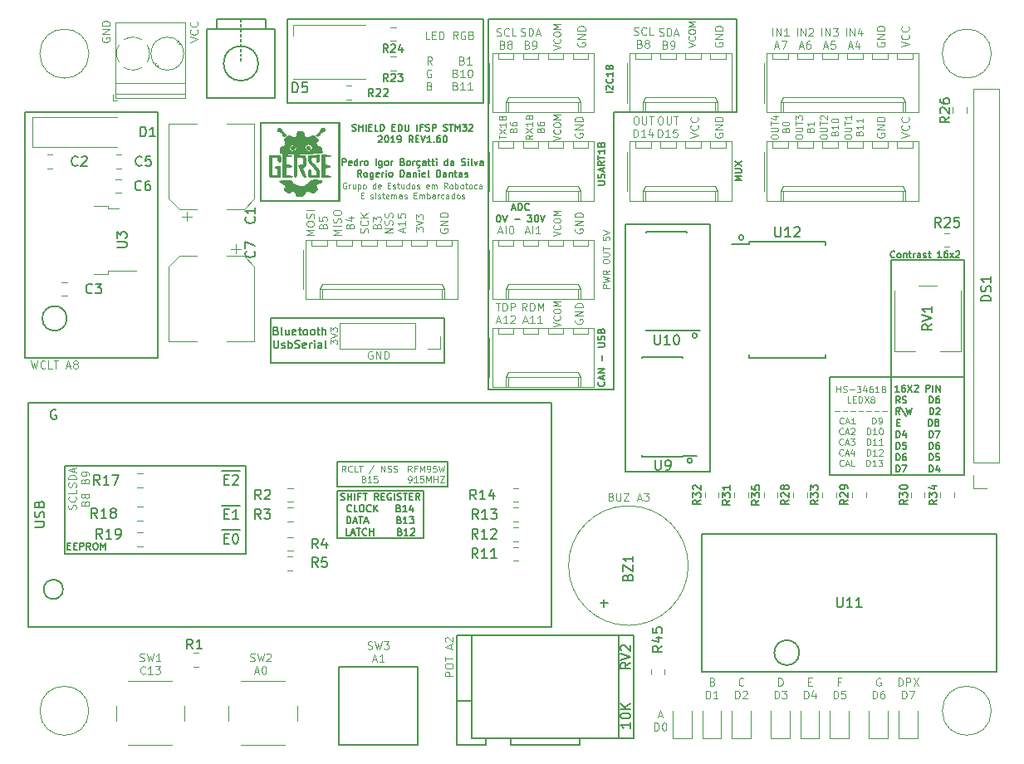
<source format=gbr>
G04 #@! TF.GenerationSoftware,KiCad,Pcbnew,5.0.2*
G04 #@! TF.CreationDate,2019-07-29T09:26:21-03:00*
G04 #@! TF.ProjectId,ShieldEduIfspSTM32,53686965-6c64-4456-9475-496673705354,rev?*
G04 #@! TF.SameCoordinates,Original*
G04 #@! TF.FileFunction,Legend,Top*
G04 #@! TF.FilePolarity,Positive*
%FSLAX46Y46*%
G04 Gerber Fmt 4.6, Leading zero omitted, Abs format (unit mm)*
G04 Created by KiCad (PCBNEW 5.0.2) date seg 29 jul 2019 09:26:21 -03*
%MOMM*%
%LPD*%
G01*
G04 APERTURE LIST*
%ADD10C,0.200000*%
%ADD11C,0.100000*%
%ADD12C,0.150000*%
%ADD13C,0.010000*%
%ADD14C,0.120000*%
%ADD15C,0.075000*%
G04 APERTURE END LIST*
D10*
X129000000Y-72000000D02*
X129000000Y-76500000D01*
X186000000Y-78000000D02*
X192200000Y-78000000D01*
X186000000Y-88000000D02*
X186000000Y-78000000D01*
X192200000Y-88000000D02*
X186000000Y-88000000D01*
D11*
X186739285Y-79531547D02*
X186739285Y-78881547D01*
X186739285Y-79191071D02*
X187110714Y-79191071D01*
X187110714Y-79531547D02*
X187110714Y-78881547D01*
X187389285Y-79500595D02*
X187482142Y-79531547D01*
X187636904Y-79531547D01*
X187698809Y-79500595D01*
X187729761Y-79469642D01*
X187760714Y-79407738D01*
X187760714Y-79345833D01*
X187729761Y-79283928D01*
X187698809Y-79252976D01*
X187636904Y-79222023D01*
X187513095Y-79191071D01*
X187451190Y-79160119D01*
X187420238Y-79129166D01*
X187389285Y-79067261D01*
X187389285Y-79005357D01*
X187420238Y-78943452D01*
X187451190Y-78912500D01*
X187513095Y-78881547D01*
X187667857Y-78881547D01*
X187760714Y-78912500D01*
X188039285Y-79283928D02*
X188534523Y-79283928D01*
X188782142Y-78881547D02*
X189184523Y-78881547D01*
X188967857Y-79129166D01*
X189060714Y-79129166D01*
X189122619Y-79160119D01*
X189153571Y-79191071D01*
X189184523Y-79252976D01*
X189184523Y-79407738D01*
X189153571Y-79469642D01*
X189122619Y-79500595D01*
X189060714Y-79531547D01*
X188875000Y-79531547D01*
X188813095Y-79500595D01*
X188782142Y-79469642D01*
X189741666Y-79098214D02*
X189741666Y-79531547D01*
X189586904Y-78850595D02*
X189432142Y-79314880D01*
X189834523Y-79314880D01*
X190360714Y-78881547D02*
X190236904Y-78881547D01*
X190175000Y-78912500D01*
X190144047Y-78943452D01*
X190082142Y-79036309D01*
X190051190Y-79160119D01*
X190051190Y-79407738D01*
X190082142Y-79469642D01*
X190113095Y-79500595D01*
X190175000Y-79531547D01*
X190298809Y-79531547D01*
X190360714Y-79500595D01*
X190391666Y-79469642D01*
X190422619Y-79407738D01*
X190422619Y-79252976D01*
X190391666Y-79191071D01*
X190360714Y-79160119D01*
X190298809Y-79129166D01*
X190175000Y-79129166D01*
X190113095Y-79160119D01*
X190082142Y-79191071D01*
X190051190Y-79252976D01*
X191041666Y-79531547D02*
X190670238Y-79531547D01*
X190855952Y-79531547D02*
X190855952Y-78881547D01*
X190794047Y-78974404D01*
X190732142Y-79036309D01*
X190670238Y-79067261D01*
X191536904Y-79191071D02*
X191629761Y-79222023D01*
X191660714Y-79252976D01*
X191691666Y-79314880D01*
X191691666Y-79407738D01*
X191660714Y-79469642D01*
X191629761Y-79500595D01*
X191567857Y-79531547D01*
X191320238Y-79531547D01*
X191320238Y-78881547D01*
X191536904Y-78881547D01*
X191598809Y-78912500D01*
X191629761Y-78943452D01*
X191660714Y-79005357D01*
X191660714Y-79067261D01*
X191629761Y-79129166D01*
X191598809Y-79160119D01*
X191536904Y-79191071D01*
X191320238Y-79191071D01*
X188163095Y-80606547D02*
X187853571Y-80606547D01*
X187853571Y-79956547D01*
X188379761Y-80266071D02*
X188596428Y-80266071D01*
X188689285Y-80606547D02*
X188379761Y-80606547D01*
X188379761Y-79956547D01*
X188689285Y-79956547D01*
X188967857Y-80606547D02*
X188967857Y-79956547D01*
X189122619Y-79956547D01*
X189215476Y-79987500D01*
X189277380Y-80049404D01*
X189308333Y-80111309D01*
X189339285Y-80235119D01*
X189339285Y-80327976D01*
X189308333Y-80451785D01*
X189277380Y-80513690D01*
X189215476Y-80575595D01*
X189122619Y-80606547D01*
X188967857Y-80606547D01*
X189555952Y-79956547D02*
X189989285Y-80606547D01*
X189989285Y-79956547D02*
X189555952Y-80606547D01*
X190329761Y-80235119D02*
X190267857Y-80204166D01*
X190236904Y-80173214D01*
X190205952Y-80111309D01*
X190205952Y-80080357D01*
X190236904Y-80018452D01*
X190267857Y-79987500D01*
X190329761Y-79956547D01*
X190453571Y-79956547D01*
X190515476Y-79987500D01*
X190546428Y-80018452D01*
X190577380Y-80080357D01*
X190577380Y-80111309D01*
X190546428Y-80173214D01*
X190515476Y-80204166D01*
X190453571Y-80235119D01*
X190329761Y-80235119D01*
X190267857Y-80266071D01*
X190236904Y-80297023D01*
X190205952Y-80358928D01*
X190205952Y-80482738D01*
X190236904Y-80544642D01*
X190267857Y-80575595D01*
X190329761Y-80606547D01*
X190453571Y-80606547D01*
X190515476Y-80575595D01*
X190546428Y-80544642D01*
X190577380Y-80482738D01*
X190577380Y-80358928D01*
X190546428Y-80297023D01*
X190515476Y-80266071D01*
X190453571Y-80235119D01*
X186538095Y-81433928D02*
X187033333Y-81433928D01*
X187342857Y-81433928D02*
X187838095Y-81433928D01*
X188147619Y-81433928D02*
X188642857Y-81433928D01*
X188952380Y-81433928D02*
X189447619Y-81433928D01*
X189757142Y-81433928D02*
X190252380Y-81433928D01*
X190561904Y-81433928D02*
X191057142Y-81433928D01*
X191366666Y-81433928D02*
X191861904Y-81433928D01*
X187435714Y-82694642D02*
X187404761Y-82725595D01*
X187311904Y-82756547D01*
X187250000Y-82756547D01*
X187157142Y-82725595D01*
X187095238Y-82663690D01*
X187064285Y-82601785D01*
X187033333Y-82477976D01*
X187033333Y-82385119D01*
X187064285Y-82261309D01*
X187095238Y-82199404D01*
X187157142Y-82137500D01*
X187250000Y-82106547D01*
X187311904Y-82106547D01*
X187404761Y-82137500D01*
X187435714Y-82168452D01*
X187683333Y-82570833D02*
X187992857Y-82570833D01*
X187621428Y-82756547D02*
X187838095Y-82106547D01*
X188054761Y-82756547D01*
X188611904Y-82756547D02*
X188240476Y-82756547D01*
X188426190Y-82756547D02*
X188426190Y-82106547D01*
X188364285Y-82199404D01*
X188302380Y-82261309D01*
X188240476Y-82292261D01*
X190376190Y-82756547D02*
X190376190Y-82106547D01*
X190530952Y-82106547D01*
X190623809Y-82137500D01*
X190685714Y-82199404D01*
X190716666Y-82261309D01*
X190747619Y-82385119D01*
X190747619Y-82477976D01*
X190716666Y-82601785D01*
X190685714Y-82663690D01*
X190623809Y-82725595D01*
X190530952Y-82756547D01*
X190376190Y-82756547D01*
X191057142Y-82756547D02*
X191180952Y-82756547D01*
X191242857Y-82725595D01*
X191273809Y-82694642D01*
X191335714Y-82601785D01*
X191366666Y-82477976D01*
X191366666Y-82230357D01*
X191335714Y-82168452D01*
X191304761Y-82137500D01*
X191242857Y-82106547D01*
X191119047Y-82106547D01*
X191057142Y-82137500D01*
X191026190Y-82168452D01*
X190995238Y-82230357D01*
X190995238Y-82385119D01*
X191026190Y-82447023D01*
X191057142Y-82477976D01*
X191119047Y-82508928D01*
X191242857Y-82508928D01*
X191304761Y-82477976D01*
X191335714Y-82447023D01*
X191366666Y-82385119D01*
X187373809Y-83769642D02*
X187342857Y-83800595D01*
X187250000Y-83831547D01*
X187188095Y-83831547D01*
X187095238Y-83800595D01*
X187033333Y-83738690D01*
X187002380Y-83676785D01*
X186971428Y-83552976D01*
X186971428Y-83460119D01*
X187002380Y-83336309D01*
X187033333Y-83274404D01*
X187095238Y-83212500D01*
X187188095Y-83181547D01*
X187250000Y-83181547D01*
X187342857Y-83212500D01*
X187373809Y-83243452D01*
X187621428Y-83645833D02*
X187930952Y-83645833D01*
X187559523Y-83831547D02*
X187776190Y-83181547D01*
X187992857Y-83831547D01*
X188178571Y-83243452D02*
X188209523Y-83212500D01*
X188271428Y-83181547D01*
X188426190Y-83181547D01*
X188488095Y-83212500D01*
X188519047Y-83243452D01*
X188550000Y-83305357D01*
X188550000Y-83367261D01*
X188519047Y-83460119D01*
X188147619Y-83831547D01*
X188550000Y-83831547D01*
X189819047Y-83831547D02*
X189819047Y-83181547D01*
X189973809Y-83181547D01*
X190066666Y-83212500D01*
X190128571Y-83274404D01*
X190159523Y-83336309D01*
X190190476Y-83460119D01*
X190190476Y-83552976D01*
X190159523Y-83676785D01*
X190128571Y-83738690D01*
X190066666Y-83800595D01*
X189973809Y-83831547D01*
X189819047Y-83831547D01*
X190809523Y-83831547D02*
X190438095Y-83831547D01*
X190623809Y-83831547D02*
X190623809Y-83181547D01*
X190561904Y-83274404D01*
X190500000Y-83336309D01*
X190438095Y-83367261D01*
X191211904Y-83181547D02*
X191273809Y-83181547D01*
X191335714Y-83212500D01*
X191366666Y-83243452D01*
X191397619Y-83305357D01*
X191428571Y-83429166D01*
X191428571Y-83583928D01*
X191397619Y-83707738D01*
X191366666Y-83769642D01*
X191335714Y-83800595D01*
X191273809Y-83831547D01*
X191211904Y-83831547D01*
X191150000Y-83800595D01*
X191119047Y-83769642D01*
X191088095Y-83707738D01*
X191057142Y-83583928D01*
X191057142Y-83429166D01*
X191088095Y-83305357D01*
X191119047Y-83243452D01*
X191150000Y-83212500D01*
X191211904Y-83181547D01*
X187373809Y-84844642D02*
X187342857Y-84875595D01*
X187250000Y-84906547D01*
X187188095Y-84906547D01*
X187095238Y-84875595D01*
X187033333Y-84813690D01*
X187002380Y-84751785D01*
X186971428Y-84627976D01*
X186971428Y-84535119D01*
X187002380Y-84411309D01*
X187033333Y-84349404D01*
X187095238Y-84287500D01*
X187188095Y-84256547D01*
X187250000Y-84256547D01*
X187342857Y-84287500D01*
X187373809Y-84318452D01*
X187621428Y-84720833D02*
X187930952Y-84720833D01*
X187559523Y-84906547D02*
X187776190Y-84256547D01*
X187992857Y-84906547D01*
X188147619Y-84256547D02*
X188550000Y-84256547D01*
X188333333Y-84504166D01*
X188426190Y-84504166D01*
X188488095Y-84535119D01*
X188519047Y-84566071D01*
X188550000Y-84627976D01*
X188550000Y-84782738D01*
X188519047Y-84844642D01*
X188488095Y-84875595D01*
X188426190Y-84906547D01*
X188240476Y-84906547D01*
X188178571Y-84875595D01*
X188147619Y-84844642D01*
X189819047Y-84906547D02*
X189819047Y-84256547D01*
X189973809Y-84256547D01*
X190066666Y-84287500D01*
X190128571Y-84349404D01*
X190159523Y-84411309D01*
X190190476Y-84535119D01*
X190190476Y-84627976D01*
X190159523Y-84751785D01*
X190128571Y-84813690D01*
X190066666Y-84875595D01*
X189973809Y-84906547D01*
X189819047Y-84906547D01*
X190809523Y-84906547D02*
X190438095Y-84906547D01*
X190623809Y-84906547D02*
X190623809Y-84256547D01*
X190561904Y-84349404D01*
X190500000Y-84411309D01*
X190438095Y-84442261D01*
X191428571Y-84906547D02*
X191057142Y-84906547D01*
X191242857Y-84906547D02*
X191242857Y-84256547D01*
X191180952Y-84349404D01*
X191119047Y-84411309D01*
X191057142Y-84442261D01*
X187373809Y-85919642D02*
X187342857Y-85950595D01*
X187250000Y-85981547D01*
X187188095Y-85981547D01*
X187095238Y-85950595D01*
X187033333Y-85888690D01*
X187002380Y-85826785D01*
X186971428Y-85702976D01*
X186971428Y-85610119D01*
X187002380Y-85486309D01*
X187033333Y-85424404D01*
X187095238Y-85362500D01*
X187188095Y-85331547D01*
X187250000Y-85331547D01*
X187342857Y-85362500D01*
X187373809Y-85393452D01*
X187621428Y-85795833D02*
X187930952Y-85795833D01*
X187559523Y-85981547D02*
X187776190Y-85331547D01*
X187992857Y-85981547D01*
X188488095Y-85548214D02*
X188488095Y-85981547D01*
X188333333Y-85300595D02*
X188178571Y-85764880D01*
X188580952Y-85764880D01*
X189819047Y-85981547D02*
X189819047Y-85331547D01*
X189973809Y-85331547D01*
X190066666Y-85362500D01*
X190128571Y-85424404D01*
X190159523Y-85486309D01*
X190190476Y-85610119D01*
X190190476Y-85702976D01*
X190159523Y-85826785D01*
X190128571Y-85888690D01*
X190066666Y-85950595D01*
X189973809Y-85981547D01*
X189819047Y-85981547D01*
X190809523Y-85981547D02*
X190438095Y-85981547D01*
X190623809Y-85981547D02*
X190623809Y-85331547D01*
X190561904Y-85424404D01*
X190500000Y-85486309D01*
X190438095Y-85517261D01*
X191057142Y-85393452D02*
X191088095Y-85362500D01*
X191150000Y-85331547D01*
X191304761Y-85331547D01*
X191366666Y-85362500D01*
X191397619Y-85393452D01*
X191428571Y-85455357D01*
X191428571Y-85517261D01*
X191397619Y-85610119D01*
X191026190Y-85981547D01*
X191428571Y-85981547D01*
X187420238Y-86994642D02*
X187389285Y-87025595D01*
X187296428Y-87056547D01*
X187234523Y-87056547D01*
X187141666Y-87025595D01*
X187079761Y-86963690D01*
X187048809Y-86901785D01*
X187017857Y-86777976D01*
X187017857Y-86685119D01*
X187048809Y-86561309D01*
X187079761Y-86499404D01*
X187141666Y-86437500D01*
X187234523Y-86406547D01*
X187296428Y-86406547D01*
X187389285Y-86437500D01*
X187420238Y-86468452D01*
X187667857Y-86870833D02*
X187977380Y-86870833D01*
X187605952Y-87056547D02*
X187822619Y-86406547D01*
X188039285Y-87056547D01*
X188565476Y-87056547D02*
X188255952Y-87056547D01*
X188255952Y-86406547D01*
X189772619Y-87056547D02*
X189772619Y-86406547D01*
X189927380Y-86406547D01*
X190020238Y-86437500D01*
X190082142Y-86499404D01*
X190113095Y-86561309D01*
X190144047Y-86685119D01*
X190144047Y-86777976D01*
X190113095Y-86901785D01*
X190082142Y-86963690D01*
X190020238Y-87025595D01*
X189927380Y-87056547D01*
X189772619Y-87056547D01*
X190763095Y-87056547D02*
X190391666Y-87056547D01*
X190577380Y-87056547D02*
X190577380Y-86406547D01*
X190515476Y-86499404D01*
X190453571Y-86561309D01*
X190391666Y-86592261D01*
X190979761Y-86406547D02*
X191382142Y-86406547D01*
X191165476Y-86654166D01*
X191258333Y-86654166D01*
X191320238Y-86685119D01*
X191351190Y-86716071D01*
X191382142Y-86777976D01*
X191382142Y-86932738D01*
X191351190Y-86994642D01*
X191320238Y-87025595D01*
X191258333Y-87056547D01*
X191072619Y-87056547D01*
X191010714Y-87025595D01*
X190979761Y-86994642D01*
X168628571Y-43173809D02*
X168742857Y-43211904D01*
X168933333Y-43211904D01*
X169009523Y-43173809D01*
X169047619Y-43135714D01*
X169085714Y-43059523D01*
X169085714Y-42983333D01*
X169047619Y-42907142D01*
X169009523Y-42869047D01*
X168933333Y-42830952D01*
X168780952Y-42792857D01*
X168704761Y-42754761D01*
X168666666Y-42716666D01*
X168628571Y-42640476D01*
X168628571Y-42564285D01*
X168666666Y-42488095D01*
X168704761Y-42450000D01*
X168780952Y-42411904D01*
X168971428Y-42411904D01*
X169085714Y-42450000D01*
X169428571Y-43211904D02*
X169428571Y-42411904D01*
X169619047Y-42411904D01*
X169733333Y-42450000D01*
X169809523Y-42526190D01*
X169847619Y-42602380D01*
X169885714Y-42754761D01*
X169885714Y-42869047D01*
X169847619Y-43021428D01*
X169809523Y-43097619D01*
X169733333Y-43173809D01*
X169619047Y-43211904D01*
X169428571Y-43211904D01*
X170190476Y-42983333D02*
X170571428Y-42983333D01*
X170114285Y-43211904D02*
X170380952Y-42411904D01*
X170647619Y-43211904D01*
X169276190Y-44092857D02*
X169390476Y-44130952D01*
X169428571Y-44169047D01*
X169466666Y-44245238D01*
X169466666Y-44359523D01*
X169428571Y-44435714D01*
X169390476Y-44473809D01*
X169314285Y-44511904D01*
X169009523Y-44511904D01*
X169009523Y-43711904D01*
X169276190Y-43711904D01*
X169352380Y-43750000D01*
X169390476Y-43788095D01*
X169428571Y-43864285D01*
X169428571Y-43940476D01*
X169390476Y-44016666D01*
X169352380Y-44054761D01*
X169276190Y-44092857D01*
X169009523Y-44092857D01*
X169847619Y-44511904D02*
X170000000Y-44511904D01*
X170076190Y-44473809D01*
X170114285Y-44435714D01*
X170190476Y-44321428D01*
X170228571Y-44169047D01*
X170228571Y-43864285D01*
X170190476Y-43788095D01*
X170152380Y-43750000D01*
X170076190Y-43711904D01*
X169923809Y-43711904D01*
X169847619Y-43750000D01*
X169809523Y-43788095D01*
X169771428Y-43864285D01*
X169771428Y-44054761D01*
X169809523Y-44130952D01*
X169847619Y-44169047D01*
X169923809Y-44207142D01*
X170076190Y-44207142D01*
X170152380Y-44169047D01*
X170190476Y-44130952D01*
X170228571Y-44054761D01*
X166047619Y-43073809D02*
X166161904Y-43111904D01*
X166352380Y-43111904D01*
X166428571Y-43073809D01*
X166466666Y-43035714D01*
X166504761Y-42959523D01*
X166504761Y-42883333D01*
X166466666Y-42807142D01*
X166428571Y-42769047D01*
X166352380Y-42730952D01*
X166200000Y-42692857D01*
X166123809Y-42654761D01*
X166085714Y-42616666D01*
X166047619Y-42540476D01*
X166047619Y-42464285D01*
X166085714Y-42388095D01*
X166123809Y-42350000D01*
X166200000Y-42311904D01*
X166390476Y-42311904D01*
X166504761Y-42350000D01*
X167304761Y-43035714D02*
X167266666Y-43073809D01*
X167152380Y-43111904D01*
X167076190Y-43111904D01*
X166961904Y-43073809D01*
X166885714Y-42997619D01*
X166847619Y-42921428D01*
X166809523Y-42769047D01*
X166809523Y-42654761D01*
X166847619Y-42502380D01*
X166885714Y-42426190D01*
X166961904Y-42350000D01*
X167076190Y-42311904D01*
X167152380Y-42311904D01*
X167266666Y-42350000D01*
X167304761Y-42388095D01*
X168028571Y-43111904D02*
X167647619Y-43111904D01*
X167647619Y-42311904D01*
X166676190Y-43992857D02*
X166790476Y-44030952D01*
X166828571Y-44069047D01*
X166866666Y-44145238D01*
X166866666Y-44259523D01*
X166828571Y-44335714D01*
X166790476Y-44373809D01*
X166714285Y-44411904D01*
X166409523Y-44411904D01*
X166409523Y-43611904D01*
X166676190Y-43611904D01*
X166752380Y-43650000D01*
X166790476Y-43688095D01*
X166828571Y-43764285D01*
X166828571Y-43840476D01*
X166790476Y-43916666D01*
X166752380Y-43954761D01*
X166676190Y-43992857D01*
X166409523Y-43992857D01*
X167323809Y-43954761D02*
X167247619Y-43916666D01*
X167209523Y-43878571D01*
X167171428Y-43802380D01*
X167171428Y-43764285D01*
X167209523Y-43688095D01*
X167247619Y-43650000D01*
X167323809Y-43611904D01*
X167476190Y-43611904D01*
X167552380Y-43650000D01*
X167590476Y-43688095D01*
X167628571Y-43764285D01*
X167628571Y-43802380D01*
X167590476Y-43878571D01*
X167552380Y-43916666D01*
X167476190Y-43954761D01*
X167323809Y-43954761D01*
X167247619Y-43992857D01*
X167209523Y-44030952D01*
X167171428Y-44107142D01*
X167171428Y-44259523D01*
X167209523Y-44335714D01*
X167247619Y-44373809D01*
X167323809Y-44411904D01*
X167476190Y-44411904D01*
X167552380Y-44373809D01*
X167590476Y-44335714D01*
X167628571Y-44259523D01*
X167628571Y-44107142D01*
X167590476Y-44030952D01*
X167552380Y-43992857D01*
X167476190Y-43954761D01*
D10*
X173800000Y-87600000D02*
X173800000Y-62400000D01*
X165200000Y-87600000D02*
X173800000Y-87600000D01*
X165200000Y-62400000D02*
X165200000Y-87600000D01*
X165200000Y-62400000D02*
X173800000Y-62400000D01*
X144600000Y-94400000D02*
X144600000Y-89600000D01*
X135800000Y-94400000D02*
X144600000Y-94400000D01*
X135800000Y-89600000D02*
X135800000Y-94400000D01*
X144600000Y-89600000D02*
X135800000Y-89600000D01*
D12*
X136183333Y-90483333D02*
X136283333Y-90516666D01*
X136450000Y-90516666D01*
X136516666Y-90483333D01*
X136550000Y-90450000D01*
X136583333Y-90383333D01*
X136583333Y-90316666D01*
X136550000Y-90250000D01*
X136516666Y-90216666D01*
X136450000Y-90183333D01*
X136316666Y-90150000D01*
X136250000Y-90116666D01*
X136216666Y-90083333D01*
X136183333Y-90016666D01*
X136183333Y-89950000D01*
X136216666Y-89883333D01*
X136250000Y-89850000D01*
X136316666Y-89816666D01*
X136483333Y-89816666D01*
X136583333Y-89850000D01*
X136883333Y-90516666D02*
X136883333Y-89816666D01*
X136883333Y-90150000D02*
X137283333Y-90150000D01*
X137283333Y-90516666D02*
X137283333Y-89816666D01*
X137616666Y-90516666D02*
X137616666Y-89816666D01*
X138183333Y-90150000D02*
X137950000Y-90150000D01*
X137950000Y-90516666D02*
X137950000Y-89816666D01*
X138283333Y-89816666D01*
X138450000Y-89816666D02*
X138850000Y-89816666D01*
X138650000Y-90516666D02*
X138650000Y-89816666D01*
X140016666Y-90516666D02*
X139783333Y-90183333D01*
X139616666Y-90516666D02*
X139616666Y-89816666D01*
X139883333Y-89816666D01*
X139950000Y-89850000D01*
X139983333Y-89883333D01*
X140016666Y-89950000D01*
X140016666Y-90050000D01*
X139983333Y-90116666D01*
X139950000Y-90150000D01*
X139883333Y-90183333D01*
X139616666Y-90183333D01*
X140316666Y-90150000D02*
X140550000Y-90150000D01*
X140650000Y-90516666D02*
X140316666Y-90516666D01*
X140316666Y-89816666D01*
X140650000Y-89816666D01*
X141316666Y-89850000D02*
X141250000Y-89816666D01*
X141150000Y-89816666D01*
X141050000Y-89850000D01*
X140983333Y-89916666D01*
X140950000Y-89983333D01*
X140916666Y-90116666D01*
X140916666Y-90216666D01*
X140950000Y-90350000D01*
X140983333Y-90416666D01*
X141050000Y-90483333D01*
X141150000Y-90516666D01*
X141216666Y-90516666D01*
X141316666Y-90483333D01*
X141350000Y-90450000D01*
X141350000Y-90216666D01*
X141216666Y-90216666D01*
X141650000Y-90516666D02*
X141650000Y-89816666D01*
X141950000Y-90483333D02*
X142050000Y-90516666D01*
X142216666Y-90516666D01*
X142283333Y-90483333D01*
X142316666Y-90450000D01*
X142350000Y-90383333D01*
X142350000Y-90316666D01*
X142316666Y-90250000D01*
X142283333Y-90216666D01*
X142216666Y-90183333D01*
X142083333Y-90150000D01*
X142016666Y-90116666D01*
X141983333Y-90083333D01*
X141950000Y-90016666D01*
X141950000Y-89950000D01*
X141983333Y-89883333D01*
X142016666Y-89850000D01*
X142083333Y-89816666D01*
X142250000Y-89816666D01*
X142350000Y-89850000D01*
X142550000Y-89816666D02*
X142950000Y-89816666D01*
X142750000Y-90516666D02*
X142750000Y-89816666D01*
X143183333Y-90150000D02*
X143416666Y-90150000D01*
X143516666Y-90516666D02*
X143183333Y-90516666D01*
X143183333Y-89816666D01*
X143516666Y-89816666D01*
X144216666Y-90516666D02*
X143983333Y-90183333D01*
X143816666Y-90516666D02*
X143816666Y-89816666D01*
X144083333Y-89816666D01*
X144150000Y-89850000D01*
X144183333Y-89883333D01*
X144216666Y-89950000D01*
X144216666Y-90050000D01*
X144183333Y-90116666D01*
X144150000Y-90150000D01*
X144083333Y-90183333D01*
X143816666Y-90183333D01*
X137250000Y-91650000D02*
X137216666Y-91683333D01*
X137116666Y-91716666D01*
X137050000Y-91716666D01*
X136950000Y-91683333D01*
X136883333Y-91616666D01*
X136850000Y-91550000D01*
X136816666Y-91416666D01*
X136816666Y-91316666D01*
X136850000Y-91183333D01*
X136883333Y-91116666D01*
X136950000Y-91050000D01*
X137050000Y-91016666D01*
X137116666Y-91016666D01*
X137216666Y-91050000D01*
X137250000Y-91083333D01*
X137883333Y-91716666D02*
X137550000Y-91716666D01*
X137550000Y-91016666D01*
X138250000Y-91016666D02*
X138383333Y-91016666D01*
X138450000Y-91050000D01*
X138516666Y-91116666D01*
X138550000Y-91250000D01*
X138550000Y-91483333D01*
X138516666Y-91616666D01*
X138450000Y-91683333D01*
X138383333Y-91716666D01*
X138250000Y-91716666D01*
X138183333Y-91683333D01*
X138116666Y-91616666D01*
X138083333Y-91483333D01*
X138083333Y-91250000D01*
X138116666Y-91116666D01*
X138183333Y-91050000D01*
X138250000Y-91016666D01*
X139250000Y-91650000D02*
X139216666Y-91683333D01*
X139116666Y-91716666D01*
X139050000Y-91716666D01*
X138950000Y-91683333D01*
X138883333Y-91616666D01*
X138850000Y-91550000D01*
X138816666Y-91416666D01*
X138816666Y-91316666D01*
X138850000Y-91183333D01*
X138883333Y-91116666D01*
X138950000Y-91050000D01*
X139050000Y-91016666D01*
X139116666Y-91016666D01*
X139216666Y-91050000D01*
X139250000Y-91083333D01*
X139550000Y-91716666D02*
X139550000Y-91016666D01*
X139950000Y-91716666D02*
X139650000Y-91316666D01*
X139950000Y-91016666D02*
X139550000Y-91416666D01*
X142083333Y-91350000D02*
X142183333Y-91383333D01*
X142216666Y-91416666D01*
X142250000Y-91483333D01*
X142250000Y-91583333D01*
X142216666Y-91650000D01*
X142183333Y-91683333D01*
X142116666Y-91716666D01*
X141850000Y-91716666D01*
X141850000Y-91016666D01*
X142083333Y-91016666D01*
X142150000Y-91050000D01*
X142183333Y-91083333D01*
X142216666Y-91150000D01*
X142216666Y-91216666D01*
X142183333Y-91283333D01*
X142150000Y-91316666D01*
X142083333Y-91350000D01*
X141850000Y-91350000D01*
X142916666Y-91716666D02*
X142516666Y-91716666D01*
X142716666Y-91716666D02*
X142716666Y-91016666D01*
X142650000Y-91116666D01*
X142583333Y-91183333D01*
X142516666Y-91216666D01*
X143516666Y-91250000D02*
X143516666Y-91716666D01*
X143350000Y-90983333D02*
X143183333Y-91483333D01*
X143616666Y-91483333D01*
X136800000Y-92916666D02*
X136800000Y-92216666D01*
X136966666Y-92216666D01*
X137066666Y-92250000D01*
X137133333Y-92316666D01*
X137166666Y-92383333D01*
X137200000Y-92516666D01*
X137200000Y-92616666D01*
X137166666Y-92750000D01*
X137133333Y-92816666D01*
X137066666Y-92883333D01*
X136966666Y-92916666D01*
X136800000Y-92916666D01*
X137466666Y-92716666D02*
X137800000Y-92716666D01*
X137400000Y-92916666D02*
X137633333Y-92216666D01*
X137866666Y-92916666D01*
X138000000Y-92216666D02*
X138400000Y-92216666D01*
X138200000Y-92916666D02*
X138200000Y-92216666D01*
X138600000Y-92716666D02*
X138933333Y-92716666D01*
X138533333Y-92916666D02*
X138766666Y-92216666D01*
X139000000Y-92916666D01*
X142133333Y-92550000D02*
X142233333Y-92583333D01*
X142266666Y-92616666D01*
X142300000Y-92683333D01*
X142300000Y-92783333D01*
X142266666Y-92850000D01*
X142233333Y-92883333D01*
X142166666Y-92916666D01*
X141900000Y-92916666D01*
X141900000Y-92216666D01*
X142133333Y-92216666D01*
X142200000Y-92250000D01*
X142233333Y-92283333D01*
X142266666Y-92350000D01*
X142266666Y-92416666D01*
X142233333Y-92483333D01*
X142200000Y-92516666D01*
X142133333Y-92550000D01*
X141900000Y-92550000D01*
X142966666Y-92916666D02*
X142566666Y-92916666D01*
X142766666Y-92916666D02*
X142766666Y-92216666D01*
X142700000Y-92316666D01*
X142633333Y-92383333D01*
X142566666Y-92416666D01*
X143200000Y-92216666D02*
X143633333Y-92216666D01*
X143400000Y-92483333D01*
X143500000Y-92483333D01*
X143566666Y-92516666D01*
X143600000Y-92550000D01*
X143633333Y-92616666D01*
X143633333Y-92783333D01*
X143600000Y-92850000D01*
X143566666Y-92883333D01*
X143500000Y-92916666D01*
X143300000Y-92916666D01*
X143233333Y-92883333D01*
X143200000Y-92850000D01*
X137050000Y-94116666D02*
X136716666Y-94116666D01*
X136716666Y-93416666D01*
X137250000Y-93916666D02*
X137583333Y-93916666D01*
X137183333Y-94116666D02*
X137416666Y-93416666D01*
X137650000Y-94116666D01*
X137783333Y-93416666D02*
X138183333Y-93416666D01*
X137983333Y-94116666D02*
X137983333Y-93416666D01*
X138816666Y-94050000D02*
X138783333Y-94083333D01*
X138683333Y-94116666D01*
X138616666Y-94116666D01*
X138516666Y-94083333D01*
X138450000Y-94016666D01*
X138416666Y-93950000D01*
X138383333Y-93816666D01*
X138383333Y-93716666D01*
X138416666Y-93583333D01*
X138450000Y-93516666D01*
X138516666Y-93450000D01*
X138616666Y-93416666D01*
X138683333Y-93416666D01*
X138783333Y-93450000D01*
X138816666Y-93483333D01*
X139116666Y-94116666D02*
X139116666Y-93416666D01*
X139116666Y-93750000D02*
X139516666Y-93750000D01*
X139516666Y-94116666D02*
X139516666Y-93416666D01*
X142216666Y-93750000D02*
X142316666Y-93783333D01*
X142350000Y-93816666D01*
X142383333Y-93883333D01*
X142383333Y-93983333D01*
X142350000Y-94050000D01*
X142316666Y-94083333D01*
X142250000Y-94116666D01*
X141983333Y-94116666D01*
X141983333Y-93416666D01*
X142216666Y-93416666D01*
X142283333Y-93450000D01*
X142316666Y-93483333D01*
X142350000Y-93550000D01*
X142350000Y-93616666D01*
X142316666Y-93683333D01*
X142283333Y-93716666D01*
X142216666Y-93750000D01*
X141983333Y-93750000D01*
X143050000Y-94116666D02*
X142650000Y-94116666D01*
X142850000Y-94116666D02*
X142850000Y-93416666D01*
X142783333Y-93516666D01*
X142716666Y-93583333D01*
X142650000Y-93616666D01*
X143316666Y-93483333D02*
X143350000Y-93450000D01*
X143416666Y-93416666D01*
X143583333Y-93416666D01*
X143650000Y-93450000D01*
X143683333Y-93483333D01*
X143716666Y-93550000D01*
X143716666Y-93616666D01*
X143683333Y-93716666D01*
X143283333Y-94116666D01*
X143716666Y-94116666D01*
D10*
X147100000Y-89150000D02*
X135850000Y-89150000D01*
X147100000Y-86650000D02*
X147100000Y-89150000D01*
X135850000Y-86650000D02*
X147100000Y-86650000D01*
X135850000Y-89150000D02*
X135850000Y-86650000D01*
X150750000Y-50000000D02*
X150750000Y-49500000D01*
X130750000Y-50000000D02*
X150750000Y-50000000D01*
X130750000Y-49750000D02*
X130750000Y-50000000D01*
D11*
X143410714Y-87656547D02*
X143194047Y-87347023D01*
X143039285Y-87656547D02*
X143039285Y-87006547D01*
X143286904Y-87006547D01*
X143348809Y-87037500D01*
X143379761Y-87068452D01*
X143410714Y-87130357D01*
X143410714Y-87223214D01*
X143379761Y-87285119D01*
X143348809Y-87316071D01*
X143286904Y-87347023D01*
X143039285Y-87347023D01*
X143905952Y-87316071D02*
X143689285Y-87316071D01*
X143689285Y-87656547D02*
X143689285Y-87006547D01*
X143998809Y-87006547D01*
X144246428Y-87656547D02*
X144246428Y-87006547D01*
X144463095Y-87470833D01*
X144679761Y-87006547D01*
X144679761Y-87656547D01*
X145020238Y-87656547D02*
X145144047Y-87656547D01*
X145205952Y-87625595D01*
X145236904Y-87594642D01*
X145298809Y-87501785D01*
X145329761Y-87377976D01*
X145329761Y-87130357D01*
X145298809Y-87068452D01*
X145267857Y-87037500D01*
X145205952Y-87006547D01*
X145082142Y-87006547D01*
X145020238Y-87037500D01*
X144989285Y-87068452D01*
X144958333Y-87130357D01*
X144958333Y-87285119D01*
X144989285Y-87347023D01*
X145020238Y-87377976D01*
X145082142Y-87408928D01*
X145205952Y-87408928D01*
X145267857Y-87377976D01*
X145298809Y-87347023D01*
X145329761Y-87285119D01*
X145917857Y-87006547D02*
X145608333Y-87006547D01*
X145577380Y-87316071D01*
X145608333Y-87285119D01*
X145670238Y-87254166D01*
X145825000Y-87254166D01*
X145886904Y-87285119D01*
X145917857Y-87316071D01*
X145948809Y-87377976D01*
X145948809Y-87532738D01*
X145917857Y-87594642D01*
X145886904Y-87625595D01*
X145825000Y-87656547D01*
X145670238Y-87656547D01*
X145608333Y-87625595D01*
X145577380Y-87594642D01*
X146165476Y-87006547D02*
X146320238Y-87656547D01*
X146444047Y-87192261D01*
X146567857Y-87656547D01*
X146722619Y-87006547D01*
X143085714Y-88731547D02*
X143209523Y-88731547D01*
X143271428Y-88700595D01*
X143302380Y-88669642D01*
X143364285Y-88576785D01*
X143395238Y-88452976D01*
X143395238Y-88205357D01*
X143364285Y-88143452D01*
X143333333Y-88112500D01*
X143271428Y-88081547D01*
X143147619Y-88081547D01*
X143085714Y-88112500D01*
X143054761Y-88143452D01*
X143023809Y-88205357D01*
X143023809Y-88360119D01*
X143054761Y-88422023D01*
X143085714Y-88452976D01*
X143147619Y-88483928D01*
X143271428Y-88483928D01*
X143333333Y-88452976D01*
X143364285Y-88422023D01*
X143395238Y-88360119D01*
X144014285Y-88731547D02*
X143642857Y-88731547D01*
X143828571Y-88731547D02*
X143828571Y-88081547D01*
X143766666Y-88174404D01*
X143704761Y-88236309D01*
X143642857Y-88267261D01*
X144602380Y-88081547D02*
X144292857Y-88081547D01*
X144261904Y-88391071D01*
X144292857Y-88360119D01*
X144354761Y-88329166D01*
X144509523Y-88329166D01*
X144571428Y-88360119D01*
X144602380Y-88391071D01*
X144633333Y-88452976D01*
X144633333Y-88607738D01*
X144602380Y-88669642D01*
X144571428Y-88700595D01*
X144509523Y-88731547D01*
X144354761Y-88731547D01*
X144292857Y-88700595D01*
X144261904Y-88669642D01*
X144911904Y-88731547D02*
X144911904Y-88081547D01*
X145128571Y-88545833D01*
X145345238Y-88081547D01*
X145345238Y-88731547D01*
X145654761Y-88731547D02*
X145654761Y-88081547D01*
X145654761Y-88391071D02*
X146026190Y-88391071D01*
X146026190Y-88731547D02*
X146026190Y-88081547D01*
X146273809Y-88081547D02*
X146707142Y-88081547D01*
X146273809Y-88731547D01*
X146707142Y-88731547D01*
X136670238Y-87656547D02*
X136453571Y-87347023D01*
X136298809Y-87656547D02*
X136298809Y-87006547D01*
X136546428Y-87006547D01*
X136608333Y-87037500D01*
X136639285Y-87068452D01*
X136670238Y-87130357D01*
X136670238Y-87223214D01*
X136639285Y-87285119D01*
X136608333Y-87316071D01*
X136546428Y-87347023D01*
X136298809Y-87347023D01*
X137320238Y-87594642D02*
X137289285Y-87625595D01*
X137196428Y-87656547D01*
X137134523Y-87656547D01*
X137041666Y-87625595D01*
X136979761Y-87563690D01*
X136948809Y-87501785D01*
X136917857Y-87377976D01*
X136917857Y-87285119D01*
X136948809Y-87161309D01*
X136979761Y-87099404D01*
X137041666Y-87037500D01*
X137134523Y-87006547D01*
X137196428Y-87006547D01*
X137289285Y-87037500D01*
X137320238Y-87068452D01*
X137908333Y-87656547D02*
X137598809Y-87656547D01*
X137598809Y-87006547D01*
X138032142Y-87006547D02*
X138403571Y-87006547D01*
X138217857Y-87656547D02*
X138217857Y-87006547D01*
X139579761Y-86975595D02*
X139022619Y-87811309D01*
X140291666Y-87656547D02*
X140291666Y-87006547D01*
X140663095Y-87656547D01*
X140663095Y-87006547D01*
X140941666Y-87625595D02*
X141034523Y-87656547D01*
X141189285Y-87656547D01*
X141251190Y-87625595D01*
X141282142Y-87594642D01*
X141313095Y-87532738D01*
X141313095Y-87470833D01*
X141282142Y-87408928D01*
X141251190Y-87377976D01*
X141189285Y-87347023D01*
X141065476Y-87316071D01*
X141003571Y-87285119D01*
X140972619Y-87254166D01*
X140941666Y-87192261D01*
X140941666Y-87130357D01*
X140972619Y-87068452D01*
X141003571Y-87037500D01*
X141065476Y-87006547D01*
X141220238Y-87006547D01*
X141313095Y-87037500D01*
X141560714Y-87625595D02*
X141653571Y-87656547D01*
X141808333Y-87656547D01*
X141870238Y-87625595D01*
X141901190Y-87594642D01*
X141932142Y-87532738D01*
X141932142Y-87470833D01*
X141901190Y-87408928D01*
X141870238Y-87377976D01*
X141808333Y-87347023D01*
X141684523Y-87316071D01*
X141622619Y-87285119D01*
X141591666Y-87254166D01*
X141560714Y-87192261D01*
X141560714Y-87130357D01*
X141591666Y-87068452D01*
X141622619Y-87037500D01*
X141684523Y-87006547D01*
X141839285Y-87006547D01*
X141932142Y-87037500D01*
X138527380Y-88391071D02*
X138620238Y-88422023D01*
X138651190Y-88452976D01*
X138682142Y-88514880D01*
X138682142Y-88607738D01*
X138651190Y-88669642D01*
X138620238Y-88700595D01*
X138558333Y-88731547D01*
X138310714Y-88731547D01*
X138310714Y-88081547D01*
X138527380Y-88081547D01*
X138589285Y-88112500D01*
X138620238Y-88143452D01*
X138651190Y-88205357D01*
X138651190Y-88267261D01*
X138620238Y-88329166D01*
X138589285Y-88360119D01*
X138527380Y-88391071D01*
X138310714Y-88391071D01*
X139301190Y-88731547D02*
X138929761Y-88731547D01*
X139115476Y-88731547D02*
X139115476Y-88081547D01*
X139053571Y-88174404D01*
X138991666Y-88236309D01*
X138929761Y-88267261D01*
X139889285Y-88081547D02*
X139579761Y-88081547D01*
X139548809Y-88391071D01*
X139579761Y-88360119D01*
X139641666Y-88329166D01*
X139796428Y-88329166D01*
X139858333Y-88360119D01*
X139889285Y-88391071D01*
X139920238Y-88452976D01*
X139920238Y-88607738D01*
X139889285Y-88669642D01*
X139858333Y-88700595D01*
X139796428Y-88731547D01*
X139641666Y-88731547D01*
X139579761Y-88700595D01*
X139548809Y-88669642D01*
X187541666Y-53533333D02*
X187541666Y-53400000D01*
X187575000Y-53333333D01*
X187641666Y-53266666D01*
X187775000Y-53233333D01*
X188008333Y-53233333D01*
X188141666Y-53266666D01*
X188208333Y-53333333D01*
X188241666Y-53400000D01*
X188241666Y-53533333D01*
X188208333Y-53600000D01*
X188141666Y-53666666D01*
X188008333Y-53700000D01*
X187775000Y-53700000D01*
X187641666Y-53666666D01*
X187575000Y-53600000D01*
X187541666Y-53533333D01*
X187541666Y-52933333D02*
X188108333Y-52933333D01*
X188175000Y-52900000D01*
X188208333Y-52866666D01*
X188241666Y-52800000D01*
X188241666Y-52666666D01*
X188208333Y-52600000D01*
X188175000Y-52566666D01*
X188108333Y-52533333D01*
X187541666Y-52533333D01*
X187541666Y-52300000D02*
X187541666Y-51900000D01*
X188241666Y-52100000D02*
X187541666Y-52100000D01*
X188241666Y-51300000D02*
X188241666Y-51700000D01*
X188241666Y-51500000D02*
X187541666Y-51500000D01*
X187641666Y-51566666D01*
X187708333Y-51633333D01*
X187741666Y-51700000D01*
X189025000Y-53116666D02*
X189058333Y-53016666D01*
X189091666Y-52983333D01*
X189158333Y-52950000D01*
X189258333Y-52950000D01*
X189325000Y-52983333D01*
X189358333Y-53016666D01*
X189391666Y-53083333D01*
X189391666Y-53350000D01*
X188691666Y-53350000D01*
X188691666Y-53116666D01*
X188725000Y-53050000D01*
X188758333Y-53016666D01*
X188825000Y-52983333D01*
X188891666Y-52983333D01*
X188958333Y-53016666D01*
X188991666Y-53050000D01*
X189025000Y-53116666D01*
X189025000Y-53350000D01*
X189391666Y-52283333D02*
X189391666Y-52683333D01*
X189391666Y-52483333D02*
X188691666Y-52483333D01*
X188791666Y-52550000D01*
X188858333Y-52616666D01*
X188891666Y-52683333D01*
X189391666Y-51616666D02*
X189391666Y-52016666D01*
X189391666Y-51816666D02*
X188691666Y-51816666D01*
X188791666Y-51883333D01*
X188858333Y-51950000D01*
X188891666Y-52016666D01*
X185041666Y-53533333D02*
X185041666Y-53400000D01*
X185075000Y-53333333D01*
X185141666Y-53266666D01*
X185275000Y-53233333D01*
X185508333Y-53233333D01*
X185641666Y-53266666D01*
X185708333Y-53333333D01*
X185741666Y-53400000D01*
X185741666Y-53533333D01*
X185708333Y-53600000D01*
X185641666Y-53666666D01*
X185508333Y-53700000D01*
X185275000Y-53700000D01*
X185141666Y-53666666D01*
X185075000Y-53600000D01*
X185041666Y-53533333D01*
X185041666Y-52933333D02*
X185608333Y-52933333D01*
X185675000Y-52900000D01*
X185708333Y-52866666D01*
X185741666Y-52800000D01*
X185741666Y-52666666D01*
X185708333Y-52600000D01*
X185675000Y-52566666D01*
X185608333Y-52533333D01*
X185041666Y-52533333D01*
X185041666Y-52300000D02*
X185041666Y-51900000D01*
X185741666Y-52100000D02*
X185041666Y-52100000D01*
X185108333Y-51700000D02*
X185075000Y-51666666D01*
X185041666Y-51600000D01*
X185041666Y-51433333D01*
X185075000Y-51366666D01*
X185108333Y-51333333D01*
X185175000Y-51300000D01*
X185241666Y-51300000D01*
X185341666Y-51333333D01*
X185741666Y-51733333D01*
X185741666Y-51300000D01*
X186525000Y-53116666D02*
X186558333Y-53016666D01*
X186591666Y-52983333D01*
X186658333Y-52950000D01*
X186758333Y-52950000D01*
X186825000Y-52983333D01*
X186858333Y-53016666D01*
X186891666Y-53083333D01*
X186891666Y-53350000D01*
X186191666Y-53350000D01*
X186191666Y-53116666D01*
X186225000Y-53050000D01*
X186258333Y-53016666D01*
X186325000Y-52983333D01*
X186391666Y-52983333D01*
X186458333Y-53016666D01*
X186491666Y-53050000D01*
X186525000Y-53116666D01*
X186525000Y-53350000D01*
X186891666Y-52283333D02*
X186891666Y-52683333D01*
X186891666Y-52483333D02*
X186191666Y-52483333D01*
X186291666Y-52550000D01*
X186358333Y-52616666D01*
X186391666Y-52683333D01*
X186191666Y-51850000D02*
X186191666Y-51783333D01*
X186225000Y-51716666D01*
X186258333Y-51683333D01*
X186325000Y-51650000D01*
X186458333Y-51616666D01*
X186625000Y-51616666D01*
X186758333Y-51650000D01*
X186825000Y-51683333D01*
X186858333Y-51716666D01*
X186891666Y-51783333D01*
X186891666Y-51850000D01*
X186858333Y-51916666D01*
X186825000Y-51950000D01*
X186758333Y-51983333D01*
X186625000Y-52016666D01*
X186458333Y-52016666D01*
X186325000Y-51983333D01*
X186258333Y-51950000D01*
X186225000Y-51916666D01*
X186191666Y-51850000D01*
X182541666Y-53533333D02*
X182541666Y-53400000D01*
X182575000Y-53333333D01*
X182641666Y-53266666D01*
X182775000Y-53233333D01*
X183008333Y-53233333D01*
X183141666Y-53266666D01*
X183208333Y-53333333D01*
X183241666Y-53400000D01*
X183241666Y-53533333D01*
X183208333Y-53600000D01*
X183141666Y-53666666D01*
X183008333Y-53700000D01*
X182775000Y-53700000D01*
X182641666Y-53666666D01*
X182575000Y-53600000D01*
X182541666Y-53533333D01*
X182541666Y-52933333D02*
X183108333Y-52933333D01*
X183175000Y-52900000D01*
X183208333Y-52866666D01*
X183241666Y-52800000D01*
X183241666Y-52666666D01*
X183208333Y-52600000D01*
X183175000Y-52566666D01*
X183108333Y-52533333D01*
X182541666Y-52533333D01*
X182541666Y-52300000D02*
X182541666Y-51900000D01*
X183241666Y-52100000D02*
X182541666Y-52100000D01*
X182541666Y-51733333D02*
X182541666Y-51300000D01*
X182808333Y-51533333D01*
X182808333Y-51433333D01*
X182841666Y-51366666D01*
X182875000Y-51333333D01*
X182941666Y-51300000D01*
X183108333Y-51300000D01*
X183175000Y-51333333D01*
X183208333Y-51366666D01*
X183241666Y-51433333D01*
X183241666Y-51633333D01*
X183208333Y-51700000D01*
X183175000Y-51733333D01*
X184025000Y-52783333D02*
X184058333Y-52683333D01*
X184091666Y-52650000D01*
X184158333Y-52616666D01*
X184258333Y-52616666D01*
X184325000Y-52650000D01*
X184358333Y-52683333D01*
X184391666Y-52750000D01*
X184391666Y-53016666D01*
X183691666Y-53016666D01*
X183691666Y-52783333D01*
X183725000Y-52716666D01*
X183758333Y-52683333D01*
X183825000Y-52650000D01*
X183891666Y-52650000D01*
X183958333Y-52683333D01*
X183991666Y-52716666D01*
X184025000Y-52783333D01*
X184025000Y-53016666D01*
X184391666Y-51950000D02*
X184391666Y-52350000D01*
X184391666Y-52150000D02*
X183691666Y-52150000D01*
X183791666Y-52216666D01*
X183858333Y-52283333D01*
X183891666Y-52350000D01*
D10*
X129000000Y-76500000D02*
X134500000Y-76500000D01*
X141500000Y-72000000D02*
X129000000Y-72000000D01*
X199750000Y-88000000D02*
X199750000Y-78000000D01*
X197750000Y-88000000D02*
X199750000Y-88000000D01*
X192250000Y-88000000D02*
X197750000Y-88000000D01*
X192250000Y-78000000D02*
X192250000Y-88000000D01*
D12*
X193105714Y-79462619D02*
X192717142Y-79462619D01*
X192911428Y-79462619D02*
X192911428Y-78782619D01*
X192846666Y-78879761D01*
X192781904Y-78944523D01*
X192717142Y-78976904D01*
X193688571Y-78782619D02*
X193559047Y-78782619D01*
X193494285Y-78815000D01*
X193461904Y-78847380D01*
X193397142Y-78944523D01*
X193364761Y-79074047D01*
X193364761Y-79333095D01*
X193397142Y-79397857D01*
X193429523Y-79430238D01*
X193494285Y-79462619D01*
X193623809Y-79462619D01*
X193688571Y-79430238D01*
X193720952Y-79397857D01*
X193753333Y-79333095D01*
X193753333Y-79171190D01*
X193720952Y-79106428D01*
X193688571Y-79074047D01*
X193623809Y-79041666D01*
X193494285Y-79041666D01*
X193429523Y-79074047D01*
X193397142Y-79106428D01*
X193364761Y-79171190D01*
X193980000Y-78782619D02*
X194433333Y-79462619D01*
X194433333Y-78782619D02*
X193980000Y-79462619D01*
X194660000Y-78847380D02*
X194692380Y-78815000D01*
X194757142Y-78782619D01*
X194919047Y-78782619D01*
X194983809Y-78815000D01*
X195016190Y-78847380D01*
X195048571Y-78912142D01*
X195048571Y-78976904D01*
X195016190Y-79074047D01*
X194627619Y-79462619D01*
X195048571Y-79462619D01*
X195858095Y-79462619D02*
X195858095Y-78782619D01*
X196117142Y-78782619D01*
X196181904Y-78815000D01*
X196214285Y-78847380D01*
X196246666Y-78912142D01*
X196246666Y-79009285D01*
X196214285Y-79074047D01*
X196181904Y-79106428D01*
X196117142Y-79138809D01*
X195858095Y-79138809D01*
X196538095Y-79462619D02*
X196538095Y-78782619D01*
X196861904Y-79462619D02*
X196861904Y-78782619D01*
X197250476Y-79462619D01*
X197250476Y-78782619D01*
X193186666Y-80632619D02*
X192960000Y-80308809D01*
X192798095Y-80632619D02*
X192798095Y-79952619D01*
X193057142Y-79952619D01*
X193121904Y-79985000D01*
X193154285Y-80017380D01*
X193186666Y-80082142D01*
X193186666Y-80179285D01*
X193154285Y-80244047D01*
X193121904Y-80276428D01*
X193057142Y-80308809D01*
X192798095Y-80308809D01*
X193445714Y-80600238D02*
X193542857Y-80632619D01*
X193704761Y-80632619D01*
X193769523Y-80600238D01*
X193801904Y-80567857D01*
X193834285Y-80503095D01*
X193834285Y-80438333D01*
X193801904Y-80373571D01*
X193769523Y-80341190D01*
X193704761Y-80308809D01*
X193575238Y-80276428D01*
X193510476Y-80244047D01*
X193478095Y-80211666D01*
X193445714Y-80146904D01*
X193445714Y-80082142D01*
X193478095Y-80017380D01*
X193510476Y-79985000D01*
X193575238Y-79952619D01*
X193737142Y-79952619D01*
X193834285Y-79985000D01*
X196198095Y-80632619D02*
X196198095Y-79952619D01*
X196360000Y-79952619D01*
X196457142Y-79985000D01*
X196521904Y-80049761D01*
X196554285Y-80114523D01*
X196586666Y-80244047D01*
X196586666Y-80341190D01*
X196554285Y-80470714D01*
X196521904Y-80535476D01*
X196457142Y-80600238D01*
X196360000Y-80632619D01*
X196198095Y-80632619D01*
X197169523Y-79952619D02*
X197040000Y-79952619D01*
X196975238Y-79985000D01*
X196942857Y-80017380D01*
X196878095Y-80114523D01*
X196845714Y-80244047D01*
X196845714Y-80503095D01*
X196878095Y-80567857D01*
X196910476Y-80600238D01*
X196975238Y-80632619D01*
X197104761Y-80632619D01*
X197169523Y-80600238D01*
X197201904Y-80567857D01*
X197234285Y-80503095D01*
X197234285Y-80341190D01*
X197201904Y-80276428D01*
X197169523Y-80244047D01*
X197104761Y-80211666D01*
X196975238Y-80211666D01*
X196910476Y-80244047D01*
X196878095Y-80276428D01*
X196845714Y-80341190D01*
X193154285Y-81802619D02*
X192927619Y-81478809D01*
X192765714Y-81802619D02*
X192765714Y-81122619D01*
X193024761Y-81122619D01*
X193089523Y-81155000D01*
X193121904Y-81187380D01*
X193154285Y-81252142D01*
X193154285Y-81349285D01*
X193121904Y-81414047D01*
X193089523Y-81446428D01*
X193024761Y-81478809D01*
X192765714Y-81478809D01*
X193219047Y-81057857D02*
X193801904Y-81932142D01*
X193834285Y-81122619D02*
X193996190Y-81802619D01*
X194125714Y-81316904D01*
X194255238Y-81802619D01*
X194417142Y-81122619D01*
X196230476Y-81802619D02*
X196230476Y-81122619D01*
X196392380Y-81122619D01*
X196489523Y-81155000D01*
X196554285Y-81219761D01*
X196586666Y-81284523D01*
X196619047Y-81414047D01*
X196619047Y-81511190D01*
X196586666Y-81640714D01*
X196554285Y-81705476D01*
X196489523Y-81770238D01*
X196392380Y-81802619D01*
X196230476Y-81802619D01*
X196878095Y-81187380D02*
X196910476Y-81155000D01*
X196975238Y-81122619D01*
X197137142Y-81122619D01*
X197201904Y-81155000D01*
X197234285Y-81187380D01*
X197266666Y-81252142D01*
X197266666Y-81316904D01*
X197234285Y-81414047D01*
X196845714Y-81802619D01*
X197266666Y-81802619D01*
X192895238Y-82616428D02*
X193121904Y-82616428D01*
X193219047Y-82972619D02*
X192895238Y-82972619D01*
X192895238Y-82292619D01*
X193219047Y-82292619D01*
X196100952Y-82972619D02*
X196100952Y-82292619D01*
X196262857Y-82292619D01*
X196360000Y-82325000D01*
X196424761Y-82389761D01*
X196457142Y-82454523D01*
X196489523Y-82584047D01*
X196489523Y-82681190D01*
X196457142Y-82810714D01*
X196424761Y-82875476D01*
X196360000Y-82940238D01*
X196262857Y-82972619D01*
X196100952Y-82972619D01*
X196878095Y-82584047D02*
X196813333Y-82551666D01*
X196780952Y-82519285D01*
X196748571Y-82454523D01*
X196748571Y-82422142D01*
X196780952Y-82357380D01*
X196813333Y-82325000D01*
X196878095Y-82292619D01*
X197007619Y-82292619D01*
X197072380Y-82325000D01*
X197104761Y-82357380D01*
X197137142Y-82422142D01*
X197137142Y-82454523D01*
X197104761Y-82519285D01*
X197072380Y-82551666D01*
X197007619Y-82584047D01*
X196878095Y-82584047D01*
X196813333Y-82616428D01*
X196780952Y-82648809D01*
X196748571Y-82713571D01*
X196748571Y-82843095D01*
X196780952Y-82907857D01*
X196813333Y-82940238D01*
X196878095Y-82972619D01*
X197007619Y-82972619D01*
X197072380Y-82940238D01*
X197104761Y-82907857D01*
X197137142Y-82843095D01*
X197137142Y-82713571D01*
X197104761Y-82648809D01*
X197072380Y-82616428D01*
X197007619Y-82584047D01*
X192798095Y-84142619D02*
X192798095Y-83462619D01*
X192960000Y-83462619D01*
X193057142Y-83495000D01*
X193121904Y-83559761D01*
X193154285Y-83624523D01*
X193186666Y-83754047D01*
X193186666Y-83851190D01*
X193154285Y-83980714D01*
X193121904Y-84045476D01*
X193057142Y-84110238D01*
X192960000Y-84142619D01*
X192798095Y-84142619D01*
X193769523Y-83689285D02*
X193769523Y-84142619D01*
X193607619Y-83430238D02*
X193445714Y-83915952D01*
X193866666Y-83915952D01*
X196198095Y-84142619D02*
X196198095Y-83462619D01*
X196360000Y-83462619D01*
X196457142Y-83495000D01*
X196521904Y-83559761D01*
X196554285Y-83624523D01*
X196586666Y-83754047D01*
X196586666Y-83851190D01*
X196554285Y-83980714D01*
X196521904Y-84045476D01*
X196457142Y-84110238D01*
X196360000Y-84142619D01*
X196198095Y-84142619D01*
X196813333Y-83462619D02*
X197266666Y-83462619D01*
X196975238Y-84142619D01*
X192798095Y-85312619D02*
X192798095Y-84632619D01*
X192960000Y-84632619D01*
X193057142Y-84665000D01*
X193121904Y-84729761D01*
X193154285Y-84794523D01*
X193186666Y-84924047D01*
X193186666Y-85021190D01*
X193154285Y-85150714D01*
X193121904Y-85215476D01*
X193057142Y-85280238D01*
X192960000Y-85312619D01*
X192798095Y-85312619D01*
X193801904Y-84632619D02*
X193478095Y-84632619D01*
X193445714Y-84956428D01*
X193478095Y-84924047D01*
X193542857Y-84891666D01*
X193704761Y-84891666D01*
X193769523Y-84924047D01*
X193801904Y-84956428D01*
X193834285Y-85021190D01*
X193834285Y-85183095D01*
X193801904Y-85247857D01*
X193769523Y-85280238D01*
X193704761Y-85312619D01*
X193542857Y-85312619D01*
X193478095Y-85280238D01*
X193445714Y-85247857D01*
X196198095Y-85312619D02*
X196198095Y-84632619D01*
X196360000Y-84632619D01*
X196457142Y-84665000D01*
X196521904Y-84729761D01*
X196554285Y-84794523D01*
X196586666Y-84924047D01*
X196586666Y-85021190D01*
X196554285Y-85150714D01*
X196521904Y-85215476D01*
X196457142Y-85280238D01*
X196360000Y-85312619D01*
X196198095Y-85312619D01*
X197169523Y-84632619D02*
X197040000Y-84632619D01*
X196975238Y-84665000D01*
X196942857Y-84697380D01*
X196878095Y-84794523D01*
X196845714Y-84924047D01*
X196845714Y-85183095D01*
X196878095Y-85247857D01*
X196910476Y-85280238D01*
X196975238Y-85312619D01*
X197104761Y-85312619D01*
X197169523Y-85280238D01*
X197201904Y-85247857D01*
X197234285Y-85183095D01*
X197234285Y-85021190D01*
X197201904Y-84956428D01*
X197169523Y-84924047D01*
X197104761Y-84891666D01*
X196975238Y-84891666D01*
X196910476Y-84924047D01*
X196878095Y-84956428D01*
X196845714Y-85021190D01*
X192798095Y-86482619D02*
X192798095Y-85802619D01*
X192960000Y-85802619D01*
X193057142Y-85835000D01*
X193121904Y-85899761D01*
X193154285Y-85964523D01*
X193186666Y-86094047D01*
X193186666Y-86191190D01*
X193154285Y-86320714D01*
X193121904Y-86385476D01*
X193057142Y-86450238D01*
X192960000Y-86482619D01*
X192798095Y-86482619D01*
X193769523Y-85802619D02*
X193640000Y-85802619D01*
X193575238Y-85835000D01*
X193542857Y-85867380D01*
X193478095Y-85964523D01*
X193445714Y-86094047D01*
X193445714Y-86353095D01*
X193478095Y-86417857D01*
X193510476Y-86450238D01*
X193575238Y-86482619D01*
X193704761Y-86482619D01*
X193769523Y-86450238D01*
X193801904Y-86417857D01*
X193834285Y-86353095D01*
X193834285Y-86191190D01*
X193801904Y-86126428D01*
X193769523Y-86094047D01*
X193704761Y-86061666D01*
X193575238Y-86061666D01*
X193510476Y-86094047D01*
X193478095Y-86126428D01*
X193445714Y-86191190D01*
X196198095Y-86482619D02*
X196198095Y-85802619D01*
X196360000Y-85802619D01*
X196457142Y-85835000D01*
X196521904Y-85899761D01*
X196554285Y-85964523D01*
X196586666Y-86094047D01*
X196586666Y-86191190D01*
X196554285Y-86320714D01*
X196521904Y-86385476D01*
X196457142Y-86450238D01*
X196360000Y-86482619D01*
X196198095Y-86482619D01*
X197201904Y-85802619D02*
X196878095Y-85802619D01*
X196845714Y-86126428D01*
X196878095Y-86094047D01*
X196942857Y-86061666D01*
X197104761Y-86061666D01*
X197169523Y-86094047D01*
X197201904Y-86126428D01*
X197234285Y-86191190D01*
X197234285Y-86353095D01*
X197201904Y-86417857D01*
X197169523Y-86450238D01*
X197104761Y-86482619D01*
X196942857Y-86482619D01*
X196878095Y-86450238D01*
X196845714Y-86417857D01*
X192798095Y-87652619D02*
X192798095Y-86972619D01*
X192960000Y-86972619D01*
X193057142Y-87005000D01*
X193121904Y-87069761D01*
X193154285Y-87134523D01*
X193186666Y-87264047D01*
X193186666Y-87361190D01*
X193154285Y-87490714D01*
X193121904Y-87555476D01*
X193057142Y-87620238D01*
X192960000Y-87652619D01*
X192798095Y-87652619D01*
X193413333Y-86972619D02*
X193866666Y-86972619D01*
X193575238Y-87652619D01*
X196198095Y-87652619D02*
X196198095Y-86972619D01*
X196360000Y-86972619D01*
X196457142Y-87005000D01*
X196521904Y-87069761D01*
X196554285Y-87134523D01*
X196586666Y-87264047D01*
X196586666Y-87361190D01*
X196554285Y-87490714D01*
X196521904Y-87555476D01*
X196457142Y-87620238D01*
X196360000Y-87652619D01*
X196198095Y-87652619D01*
X197169523Y-87199285D02*
X197169523Y-87652619D01*
X197007619Y-86940238D02*
X196845714Y-87425952D01*
X197266666Y-87425952D01*
D11*
X193009523Y-109461904D02*
X193009523Y-108661904D01*
X193200000Y-108661904D01*
X193314285Y-108700000D01*
X193390476Y-108776190D01*
X193428571Y-108852380D01*
X193466666Y-109004761D01*
X193466666Y-109119047D01*
X193428571Y-109271428D01*
X193390476Y-109347619D01*
X193314285Y-109423809D01*
X193200000Y-109461904D01*
X193009523Y-109461904D01*
X193809523Y-109461904D02*
X193809523Y-108661904D01*
X194114285Y-108661904D01*
X194190476Y-108700000D01*
X194228571Y-108738095D01*
X194266666Y-108814285D01*
X194266666Y-108928571D01*
X194228571Y-109004761D01*
X194190476Y-109042857D01*
X194114285Y-109080952D01*
X193809523Y-109080952D01*
X194533333Y-108661904D02*
X195066666Y-109461904D01*
X195066666Y-108661904D02*
X194533333Y-109461904D01*
X193409523Y-110761904D02*
X193409523Y-109961904D01*
X193600000Y-109961904D01*
X193714285Y-110000000D01*
X193790476Y-110076190D01*
X193828571Y-110152380D01*
X193866666Y-110304761D01*
X193866666Y-110419047D01*
X193828571Y-110571428D01*
X193790476Y-110647619D01*
X193714285Y-110723809D01*
X193600000Y-110761904D01*
X193409523Y-110761904D01*
X194133333Y-109961904D02*
X194666666Y-109961904D01*
X194323809Y-110761904D01*
X191209523Y-108700000D02*
X191133333Y-108661904D01*
X191019047Y-108661904D01*
X190904761Y-108700000D01*
X190828571Y-108776190D01*
X190790476Y-108852380D01*
X190752380Y-109004761D01*
X190752380Y-109119047D01*
X190790476Y-109271428D01*
X190828571Y-109347619D01*
X190904761Y-109423809D01*
X191019047Y-109461904D01*
X191095238Y-109461904D01*
X191209523Y-109423809D01*
X191247619Y-109385714D01*
X191247619Y-109119047D01*
X191095238Y-109119047D01*
X190409523Y-110761904D02*
X190409523Y-109961904D01*
X190600000Y-109961904D01*
X190714285Y-110000000D01*
X190790476Y-110076190D01*
X190828571Y-110152380D01*
X190866666Y-110304761D01*
X190866666Y-110419047D01*
X190828571Y-110571428D01*
X190790476Y-110647619D01*
X190714285Y-110723809D01*
X190600000Y-110761904D01*
X190409523Y-110761904D01*
X191552380Y-109961904D02*
X191400000Y-109961904D01*
X191323809Y-110000000D01*
X191285714Y-110038095D01*
X191209523Y-110152380D01*
X191171428Y-110304761D01*
X191171428Y-110609523D01*
X191209523Y-110685714D01*
X191247619Y-110723809D01*
X191323809Y-110761904D01*
X191476190Y-110761904D01*
X191552380Y-110723809D01*
X191590476Y-110685714D01*
X191628571Y-110609523D01*
X191628571Y-110419047D01*
X191590476Y-110342857D01*
X191552380Y-110304761D01*
X191476190Y-110266666D01*
X191323809Y-110266666D01*
X191247619Y-110304761D01*
X191209523Y-110342857D01*
X191171428Y-110419047D01*
X187114285Y-109042857D02*
X186847619Y-109042857D01*
X186847619Y-109461904D02*
X186847619Y-108661904D01*
X187228571Y-108661904D01*
X186409523Y-110761904D02*
X186409523Y-109961904D01*
X186600000Y-109961904D01*
X186714285Y-110000000D01*
X186790476Y-110076190D01*
X186828571Y-110152380D01*
X186866666Y-110304761D01*
X186866666Y-110419047D01*
X186828571Y-110571428D01*
X186790476Y-110647619D01*
X186714285Y-110723809D01*
X186600000Y-110761904D01*
X186409523Y-110761904D01*
X187590476Y-109961904D02*
X187209523Y-109961904D01*
X187171428Y-110342857D01*
X187209523Y-110304761D01*
X187285714Y-110266666D01*
X187476190Y-110266666D01*
X187552380Y-110304761D01*
X187590476Y-110342857D01*
X187628571Y-110419047D01*
X187628571Y-110609523D01*
X187590476Y-110685714D01*
X187552380Y-110723809D01*
X187476190Y-110761904D01*
X187285714Y-110761904D01*
X187209523Y-110723809D01*
X187171428Y-110685714D01*
X183828571Y-109042857D02*
X184095238Y-109042857D01*
X184209523Y-109461904D02*
X183828571Y-109461904D01*
X183828571Y-108661904D01*
X184209523Y-108661904D01*
X183409523Y-110761904D02*
X183409523Y-109961904D01*
X183600000Y-109961904D01*
X183714285Y-110000000D01*
X183790476Y-110076190D01*
X183828571Y-110152380D01*
X183866666Y-110304761D01*
X183866666Y-110419047D01*
X183828571Y-110571428D01*
X183790476Y-110647619D01*
X183714285Y-110723809D01*
X183600000Y-110761904D01*
X183409523Y-110761904D01*
X184552380Y-110228571D02*
X184552380Y-110761904D01*
X184361904Y-109923809D02*
X184171428Y-110495238D01*
X184666666Y-110495238D01*
X180790476Y-109461904D02*
X180790476Y-108661904D01*
X180980952Y-108661904D01*
X181095238Y-108700000D01*
X181171428Y-108776190D01*
X181209523Y-108852380D01*
X181247619Y-109004761D01*
X181247619Y-109119047D01*
X181209523Y-109271428D01*
X181171428Y-109347619D01*
X181095238Y-109423809D01*
X180980952Y-109461904D01*
X180790476Y-109461904D01*
X180409523Y-110761904D02*
X180409523Y-109961904D01*
X180600000Y-109961904D01*
X180714285Y-110000000D01*
X180790476Y-110076190D01*
X180828571Y-110152380D01*
X180866666Y-110304761D01*
X180866666Y-110419047D01*
X180828571Y-110571428D01*
X180790476Y-110647619D01*
X180714285Y-110723809D01*
X180600000Y-110761904D01*
X180409523Y-110761904D01*
X181133333Y-109961904D02*
X181628571Y-109961904D01*
X181361904Y-110266666D01*
X181476190Y-110266666D01*
X181552380Y-110304761D01*
X181590476Y-110342857D01*
X181628571Y-110419047D01*
X181628571Y-110609523D01*
X181590476Y-110685714D01*
X181552380Y-110723809D01*
X181476190Y-110761904D01*
X181247619Y-110761904D01*
X181171428Y-110723809D01*
X181133333Y-110685714D01*
X177247619Y-109385714D02*
X177209523Y-109423809D01*
X177095238Y-109461904D01*
X177019047Y-109461904D01*
X176904761Y-109423809D01*
X176828571Y-109347619D01*
X176790476Y-109271428D01*
X176752380Y-109119047D01*
X176752380Y-109004761D01*
X176790476Y-108852380D01*
X176828571Y-108776190D01*
X176904761Y-108700000D01*
X177019047Y-108661904D01*
X177095238Y-108661904D01*
X177209523Y-108700000D01*
X177247619Y-108738095D01*
X176409523Y-110761904D02*
X176409523Y-109961904D01*
X176600000Y-109961904D01*
X176714285Y-110000000D01*
X176790476Y-110076190D01*
X176828571Y-110152380D01*
X176866666Y-110304761D01*
X176866666Y-110419047D01*
X176828571Y-110571428D01*
X176790476Y-110647619D01*
X176714285Y-110723809D01*
X176600000Y-110761904D01*
X176409523Y-110761904D01*
X177171428Y-110038095D02*
X177209523Y-110000000D01*
X177285714Y-109961904D01*
X177476190Y-109961904D01*
X177552380Y-110000000D01*
X177590476Y-110038095D01*
X177628571Y-110114285D01*
X177628571Y-110190476D01*
X177590476Y-110304761D01*
X177133333Y-110761904D01*
X177628571Y-110761904D01*
X174057142Y-109042857D02*
X174171428Y-109080952D01*
X174209523Y-109119047D01*
X174247619Y-109195238D01*
X174247619Y-109309523D01*
X174209523Y-109385714D01*
X174171428Y-109423809D01*
X174095238Y-109461904D01*
X173790476Y-109461904D01*
X173790476Y-108661904D01*
X174057142Y-108661904D01*
X174133333Y-108700000D01*
X174171428Y-108738095D01*
X174209523Y-108814285D01*
X174209523Y-108890476D01*
X174171428Y-108966666D01*
X174133333Y-109004761D01*
X174057142Y-109042857D01*
X173790476Y-109042857D01*
X173409523Y-110761904D02*
X173409523Y-109961904D01*
X173600000Y-109961904D01*
X173714285Y-110000000D01*
X173790476Y-110076190D01*
X173828571Y-110152380D01*
X173866666Y-110304761D01*
X173866666Y-110419047D01*
X173828571Y-110571428D01*
X173790476Y-110647619D01*
X173714285Y-110723809D01*
X173600000Y-110761904D01*
X173409523Y-110761904D01*
X174628571Y-110761904D02*
X174171428Y-110761904D01*
X174400000Y-110761904D02*
X174400000Y-109961904D01*
X174323809Y-110076190D01*
X174247619Y-110152380D01*
X174171428Y-110190476D01*
X168559523Y-112483333D02*
X168940476Y-112483333D01*
X168483333Y-112711904D02*
X168750000Y-111911904D01*
X169016666Y-112711904D01*
X168159523Y-114011904D02*
X168159523Y-113211904D01*
X168350000Y-113211904D01*
X168464285Y-113250000D01*
X168540476Y-113326190D01*
X168578571Y-113402380D01*
X168616666Y-113554761D01*
X168616666Y-113669047D01*
X168578571Y-113821428D01*
X168540476Y-113897619D01*
X168464285Y-113973809D01*
X168350000Y-114011904D01*
X168159523Y-114011904D01*
X169111904Y-113211904D02*
X169188095Y-113211904D01*
X169264285Y-113250000D01*
X169302380Y-113288095D01*
X169340476Y-113364285D01*
X169378571Y-113516666D01*
X169378571Y-113707142D01*
X169340476Y-113859523D01*
X169302380Y-113935714D01*
X169264285Y-113973809D01*
X169188095Y-114011904D01*
X169111904Y-114011904D01*
X169035714Y-113973809D01*
X168997619Y-113935714D01*
X168959523Y-113859523D01*
X168921428Y-113707142D01*
X168921428Y-113516666D01*
X168959523Y-113364285D01*
X168997619Y-113288095D01*
X169035714Y-113250000D01*
X169111904Y-113211904D01*
X163728571Y-90192857D02*
X163842857Y-90230952D01*
X163880952Y-90269047D01*
X163919047Y-90345238D01*
X163919047Y-90459523D01*
X163880952Y-90535714D01*
X163842857Y-90573809D01*
X163766666Y-90611904D01*
X163461904Y-90611904D01*
X163461904Y-89811904D01*
X163728571Y-89811904D01*
X163804761Y-89850000D01*
X163842857Y-89888095D01*
X163880952Y-89964285D01*
X163880952Y-90040476D01*
X163842857Y-90116666D01*
X163804761Y-90154761D01*
X163728571Y-90192857D01*
X163461904Y-90192857D01*
X164261904Y-89811904D02*
X164261904Y-90459523D01*
X164300000Y-90535714D01*
X164338095Y-90573809D01*
X164414285Y-90611904D01*
X164566666Y-90611904D01*
X164642857Y-90573809D01*
X164680952Y-90535714D01*
X164719047Y-90459523D01*
X164719047Y-89811904D01*
X165023809Y-89811904D02*
X165557142Y-89811904D01*
X165023809Y-90611904D01*
X165557142Y-90611904D01*
X166433333Y-90383333D02*
X166814285Y-90383333D01*
X166357142Y-90611904D02*
X166623809Y-89811904D01*
X166890476Y-90611904D01*
X167080952Y-89811904D02*
X167576190Y-89811904D01*
X167309523Y-90116666D01*
X167423809Y-90116666D01*
X167500000Y-90154761D01*
X167538095Y-90192857D01*
X167576190Y-90269047D01*
X167576190Y-90459523D01*
X167538095Y-90535714D01*
X167500000Y-90573809D01*
X167423809Y-90611904D01*
X167195238Y-90611904D01*
X167119047Y-90573809D01*
X167080952Y-90535714D01*
X147611904Y-108461904D02*
X146811904Y-108461904D01*
X146811904Y-108157142D01*
X146850000Y-108080952D01*
X146888095Y-108042857D01*
X146964285Y-108004761D01*
X147078571Y-108004761D01*
X147154761Y-108042857D01*
X147192857Y-108080952D01*
X147230952Y-108157142D01*
X147230952Y-108461904D01*
X146811904Y-107509523D02*
X146811904Y-107357142D01*
X146850000Y-107280952D01*
X146926190Y-107204761D01*
X147078571Y-107166666D01*
X147345238Y-107166666D01*
X147497619Y-107204761D01*
X147573809Y-107280952D01*
X147611904Y-107357142D01*
X147611904Y-107509523D01*
X147573809Y-107585714D01*
X147497619Y-107661904D01*
X147345238Y-107700000D01*
X147078571Y-107700000D01*
X146926190Y-107661904D01*
X146850000Y-107585714D01*
X146811904Y-107509523D01*
X146811904Y-106938095D02*
X146811904Y-106480952D01*
X147611904Y-106709523D02*
X146811904Y-106709523D01*
X147383333Y-105642857D02*
X147383333Y-105261904D01*
X147611904Y-105719047D02*
X146811904Y-105452380D01*
X147611904Y-105185714D01*
X146888095Y-104957142D02*
X146850000Y-104919047D01*
X146811904Y-104842857D01*
X146811904Y-104652380D01*
X146850000Y-104576190D01*
X146888095Y-104538095D01*
X146964285Y-104500000D01*
X147040476Y-104500000D01*
X147154761Y-104538095D01*
X147611904Y-104995238D01*
X147611904Y-104500000D01*
X138933333Y-105673809D02*
X139047619Y-105711904D01*
X139238095Y-105711904D01*
X139314285Y-105673809D01*
X139352380Y-105635714D01*
X139390476Y-105559523D01*
X139390476Y-105483333D01*
X139352380Y-105407142D01*
X139314285Y-105369047D01*
X139238095Y-105330952D01*
X139085714Y-105292857D01*
X139009523Y-105254761D01*
X138971428Y-105216666D01*
X138933333Y-105140476D01*
X138933333Y-105064285D01*
X138971428Y-104988095D01*
X139009523Y-104950000D01*
X139085714Y-104911904D01*
X139276190Y-104911904D01*
X139390476Y-104950000D01*
X139657142Y-104911904D02*
X139847619Y-105711904D01*
X140000000Y-105140476D01*
X140152380Y-105711904D01*
X140342857Y-104911904D01*
X140571428Y-104911904D02*
X141066666Y-104911904D01*
X140800000Y-105216666D01*
X140914285Y-105216666D01*
X140990476Y-105254761D01*
X141028571Y-105292857D01*
X141066666Y-105369047D01*
X141066666Y-105559523D01*
X141028571Y-105635714D01*
X140990476Y-105673809D01*
X140914285Y-105711904D01*
X140685714Y-105711904D01*
X140609523Y-105673809D01*
X140571428Y-105635714D01*
X139428571Y-106783333D02*
X139809523Y-106783333D01*
X139352380Y-107011904D02*
X139619047Y-106211904D01*
X139885714Y-107011904D01*
X140571428Y-107011904D02*
X140114285Y-107011904D01*
X140342857Y-107011904D02*
X140342857Y-106211904D01*
X140266666Y-106326190D01*
X140190476Y-106402380D01*
X140114285Y-106440476D01*
X126933333Y-106923809D02*
X127047619Y-106961904D01*
X127238095Y-106961904D01*
X127314285Y-106923809D01*
X127352380Y-106885714D01*
X127390476Y-106809523D01*
X127390476Y-106733333D01*
X127352380Y-106657142D01*
X127314285Y-106619047D01*
X127238095Y-106580952D01*
X127085714Y-106542857D01*
X127009523Y-106504761D01*
X126971428Y-106466666D01*
X126933333Y-106390476D01*
X126933333Y-106314285D01*
X126971428Y-106238095D01*
X127009523Y-106200000D01*
X127085714Y-106161904D01*
X127276190Y-106161904D01*
X127390476Y-106200000D01*
X127657142Y-106161904D02*
X127847619Y-106961904D01*
X128000000Y-106390476D01*
X128152380Y-106961904D01*
X128342857Y-106161904D01*
X128609523Y-106238095D02*
X128647619Y-106200000D01*
X128723809Y-106161904D01*
X128914285Y-106161904D01*
X128990476Y-106200000D01*
X129028571Y-106238095D01*
X129066666Y-106314285D01*
X129066666Y-106390476D01*
X129028571Y-106504761D01*
X128571428Y-106961904D01*
X129066666Y-106961904D01*
X127428571Y-108033333D02*
X127809523Y-108033333D01*
X127352380Y-108261904D02*
X127619047Y-107461904D01*
X127885714Y-108261904D01*
X128304761Y-107461904D02*
X128380952Y-107461904D01*
X128457142Y-107500000D01*
X128495238Y-107538095D01*
X128533333Y-107614285D01*
X128571428Y-107766666D01*
X128571428Y-107957142D01*
X128533333Y-108109523D01*
X128495238Y-108185714D01*
X128457142Y-108223809D01*
X128380952Y-108261904D01*
X128304761Y-108261904D01*
X128228571Y-108223809D01*
X128190476Y-108185714D01*
X128152380Y-108109523D01*
X128114285Y-107957142D01*
X128114285Y-107766666D01*
X128152380Y-107614285D01*
X128190476Y-107538095D01*
X128228571Y-107500000D01*
X128304761Y-107461904D01*
X115683333Y-106923809D02*
X115797619Y-106961904D01*
X115988095Y-106961904D01*
X116064285Y-106923809D01*
X116102380Y-106885714D01*
X116140476Y-106809523D01*
X116140476Y-106733333D01*
X116102380Y-106657142D01*
X116064285Y-106619047D01*
X115988095Y-106580952D01*
X115835714Y-106542857D01*
X115759523Y-106504761D01*
X115721428Y-106466666D01*
X115683333Y-106390476D01*
X115683333Y-106314285D01*
X115721428Y-106238095D01*
X115759523Y-106200000D01*
X115835714Y-106161904D01*
X116026190Y-106161904D01*
X116140476Y-106200000D01*
X116407142Y-106161904D02*
X116597619Y-106961904D01*
X116750000Y-106390476D01*
X116902380Y-106961904D01*
X117092857Y-106161904D01*
X117816666Y-106961904D02*
X117359523Y-106961904D01*
X117588095Y-106961904D02*
X117588095Y-106161904D01*
X117511904Y-106276190D01*
X117435714Y-106352380D01*
X117359523Y-106390476D01*
X116235714Y-108185714D02*
X116197619Y-108223809D01*
X116083333Y-108261904D01*
X116007142Y-108261904D01*
X115892857Y-108223809D01*
X115816666Y-108147619D01*
X115778571Y-108071428D01*
X115740476Y-107919047D01*
X115740476Y-107804761D01*
X115778571Y-107652380D01*
X115816666Y-107576190D01*
X115892857Y-107500000D01*
X116007142Y-107461904D01*
X116083333Y-107461904D01*
X116197619Y-107500000D01*
X116235714Y-107538095D01*
X116997619Y-108261904D02*
X116540476Y-108261904D01*
X116769047Y-108261904D02*
X116769047Y-107461904D01*
X116692857Y-107576190D01*
X116616666Y-107652380D01*
X116540476Y-107690476D01*
X117264285Y-107461904D02*
X117759523Y-107461904D01*
X117492857Y-107766666D01*
X117607142Y-107766666D01*
X117683333Y-107804761D01*
X117721428Y-107842857D01*
X117759523Y-107919047D01*
X117759523Y-108109523D01*
X117721428Y-108185714D01*
X117683333Y-108223809D01*
X117607142Y-108261904D01*
X117378571Y-108261904D01*
X117302380Y-108223809D01*
X117264285Y-108185714D01*
D12*
X177066666Y-57933333D02*
X176366666Y-57933333D01*
X176866666Y-57700000D01*
X176366666Y-57466666D01*
X177066666Y-57466666D01*
X176366666Y-57133333D02*
X176933333Y-57133333D01*
X177000000Y-57100000D01*
X177033333Y-57066666D01*
X177066666Y-57000000D01*
X177066666Y-56866666D01*
X177033333Y-56800000D01*
X177000000Y-56766666D01*
X176933333Y-56733333D01*
X176366666Y-56733333D01*
X176366666Y-56466666D02*
X177066666Y-56000000D01*
X176366666Y-56000000D02*
X177066666Y-56466666D01*
D11*
X109173809Y-89221428D02*
X109211904Y-89107142D01*
X109211904Y-88916666D01*
X109173809Y-88840476D01*
X109135714Y-88802380D01*
X109059523Y-88764285D01*
X108983333Y-88764285D01*
X108907142Y-88802380D01*
X108869047Y-88840476D01*
X108830952Y-88916666D01*
X108792857Y-89069047D01*
X108754761Y-89145238D01*
X108716666Y-89183333D01*
X108640476Y-89221428D01*
X108564285Y-89221428D01*
X108488095Y-89183333D01*
X108450000Y-89145238D01*
X108411904Y-89069047D01*
X108411904Y-88878571D01*
X108450000Y-88764285D01*
X109211904Y-88421428D02*
X108411904Y-88421428D01*
X108411904Y-88230952D01*
X108450000Y-88116666D01*
X108526190Y-88040476D01*
X108602380Y-88002380D01*
X108754761Y-87964285D01*
X108869047Y-87964285D01*
X109021428Y-88002380D01*
X109097619Y-88040476D01*
X109173809Y-88116666D01*
X109211904Y-88230952D01*
X109211904Y-88421428D01*
X108983333Y-87659523D02*
X108983333Y-87278571D01*
X109211904Y-87735714D02*
X108411904Y-87469047D01*
X109211904Y-87202380D01*
X110092857Y-88573809D02*
X110130952Y-88459523D01*
X110169047Y-88421428D01*
X110245238Y-88383333D01*
X110359523Y-88383333D01*
X110435714Y-88421428D01*
X110473809Y-88459523D01*
X110511904Y-88535714D01*
X110511904Y-88840476D01*
X109711904Y-88840476D01*
X109711904Y-88573809D01*
X109750000Y-88497619D01*
X109788095Y-88459523D01*
X109864285Y-88421428D01*
X109940476Y-88421428D01*
X110016666Y-88459523D01*
X110054761Y-88497619D01*
X110092857Y-88573809D01*
X110092857Y-88840476D01*
X110511904Y-88002380D02*
X110511904Y-87850000D01*
X110473809Y-87773809D01*
X110435714Y-87735714D01*
X110321428Y-87659523D01*
X110169047Y-87621428D01*
X109864285Y-87621428D01*
X109788095Y-87659523D01*
X109750000Y-87697619D01*
X109711904Y-87773809D01*
X109711904Y-87926190D01*
X109750000Y-88002380D01*
X109788095Y-88040476D01*
X109864285Y-88078571D01*
X110054761Y-88078571D01*
X110130952Y-88040476D01*
X110169047Y-88002380D01*
X110207142Y-87926190D01*
X110207142Y-87773809D01*
X110169047Y-87697619D01*
X110130952Y-87659523D01*
X110054761Y-87621428D01*
X109173809Y-91452380D02*
X109211904Y-91338095D01*
X109211904Y-91147619D01*
X109173809Y-91071428D01*
X109135714Y-91033333D01*
X109059523Y-90995238D01*
X108983333Y-90995238D01*
X108907142Y-91033333D01*
X108869047Y-91071428D01*
X108830952Y-91147619D01*
X108792857Y-91300000D01*
X108754761Y-91376190D01*
X108716666Y-91414285D01*
X108640476Y-91452380D01*
X108564285Y-91452380D01*
X108488095Y-91414285D01*
X108450000Y-91376190D01*
X108411904Y-91300000D01*
X108411904Y-91109523D01*
X108450000Y-90995238D01*
X109135714Y-90195238D02*
X109173809Y-90233333D01*
X109211904Y-90347619D01*
X109211904Y-90423809D01*
X109173809Y-90538095D01*
X109097619Y-90614285D01*
X109021428Y-90652380D01*
X108869047Y-90690476D01*
X108754761Y-90690476D01*
X108602380Y-90652380D01*
X108526190Y-90614285D01*
X108450000Y-90538095D01*
X108411904Y-90423809D01*
X108411904Y-90347619D01*
X108450000Y-90233333D01*
X108488095Y-90195238D01*
X109211904Y-89471428D02*
X109211904Y-89852380D01*
X108411904Y-89852380D01*
X110092857Y-90823809D02*
X110130952Y-90709523D01*
X110169047Y-90671428D01*
X110245238Y-90633333D01*
X110359523Y-90633333D01*
X110435714Y-90671428D01*
X110473809Y-90709523D01*
X110511904Y-90785714D01*
X110511904Y-91090476D01*
X109711904Y-91090476D01*
X109711904Y-90823809D01*
X109750000Y-90747619D01*
X109788095Y-90709523D01*
X109864285Y-90671428D01*
X109940476Y-90671428D01*
X110016666Y-90709523D01*
X110054761Y-90747619D01*
X110092857Y-90823809D01*
X110092857Y-91090476D01*
X110054761Y-90176190D02*
X110016666Y-90252380D01*
X109978571Y-90290476D01*
X109902380Y-90328571D01*
X109864285Y-90328571D01*
X109788095Y-90290476D01*
X109750000Y-90252380D01*
X109711904Y-90176190D01*
X109711904Y-90023809D01*
X109750000Y-89947619D01*
X109788095Y-89909523D01*
X109864285Y-89871428D01*
X109902380Y-89871428D01*
X109978571Y-89909523D01*
X110016666Y-89947619D01*
X110054761Y-90023809D01*
X110054761Y-90176190D01*
X110092857Y-90252380D01*
X110130952Y-90290476D01*
X110207142Y-90328571D01*
X110359523Y-90328571D01*
X110435714Y-90290476D01*
X110473809Y-90252380D01*
X110511904Y-90176190D01*
X110511904Y-90023809D01*
X110473809Y-89947619D01*
X110435714Y-89909523D01*
X110359523Y-89871428D01*
X110207142Y-89871428D01*
X110130952Y-89909523D01*
X110092857Y-89947619D01*
X110054761Y-90023809D01*
D12*
X108316666Y-95200000D02*
X108550000Y-95200000D01*
X108650000Y-95566666D02*
X108316666Y-95566666D01*
X108316666Y-94866666D01*
X108650000Y-94866666D01*
X108950000Y-95200000D02*
X109183333Y-95200000D01*
X109283333Y-95566666D02*
X108950000Y-95566666D01*
X108950000Y-94866666D01*
X109283333Y-94866666D01*
X109583333Y-95566666D02*
X109583333Y-94866666D01*
X109850000Y-94866666D01*
X109916666Y-94900000D01*
X109950000Y-94933333D01*
X109983333Y-95000000D01*
X109983333Y-95100000D01*
X109950000Y-95166666D01*
X109916666Y-95200000D01*
X109850000Y-95233333D01*
X109583333Y-95233333D01*
X110683333Y-95566666D02*
X110450000Y-95233333D01*
X110283333Y-95566666D02*
X110283333Y-94866666D01*
X110550000Y-94866666D01*
X110616666Y-94900000D01*
X110650000Y-94933333D01*
X110683333Y-95000000D01*
X110683333Y-95100000D01*
X110650000Y-95166666D01*
X110616666Y-95200000D01*
X110550000Y-95233333D01*
X110283333Y-95233333D01*
X111116666Y-94866666D02*
X111250000Y-94866666D01*
X111316666Y-94900000D01*
X111383333Y-94966666D01*
X111416666Y-95100000D01*
X111416666Y-95333333D01*
X111383333Y-95466666D01*
X111316666Y-95533333D01*
X111250000Y-95566666D01*
X111116666Y-95566666D01*
X111050000Y-95533333D01*
X110983333Y-95466666D01*
X110950000Y-95333333D01*
X110950000Y-95100000D01*
X110983333Y-94966666D01*
X111050000Y-94900000D01*
X111116666Y-94866666D01*
X111716666Y-95566666D02*
X111716666Y-94866666D01*
X111950000Y-95366666D01*
X112183333Y-94866666D01*
X112183333Y-95566666D01*
D10*
X108000000Y-87000000D02*
X108000000Y-96000000D01*
X126500000Y-87000000D02*
X108000000Y-87000000D01*
X126500000Y-96000000D02*
X126500000Y-87000000D01*
X108000000Y-96000000D02*
X126500000Y-96000000D01*
D11*
X104600000Y-76311904D02*
X104790476Y-77111904D01*
X104942857Y-76540476D01*
X105095238Y-77111904D01*
X105285714Y-76311904D01*
X106047619Y-77035714D02*
X106009523Y-77073809D01*
X105895238Y-77111904D01*
X105819047Y-77111904D01*
X105704761Y-77073809D01*
X105628571Y-76997619D01*
X105590476Y-76921428D01*
X105552380Y-76769047D01*
X105552380Y-76654761D01*
X105590476Y-76502380D01*
X105628571Y-76426190D01*
X105704761Y-76350000D01*
X105819047Y-76311904D01*
X105895238Y-76311904D01*
X106009523Y-76350000D01*
X106047619Y-76388095D01*
X106771428Y-77111904D02*
X106390476Y-77111904D01*
X106390476Y-76311904D01*
X106923809Y-76311904D02*
X107380952Y-76311904D01*
X107152380Y-77111904D02*
X107152380Y-76311904D01*
X108219047Y-76883333D02*
X108600000Y-76883333D01*
X108142857Y-77111904D02*
X108409523Y-76311904D01*
X108676190Y-77111904D01*
X109057142Y-76654761D02*
X108980952Y-76616666D01*
X108942857Y-76578571D01*
X108904761Y-76502380D01*
X108904761Y-76464285D01*
X108942857Y-76388095D01*
X108980952Y-76350000D01*
X109057142Y-76311904D01*
X109209523Y-76311904D01*
X109285714Y-76350000D01*
X109323809Y-76388095D01*
X109361904Y-76464285D01*
X109361904Y-76502380D01*
X109323809Y-76578571D01*
X109285714Y-76616666D01*
X109209523Y-76654761D01*
X109057142Y-76654761D01*
X108980952Y-76692857D01*
X108942857Y-76730952D01*
X108904761Y-76807142D01*
X108904761Y-76959523D01*
X108942857Y-77035714D01*
X108980952Y-77073809D01*
X109057142Y-77111904D01*
X109209523Y-77111904D01*
X109285714Y-77073809D01*
X109323809Y-77035714D01*
X109361904Y-76959523D01*
X109361904Y-76807142D01*
X109323809Y-76730952D01*
X109285714Y-76692857D01*
X109209523Y-76654761D01*
X111850000Y-43359523D02*
X111811904Y-43435714D01*
X111811904Y-43550000D01*
X111850000Y-43664285D01*
X111926190Y-43740476D01*
X112002380Y-43778571D01*
X112154761Y-43816666D01*
X112269047Y-43816666D01*
X112421428Y-43778571D01*
X112497619Y-43740476D01*
X112573809Y-43664285D01*
X112611904Y-43550000D01*
X112611904Y-43473809D01*
X112573809Y-43359523D01*
X112535714Y-43321428D01*
X112269047Y-43321428D01*
X112269047Y-43473809D01*
X112611904Y-42978571D02*
X111811904Y-42978571D01*
X112611904Y-42521428D01*
X111811904Y-42521428D01*
X112611904Y-42140476D02*
X111811904Y-42140476D01*
X111811904Y-41950000D01*
X111850000Y-41835714D01*
X111926190Y-41759523D01*
X112002380Y-41721428D01*
X112154761Y-41683333D01*
X112269047Y-41683333D01*
X112421428Y-41721428D01*
X112497619Y-41759523D01*
X112573809Y-41835714D01*
X112611904Y-41950000D01*
X112611904Y-42140476D01*
X120811904Y-43816666D02*
X121611904Y-43550000D01*
X120811904Y-43283333D01*
X121535714Y-42559523D02*
X121573809Y-42597619D01*
X121611904Y-42711904D01*
X121611904Y-42788095D01*
X121573809Y-42902380D01*
X121497619Y-42978571D01*
X121421428Y-43016666D01*
X121269047Y-43054761D01*
X121154761Y-43054761D01*
X121002380Y-43016666D01*
X120926190Y-42978571D01*
X120850000Y-42902380D01*
X120811904Y-42788095D01*
X120811904Y-42711904D01*
X120850000Y-42597619D01*
X120888095Y-42559523D01*
X121535714Y-41759523D02*
X121573809Y-41797619D01*
X121611904Y-41911904D01*
X121611904Y-41988095D01*
X121573809Y-42102380D01*
X121497619Y-42178571D01*
X121421428Y-42216666D01*
X121269047Y-42254761D01*
X121154761Y-42254761D01*
X121002380Y-42216666D01*
X120926190Y-42178571D01*
X120850000Y-42102380D01*
X120811904Y-41988095D01*
X120811904Y-41911904D01*
X120850000Y-41797619D01*
X120888095Y-41759523D01*
X155741666Y-53300000D02*
X155408333Y-53533333D01*
X155741666Y-53700000D02*
X155041666Y-53700000D01*
X155041666Y-53433333D01*
X155075000Y-53366666D01*
X155108333Y-53333333D01*
X155175000Y-53300000D01*
X155275000Y-53300000D01*
X155341666Y-53333333D01*
X155375000Y-53366666D01*
X155408333Y-53433333D01*
X155408333Y-53700000D01*
X155041666Y-53066666D02*
X155741666Y-52600000D01*
X155041666Y-52600000D02*
X155741666Y-53066666D01*
X155741666Y-51966666D02*
X155741666Y-52366666D01*
X155741666Y-52166666D02*
X155041666Y-52166666D01*
X155141666Y-52233333D01*
X155208333Y-52300000D01*
X155241666Y-52366666D01*
X155375000Y-51433333D02*
X155408333Y-51333333D01*
X155441666Y-51300000D01*
X155508333Y-51266666D01*
X155608333Y-51266666D01*
X155675000Y-51300000D01*
X155708333Y-51333333D01*
X155741666Y-51400000D01*
X155741666Y-51666666D01*
X155041666Y-51666666D01*
X155041666Y-51433333D01*
X155075000Y-51366666D01*
X155108333Y-51333333D01*
X155175000Y-51300000D01*
X155241666Y-51300000D01*
X155308333Y-51333333D01*
X155341666Y-51366666D01*
X155375000Y-51433333D01*
X155375000Y-51666666D01*
X156525000Y-52783333D02*
X156558333Y-52683333D01*
X156591666Y-52650000D01*
X156658333Y-52616666D01*
X156758333Y-52616666D01*
X156825000Y-52650000D01*
X156858333Y-52683333D01*
X156891666Y-52750000D01*
X156891666Y-53016666D01*
X156191666Y-53016666D01*
X156191666Y-52783333D01*
X156225000Y-52716666D01*
X156258333Y-52683333D01*
X156325000Y-52650000D01*
X156391666Y-52650000D01*
X156458333Y-52683333D01*
X156491666Y-52716666D01*
X156525000Y-52783333D01*
X156525000Y-53016666D01*
X156191666Y-52016666D02*
X156191666Y-52150000D01*
X156225000Y-52216666D01*
X156258333Y-52250000D01*
X156358333Y-52316666D01*
X156491666Y-52350000D01*
X156758333Y-52350000D01*
X156825000Y-52316666D01*
X156858333Y-52283333D01*
X156891666Y-52216666D01*
X156891666Y-52083333D01*
X156858333Y-52016666D01*
X156825000Y-51983333D01*
X156758333Y-51950000D01*
X156591666Y-51950000D01*
X156525000Y-51983333D01*
X156491666Y-52016666D01*
X156458333Y-52083333D01*
X156458333Y-52216666D01*
X156491666Y-52283333D01*
X156525000Y-52316666D01*
X156591666Y-52350000D01*
D10*
X164000000Y-51000000D02*
X176500000Y-51000000D01*
X164000000Y-79250000D02*
X164000000Y-51000000D01*
X162500000Y-79250000D02*
X164000000Y-79250000D01*
D11*
X163544047Y-68878571D02*
X162894047Y-68878571D01*
X162894047Y-68630952D01*
X162925000Y-68569047D01*
X162955952Y-68538095D01*
X163017857Y-68507142D01*
X163110714Y-68507142D01*
X163172619Y-68538095D01*
X163203571Y-68569047D01*
X163234523Y-68630952D01*
X163234523Y-68878571D01*
X162894047Y-68290476D02*
X163544047Y-68135714D01*
X163079761Y-68011904D01*
X163544047Y-67888095D01*
X162894047Y-67733333D01*
X163544047Y-67114285D02*
X163234523Y-67330952D01*
X163544047Y-67485714D02*
X162894047Y-67485714D01*
X162894047Y-67238095D01*
X162925000Y-67176190D01*
X162955952Y-67145238D01*
X163017857Y-67114285D01*
X163110714Y-67114285D01*
X163172619Y-67145238D01*
X163203571Y-67176190D01*
X163234523Y-67238095D01*
X163234523Y-67485714D01*
X162894047Y-66216666D02*
X162894047Y-66092857D01*
X162925000Y-66030952D01*
X162986904Y-65969047D01*
X163110714Y-65938095D01*
X163327380Y-65938095D01*
X163451190Y-65969047D01*
X163513095Y-66030952D01*
X163544047Y-66092857D01*
X163544047Y-66216666D01*
X163513095Y-66278571D01*
X163451190Y-66340476D01*
X163327380Y-66371428D01*
X163110714Y-66371428D01*
X162986904Y-66340476D01*
X162925000Y-66278571D01*
X162894047Y-66216666D01*
X162894047Y-65659523D02*
X163420238Y-65659523D01*
X163482142Y-65628571D01*
X163513095Y-65597619D01*
X163544047Y-65535714D01*
X163544047Y-65411904D01*
X163513095Y-65350000D01*
X163482142Y-65319047D01*
X163420238Y-65288095D01*
X162894047Y-65288095D01*
X162894047Y-65071428D02*
X162894047Y-64700000D01*
X163544047Y-64885714D02*
X162894047Y-64885714D01*
X162894047Y-63678571D02*
X162894047Y-63988095D01*
X163203571Y-64019047D01*
X163172619Y-63988095D01*
X163141666Y-63926190D01*
X163141666Y-63771428D01*
X163172619Y-63709523D01*
X163203571Y-63678571D01*
X163265476Y-63647619D01*
X163420238Y-63647619D01*
X163482142Y-63678571D01*
X163513095Y-63709523D01*
X163544047Y-63771428D01*
X163544047Y-63926190D01*
X163513095Y-63988095D01*
X163482142Y-64019047D01*
X162894047Y-63461904D02*
X163544047Y-63245238D01*
X162894047Y-63028571D01*
D10*
X162500000Y-79250000D02*
X151250000Y-79250000D01*
X176500000Y-41500000D02*
X176500000Y-51000000D01*
X151250000Y-41500000D02*
X176500000Y-41500000D01*
X151250000Y-79250000D02*
X151250000Y-41500000D01*
X150750000Y-41500000D02*
X150750000Y-49750000D01*
X130750000Y-41500000D02*
X150750000Y-41500000D01*
X130750000Y-49750000D02*
X130750000Y-41500000D01*
D11*
X145230952Y-43511904D02*
X144850000Y-43511904D01*
X144850000Y-42711904D01*
X145497619Y-43092857D02*
X145764285Y-43092857D01*
X145878571Y-43511904D02*
X145497619Y-43511904D01*
X145497619Y-42711904D01*
X145878571Y-42711904D01*
X146221428Y-43511904D02*
X146221428Y-42711904D01*
X146411904Y-42711904D01*
X146526190Y-42750000D01*
X146602380Y-42826190D01*
X146640476Y-42902380D01*
X146678571Y-43054761D01*
X146678571Y-43169047D01*
X146640476Y-43321428D01*
X146602380Y-43397619D01*
X146526190Y-43473809D01*
X146411904Y-43511904D01*
X146221428Y-43511904D01*
X148088095Y-43511904D02*
X147821428Y-43130952D01*
X147630952Y-43511904D02*
X147630952Y-42711904D01*
X147935714Y-42711904D01*
X148011904Y-42750000D01*
X148050000Y-42788095D01*
X148088095Y-42864285D01*
X148088095Y-42978571D01*
X148050000Y-43054761D01*
X148011904Y-43092857D01*
X147935714Y-43130952D01*
X147630952Y-43130952D01*
X148850000Y-42750000D02*
X148773809Y-42711904D01*
X148659523Y-42711904D01*
X148545238Y-42750000D01*
X148469047Y-42826190D01*
X148430952Y-42902380D01*
X148392857Y-43054761D01*
X148392857Y-43169047D01*
X148430952Y-43321428D01*
X148469047Y-43397619D01*
X148545238Y-43473809D01*
X148659523Y-43511904D01*
X148735714Y-43511904D01*
X148850000Y-43473809D01*
X148888095Y-43435714D01*
X148888095Y-43169047D01*
X148735714Y-43169047D01*
X149497619Y-43092857D02*
X149611904Y-43130952D01*
X149650000Y-43169047D01*
X149688095Y-43245238D01*
X149688095Y-43359523D01*
X149650000Y-43435714D01*
X149611904Y-43473809D01*
X149535714Y-43511904D01*
X149230952Y-43511904D01*
X149230952Y-42711904D01*
X149497619Y-42711904D01*
X149573809Y-42750000D01*
X149611904Y-42788095D01*
X149650000Y-42864285D01*
X149650000Y-42940476D01*
X149611904Y-43016666D01*
X149573809Y-43054761D01*
X149497619Y-43092857D01*
X149230952Y-43092857D01*
X145497619Y-46111904D02*
X145230952Y-45730952D01*
X145040476Y-46111904D02*
X145040476Y-45311904D01*
X145345238Y-45311904D01*
X145421428Y-45350000D01*
X145459523Y-45388095D01*
X145497619Y-45464285D01*
X145497619Y-45578571D01*
X145459523Y-45654761D01*
X145421428Y-45692857D01*
X145345238Y-45730952D01*
X145040476Y-45730952D01*
X148545238Y-45692857D02*
X148659523Y-45730952D01*
X148697619Y-45769047D01*
X148735714Y-45845238D01*
X148735714Y-45959523D01*
X148697619Y-46035714D01*
X148659523Y-46073809D01*
X148583333Y-46111904D01*
X148278571Y-46111904D01*
X148278571Y-45311904D01*
X148545238Y-45311904D01*
X148621428Y-45350000D01*
X148659523Y-45388095D01*
X148697619Y-45464285D01*
X148697619Y-45540476D01*
X148659523Y-45616666D01*
X148621428Y-45654761D01*
X148545238Y-45692857D01*
X148278571Y-45692857D01*
X149497619Y-46111904D02*
X149040476Y-46111904D01*
X149269047Y-46111904D02*
X149269047Y-45311904D01*
X149192857Y-45426190D01*
X149116666Y-45502380D01*
X149040476Y-45540476D01*
X145383333Y-46650000D02*
X145307142Y-46611904D01*
X145192857Y-46611904D01*
X145078571Y-46650000D01*
X145002380Y-46726190D01*
X144964285Y-46802380D01*
X144926190Y-46954761D01*
X144926190Y-47069047D01*
X144964285Y-47221428D01*
X145002380Y-47297619D01*
X145078571Y-47373809D01*
X145192857Y-47411904D01*
X145269047Y-47411904D01*
X145383333Y-47373809D01*
X145421428Y-47335714D01*
X145421428Y-47069047D01*
X145269047Y-47069047D01*
X147859523Y-46992857D02*
X147973809Y-47030952D01*
X148011904Y-47069047D01*
X148050000Y-47145238D01*
X148050000Y-47259523D01*
X148011904Y-47335714D01*
X147973809Y-47373809D01*
X147897619Y-47411904D01*
X147592857Y-47411904D01*
X147592857Y-46611904D01*
X147859523Y-46611904D01*
X147935714Y-46650000D01*
X147973809Y-46688095D01*
X148011904Y-46764285D01*
X148011904Y-46840476D01*
X147973809Y-46916666D01*
X147935714Y-46954761D01*
X147859523Y-46992857D01*
X147592857Y-46992857D01*
X148811904Y-47411904D02*
X148354761Y-47411904D01*
X148583333Y-47411904D02*
X148583333Y-46611904D01*
X148507142Y-46726190D01*
X148430952Y-46802380D01*
X148354761Y-46840476D01*
X149307142Y-46611904D02*
X149383333Y-46611904D01*
X149459523Y-46650000D01*
X149497619Y-46688095D01*
X149535714Y-46764285D01*
X149573809Y-46916666D01*
X149573809Y-47107142D01*
X149535714Y-47259523D01*
X149497619Y-47335714D01*
X149459523Y-47373809D01*
X149383333Y-47411904D01*
X149307142Y-47411904D01*
X149230952Y-47373809D01*
X149192857Y-47335714D01*
X149154761Y-47259523D01*
X149116666Y-47107142D01*
X149116666Y-46916666D01*
X149154761Y-46764285D01*
X149192857Y-46688095D01*
X149230952Y-46650000D01*
X149307142Y-46611904D01*
X145230952Y-48292857D02*
X145345238Y-48330952D01*
X145383333Y-48369047D01*
X145421428Y-48445238D01*
X145421428Y-48559523D01*
X145383333Y-48635714D01*
X145345238Y-48673809D01*
X145269047Y-48711904D01*
X144964285Y-48711904D01*
X144964285Y-47911904D01*
X145230952Y-47911904D01*
X145307142Y-47950000D01*
X145345238Y-47988095D01*
X145383333Y-48064285D01*
X145383333Y-48140476D01*
X145345238Y-48216666D01*
X145307142Y-48254761D01*
X145230952Y-48292857D01*
X144964285Y-48292857D01*
X147859523Y-48292857D02*
X147973809Y-48330952D01*
X148011904Y-48369047D01*
X148050000Y-48445238D01*
X148050000Y-48559523D01*
X148011904Y-48635714D01*
X147973809Y-48673809D01*
X147897619Y-48711904D01*
X147592857Y-48711904D01*
X147592857Y-47911904D01*
X147859523Y-47911904D01*
X147935714Y-47950000D01*
X147973809Y-47988095D01*
X148011904Y-48064285D01*
X148011904Y-48140476D01*
X147973809Y-48216666D01*
X147935714Y-48254761D01*
X147859523Y-48292857D01*
X147592857Y-48292857D01*
X148811904Y-48711904D02*
X148354761Y-48711904D01*
X148583333Y-48711904D02*
X148583333Y-47911904D01*
X148507142Y-48026190D01*
X148430952Y-48102380D01*
X148354761Y-48140476D01*
X149573809Y-48711904D02*
X149116666Y-48711904D01*
X149345238Y-48711904D02*
X149345238Y-47911904D01*
X149269047Y-48026190D01*
X149192857Y-48102380D01*
X149116666Y-48140476D01*
D12*
X192657619Y-65742857D02*
X192625238Y-65775238D01*
X192528095Y-65807619D01*
X192463333Y-65807619D01*
X192366190Y-65775238D01*
X192301428Y-65710476D01*
X192269047Y-65645714D01*
X192236666Y-65516190D01*
X192236666Y-65419047D01*
X192269047Y-65289523D01*
X192301428Y-65224761D01*
X192366190Y-65160000D01*
X192463333Y-65127619D01*
X192528095Y-65127619D01*
X192625238Y-65160000D01*
X192657619Y-65192380D01*
X193046190Y-65807619D02*
X192981428Y-65775238D01*
X192949047Y-65742857D01*
X192916666Y-65678095D01*
X192916666Y-65483809D01*
X192949047Y-65419047D01*
X192981428Y-65386666D01*
X193046190Y-65354285D01*
X193143333Y-65354285D01*
X193208095Y-65386666D01*
X193240476Y-65419047D01*
X193272857Y-65483809D01*
X193272857Y-65678095D01*
X193240476Y-65742857D01*
X193208095Y-65775238D01*
X193143333Y-65807619D01*
X193046190Y-65807619D01*
X193564285Y-65354285D02*
X193564285Y-65807619D01*
X193564285Y-65419047D02*
X193596666Y-65386666D01*
X193661428Y-65354285D01*
X193758571Y-65354285D01*
X193823333Y-65386666D01*
X193855714Y-65451428D01*
X193855714Y-65807619D01*
X194082380Y-65354285D02*
X194341428Y-65354285D01*
X194179523Y-65127619D02*
X194179523Y-65710476D01*
X194211904Y-65775238D01*
X194276666Y-65807619D01*
X194341428Y-65807619D01*
X194568095Y-65807619D02*
X194568095Y-65354285D01*
X194568095Y-65483809D02*
X194600476Y-65419047D01*
X194632857Y-65386666D01*
X194697619Y-65354285D01*
X194762380Y-65354285D01*
X195280476Y-65807619D02*
X195280476Y-65451428D01*
X195248095Y-65386666D01*
X195183333Y-65354285D01*
X195053809Y-65354285D01*
X194989047Y-65386666D01*
X195280476Y-65775238D02*
X195215714Y-65807619D01*
X195053809Y-65807619D01*
X194989047Y-65775238D01*
X194956666Y-65710476D01*
X194956666Y-65645714D01*
X194989047Y-65580952D01*
X195053809Y-65548571D01*
X195215714Y-65548571D01*
X195280476Y-65516190D01*
X195571904Y-65775238D02*
X195636666Y-65807619D01*
X195766190Y-65807619D01*
X195830952Y-65775238D01*
X195863333Y-65710476D01*
X195863333Y-65678095D01*
X195830952Y-65613333D01*
X195766190Y-65580952D01*
X195669047Y-65580952D01*
X195604285Y-65548571D01*
X195571904Y-65483809D01*
X195571904Y-65451428D01*
X195604285Y-65386666D01*
X195669047Y-65354285D01*
X195766190Y-65354285D01*
X195830952Y-65386666D01*
X196057619Y-65354285D02*
X196316666Y-65354285D01*
X196154761Y-65127619D02*
X196154761Y-65710476D01*
X196187142Y-65775238D01*
X196251904Y-65807619D01*
X196316666Y-65807619D01*
X197417619Y-65807619D02*
X197029047Y-65807619D01*
X197223333Y-65807619D02*
X197223333Y-65127619D01*
X197158571Y-65224761D01*
X197093809Y-65289523D01*
X197029047Y-65321904D01*
X198000476Y-65127619D02*
X197870952Y-65127619D01*
X197806190Y-65160000D01*
X197773809Y-65192380D01*
X197709047Y-65289523D01*
X197676666Y-65419047D01*
X197676666Y-65678095D01*
X197709047Y-65742857D01*
X197741428Y-65775238D01*
X197806190Y-65807619D01*
X197935714Y-65807619D01*
X198000476Y-65775238D01*
X198032857Y-65742857D01*
X198065238Y-65678095D01*
X198065238Y-65516190D01*
X198032857Y-65451428D01*
X198000476Y-65419047D01*
X197935714Y-65386666D01*
X197806190Y-65386666D01*
X197741428Y-65419047D01*
X197709047Y-65451428D01*
X197676666Y-65516190D01*
X198291904Y-65807619D02*
X198648095Y-65354285D01*
X198291904Y-65354285D02*
X198648095Y-65807619D01*
X198874761Y-65192380D02*
X198907142Y-65160000D01*
X198971904Y-65127619D01*
X199133809Y-65127619D01*
X199198571Y-65160000D01*
X199230952Y-65192380D01*
X199263333Y-65257142D01*
X199263333Y-65321904D01*
X199230952Y-65419047D01*
X198842380Y-65807619D01*
X199263333Y-65807619D01*
D10*
X192250000Y-66000000D02*
X192250000Y-66250000D01*
X199750000Y-66000000D02*
X192250000Y-66000000D01*
X199750000Y-66250000D02*
X199750000Y-66000000D01*
X199750000Y-78000000D02*
X199750000Y-66250000D01*
X192250000Y-78000000D02*
X199750000Y-78000000D01*
X192250000Y-66250000D02*
X192250000Y-78000000D01*
D11*
X136728571Y-58200000D02*
X136671428Y-58171428D01*
X136585714Y-58171428D01*
X136500000Y-58200000D01*
X136442857Y-58257142D01*
X136414285Y-58314285D01*
X136385714Y-58428571D01*
X136385714Y-58514285D01*
X136414285Y-58628571D01*
X136442857Y-58685714D01*
X136500000Y-58742857D01*
X136585714Y-58771428D01*
X136642857Y-58771428D01*
X136728571Y-58742857D01*
X136757142Y-58714285D01*
X136757142Y-58514285D01*
X136642857Y-58514285D01*
X137014285Y-58771428D02*
X137014285Y-58371428D01*
X137014285Y-58485714D02*
X137042857Y-58428571D01*
X137071428Y-58400000D01*
X137128571Y-58371428D01*
X137185714Y-58371428D01*
X137642857Y-58371428D02*
X137642857Y-58771428D01*
X137385714Y-58371428D02*
X137385714Y-58685714D01*
X137414285Y-58742857D01*
X137471428Y-58771428D01*
X137557142Y-58771428D01*
X137614285Y-58742857D01*
X137642857Y-58714285D01*
X137928571Y-58371428D02*
X137928571Y-58971428D01*
X137928571Y-58400000D02*
X137985714Y-58371428D01*
X138100000Y-58371428D01*
X138157142Y-58400000D01*
X138185714Y-58428571D01*
X138214285Y-58485714D01*
X138214285Y-58657142D01*
X138185714Y-58714285D01*
X138157142Y-58742857D01*
X138100000Y-58771428D01*
X137985714Y-58771428D01*
X137928571Y-58742857D01*
X138557142Y-58771428D02*
X138500000Y-58742857D01*
X138471428Y-58714285D01*
X138442857Y-58657142D01*
X138442857Y-58485714D01*
X138471428Y-58428571D01*
X138500000Y-58400000D01*
X138557142Y-58371428D01*
X138642857Y-58371428D01*
X138700000Y-58400000D01*
X138728571Y-58428571D01*
X138757142Y-58485714D01*
X138757142Y-58657142D01*
X138728571Y-58714285D01*
X138700000Y-58742857D01*
X138642857Y-58771428D01*
X138557142Y-58771428D01*
X139728571Y-58771428D02*
X139728571Y-58171428D01*
X139728571Y-58742857D02*
X139671428Y-58771428D01*
X139557142Y-58771428D01*
X139500000Y-58742857D01*
X139471428Y-58714285D01*
X139442857Y-58657142D01*
X139442857Y-58485714D01*
X139471428Y-58428571D01*
X139500000Y-58400000D01*
X139557142Y-58371428D01*
X139671428Y-58371428D01*
X139728571Y-58400000D01*
X140242857Y-58742857D02*
X140185714Y-58771428D01*
X140071428Y-58771428D01*
X140014285Y-58742857D01*
X139985714Y-58685714D01*
X139985714Y-58457142D01*
X140014285Y-58400000D01*
X140071428Y-58371428D01*
X140185714Y-58371428D01*
X140242857Y-58400000D01*
X140271428Y-58457142D01*
X140271428Y-58514285D01*
X139985714Y-58571428D01*
X140985714Y-58457142D02*
X141185714Y-58457142D01*
X141271428Y-58771428D02*
X140985714Y-58771428D01*
X140985714Y-58171428D01*
X141271428Y-58171428D01*
X141500000Y-58742857D02*
X141557142Y-58771428D01*
X141671428Y-58771428D01*
X141728571Y-58742857D01*
X141757142Y-58685714D01*
X141757142Y-58657142D01*
X141728571Y-58600000D01*
X141671428Y-58571428D01*
X141585714Y-58571428D01*
X141528571Y-58542857D01*
X141500000Y-58485714D01*
X141500000Y-58457142D01*
X141528571Y-58400000D01*
X141585714Y-58371428D01*
X141671428Y-58371428D01*
X141728571Y-58400000D01*
X141928571Y-58371428D02*
X142157142Y-58371428D01*
X142014285Y-58171428D02*
X142014285Y-58685714D01*
X142042857Y-58742857D01*
X142100000Y-58771428D01*
X142157142Y-58771428D01*
X142614285Y-58371428D02*
X142614285Y-58771428D01*
X142357142Y-58371428D02*
X142357142Y-58685714D01*
X142385714Y-58742857D01*
X142442857Y-58771428D01*
X142528571Y-58771428D01*
X142585714Y-58742857D01*
X142614285Y-58714285D01*
X143157142Y-58771428D02*
X143157142Y-58171428D01*
X143157142Y-58742857D02*
X143100000Y-58771428D01*
X142985714Y-58771428D01*
X142928571Y-58742857D01*
X142900000Y-58714285D01*
X142871428Y-58657142D01*
X142871428Y-58485714D01*
X142900000Y-58428571D01*
X142928571Y-58400000D01*
X142985714Y-58371428D01*
X143100000Y-58371428D01*
X143157142Y-58400000D01*
X143528571Y-58771428D02*
X143471428Y-58742857D01*
X143442857Y-58714285D01*
X143414285Y-58657142D01*
X143414285Y-58485714D01*
X143442857Y-58428571D01*
X143471428Y-58400000D01*
X143528571Y-58371428D01*
X143614285Y-58371428D01*
X143671428Y-58400000D01*
X143700000Y-58428571D01*
X143728571Y-58485714D01*
X143728571Y-58657142D01*
X143700000Y-58714285D01*
X143671428Y-58742857D01*
X143614285Y-58771428D01*
X143528571Y-58771428D01*
X143957142Y-58742857D02*
X144014285Y-58771428D01*
X144128571Y-58771428D01*
X144185714Y-58742857D01*
X144214285Y-58685714D01*
X144214285Y-58657142D01*
X144185714Y-58600000D01*
X144128571Y-58571428D01*
X144042857Y-58571428D01*
X143985714Y-58542857D01*
X143957142Y-58485714D01*
X143957142Y-58457142D01*
X143985714Y-58400000D01*
X144042857Y-58371428D01*
X144128571Y-58371428D01*
X144185714Y-58400000D01*
X145157142Y-58742857D02*
X145100000Y-58771428D01*
X144985714Y-58771428D01*
X144928571Y-58742857D01*
X144900000Y-58685714D01*
X144900000Y-58457142D01*
X144928571Y-58400000D01*
X144985714Y-58371428D01*
X145100000Y-58371428D01*
X145157142Y-58400000D01*
X145185714Y-58457142D01*
X145185714Y-58514285D01*
X144900000Y-58571428D01*
X145442857Y-58771428D02*
X145442857Y-58371428D01*
X145442857Y-58428571D02*
X145471428Y-58400000D01*
X145528571Y-58371428D01*
X145614285Y-58371428D01*
X145671428Y-58400000D01*
X145700000Y-58457142D01*
X145700000Y-58771428D01*
X145700000Y-58457142D02*
X145728571Y-58400000D01*
X145785714Y-58371428D01*
X145871428Y-58371428D01*
X145928571Y-58400000D01*
X145957142Y-58457142D01*
X145957142Y-58771428D01*
X147042857Y-58771428D02*
X146842857Y-58485714D01*
X146700000Y-58771428D02*
X146700000Y-58171428D01*
X146928571Y-58171428D01*
X146985714Y-58200000D01*
X147014285Y-58228571D01*
X147042857Y-58285714D01*
X147042857Y-58371428D01*
X147014285Y-58428571D01*
X146985714Y-58457142D01*
X146928571Y-58485714D01*
X146700000Y-58485714D01*
X147385714Y-58771428D02*
X147328571Y-58742857D01*
X147300000Y-58714285D01*
X147271428Y-58657142D01*
X147271428Y-58485714D01*
X147300000Y-58428571D01*
X147328571Y-58400000D01*
X147385714Y-58371428D01*
X147471428Y-58371428D01*
X147528571Y-58400000D01*
X147557142Y-58428571D01*
X147585714Y-58485714D01*
X147585714Y-58657142D01*
X147557142Y-58714285D01*
X147528571Y-58742857D01*
X147471428Y-58771428D01*
X147385714Y-58771428D01*
X147842857Y-58771428D02*
X147842857Y-58171428D01*
X147842857Y-58400000D02*
X147900000Y-58371428D01*
X148014285Y-58371428D01*
X148071428Y-58400000D01*
X148100000Y-58428571D01*
X148128571Y-58485714D01*
X148128571Y-58657142D01*
X148100000Y-58714285D01*
X148071428Y-58742857D01*
X148014285Y-58771428D01*
X147900000Y-58771428D01*
X147842857Y-58742857D01*
X148471428Y-58771428D02*
X148414285Y-58742857D01*
X148385714Y-58714285D01*
X148357142Y-58657142D01*
X148357142Y-58485714D01*
X148385714Y-58428571D01*
X148414285Y-58400000D01*
X148471428Y-58371428D01*
X148557142Y-58371428D01*
X148614285Y-58400000D01*
X148642857Y-58428571D01*
X148671428Y-58485714D01*
X148671428Y-58657142D01*
X148642857Y-58714285D01*
X148614285Y-58742857D01*
X148557142Y-58771428D01*
X148471428Y-58771428D01*
X148842857Y-58371428D02*
X149071428Y-58371428D01*
X148928571Y-58171428D02*
X148928571Y-58685714D01*
X148957142Y-58742857D01*
X149014285Y-58771428D01*
X149071428Y-58771428D01*
X149357142Y-58771428D02*
X149300000Y-58742857D01*
X149271428Y-58714285D01*
X149242857Y-58657142D01*
X149242857Y-58485714D01*
X149271428Y-58428571D01*
X149300000Y-58400000D01*
X149357142Y-58371428D01*
X149442857Y-58371428D01*
X149500000Y-58400000D01*
X149528571Y-58428571D01*
X149557142Y-58485714D01*
X149557142Y-58657142D01*
X149528571Y-58714285D01*
X149500000Y-58742857D01*
X149442857Y-58771428D01*
X149357142Y-58771428D01*
X150071428Y-58742857D02*
X150014285Y-58771428D01*
X149900000Y-58771428D01*
X149842857Y-58742857D01*
X149814285Y-58714285D01*
X149785714Y-58657142D01*
X149785714Y-58485714D01*
X149814285Y-58428571D01*
X149842857Y-58400000D01*
X149900000Y-58371428D01*
X150014285Y-58371428D01*
X150071428Y-58400000D01*
X150585714Y-58771428D02*
X150585714Y-58457142D01*
X150557142Y-58400000D01*
X150500000Y-58371428D01*
X150385714Y-58371428D01*
X150328571Y-58400000D01*
X150585714Y-58742857D02*
X150528571Y-58771428D01*
X150385714Y-58771428D01*
X150328571Y-58742857D01*
X150300000Y-58685714D01*
X150300000Y-58628571D01*
X150328571Y-58571428D01*
X150385714Y-58542857D01*
X150528571Y-58542857D01*
X150585714Y-58514285D01*
X138228571Y-59457142D02*
X138428571Y-59457142D01*
X138514285Y-59771428D02*
X138228571Y-59771428D01*
X138228571Y-59171428D01*
X138514285Y-59171428D01*
X139200000Y-59742857D02*
X139257142Y-59771428D01*
X139371428Y-59771428D01*
X139428571Y-59742857D01*
X139457142Y-59685714D01*
X139457142Y-59657142D01*
X139428571Y-59600000D01*
X139371428Y-59571428D01*
X139285714Y-59571428D01*
X139228571Y-59542857D01*
X139200000Y-59485714D01*
X139200000Y-59457142D01*
X139228571Y-59400000D01*
X139285714Y-59371428D01*
X139371428Y-59371428D01*
X139428571Y-59400000D01*
X139714285Y-59771428D02*
X139714285Y-59371428D01*
X139714285Y-59171428D02*
X139685714Y-59200000D01*
X139714285Y-59228571D01*
X139742857Y-59200000D01*
X139714285Y-59171428D01*
X139714285Y-59228571D01*
X139971428Y-59742857D02*
X140028571Y-59771428D01*
X140142857Y-59771428D01*
X140200000Y-59742857D01*
X140228571Y-59685714D01*
X140228571Y-59657142D01*
X140200000Y-59600000D01*
X140142857Y-59571428D01*
X140057142Y-59571428D01*
X140000000Y-59542857D01*
X139971428Y-59485714D01*
X139971428Y-59457142D01*
X140000000Y-59400000D01*
X140057142Y-59371428D01*
X140142857Y-59371428D01*
X140200000Y-59400000D01*
X140400000Y-59371428D02*
X140628571Y-59371428D01*
X140485714Y-59171428D02*
X140485714Y-59685714D01*
X140514285Y-59742857D01*
X140571428Y-59771428D01*
X140628571Y-59771428D01*
X141057142Y-59742857D02*
X141000000Y-59771428D01*
X140885714Y-59771428D01*
X140828571Y-59742857D01*
X140800000Y-59685714D01*
X140800000Y-59457142D01*
X140828571Y-59400000D01*
X140885714Y-59371428D01*
X141000000Y-59371428D01*
X141057142Y-59400000D01*
X141085714Y-59457142D01*
X141085714Y-59514285D01*
X140800000Y-59571428D01*
X141342857Y-59771428D02*
X141342857Y-59371428D01*
X141342857Y-59428571D02*
X141371428Y-59400000D01*
X141428571Y-59371428D01*
X141514285Y-59371428D01*
X141571428Y-59400000D01*
X141600000Y-59457142D01*
X141600000Y-59771428D01*
X141600000Y-59457142D02*
X141628571Y-59400000D01*
X141685714Y-59371428D01*
X141771428Y-59371428D01*
X141828571Y-59400000D01*
X141857142Y-59457142D01*
X141857142Y-59771428D01*
X142400000Y-59771428D02*
X142400000Y-59457142D01*
X142371428Y-59400000D01*
X142314285Y-59371428D01*
X142200000Y-59371428D01*
X142142857Y-59400000D01*
X142400000Y-59742857D02*
X142342857Y-59771428D01*
X142200000Y-59771428D01*
X142142857Y-59742857D01*
X142114285Y-59685714D01*
X142114285Y-59628571D01*
X142142857Y-59571428D01*
X142200000Y-59542857D01*
X142342857Y-59542857D01*
X142400000Y-59514285D01*
X142657142Y-59742857D02*
X142714285Y-59771428D01*
X142828571Y-59771428D01*
X142885714Y-59742857D01*
X142914285Y-59685714D01*
X142914285Y-59657142D01*
X142885714Y-59600000D01*
X142828571Y-59571428D01*
X142742857Y-59571428D01*
X142685714Y-59542857D01*
X142657142Y-59485714D01*
X142657142Y-59457142D01*
X142685714Y-59400000D01*
X142742857Y-59371428D01*
X142828571Y-59371428D01*
X142885714Y-59400000D01*
X143628571Y-59457142D02*
X143828571Y-59457142D01*
X143914285Y-59771428D02*
X143628571Y-59771428D01*
X143628571Y-59171428D01*
X143914285Y-59171428D01*
X144171428Y-59771428D02*
X144171428Y-59371428D01*
X144171428Y-59428571D02*
X144200000Y-59400000D01*
X144257142Y-59371428D01*
X144342857Y-59371428D01*
X144400000Y-59400000D01*
X144428571Y-59457142D01*
X144428571Y-59771428D01*
X144428571Y-59457142D02*
X144457142Y-59400000D01*
X144514285Y-59371428D01*
X144600000Y-59371428D01*
X144657142Y-59400000D01*
X144685714Y-59457142D01*
X144685714Y-59771428D01*
X144971428Y-59771428D02*
X144971428Y-59171428D01*
X144971428Y-59400000D02*
X145028571Y-59371428D01*
X145142857Y-59371428D01*
X145200000Y-59400000D01*
X145228571Y-59428571D01*
X145257142Y-59485714D01*
X145257142Y-59657142D01*
X145228571Y-59714285D01*
X145200000Y-59742857D01*
X145142857Y-59771428D01*
X145028571Y-59771428D01*
X144971428Y-59742857D01*
X145771428Y-59771428D02*
X145771428Y-59457142D01*
X145742857Y-59400000D01*
X145685714Y-59371428D01*
X145571428Y-59371428D01*
X145514285Y-59400000D01*
X145771428Y-59742857D02*
X145714285Y-59771428D01*
X145571428Y-59771428D01*
X145514285Y-59742857D01*
X145485714Y-59685714D01*
X145485714Y-59628571D01*
X145514285Y-59571428D01*
X145571428Y-59542857D01*
X145714285Y-59542857D01*
X145771428Y-59514285D01*
X146057142Y-59771428D02*
X146057142Y-59371428D01*
X146057142Y-59485714D02*
X146085714Y-59428571D01*
X146114285Y-59400000D01*
X146171428Y-59371428D01*
X146228571Y-59371428D01*
X146685714Y-59742857D02*
X146628571Y-59771428D01*
X146514285Y-59771428D01*
X146457142Y-59742857D01*
X146428571Y-59714285D01*
X146400000Y-59657142D01*
X146400000Y-59485714D01*
X146428571Y-59428571D01*
X146457142Y-59400000D01*
X146514285Y-59371428D01*
X146628571Y-59371428D01*
X146685714Y-59400000D01*
X147200000Y-59771428D02*
X147200000Y-59457142D01*
X147171428Y-59400000D01*
X147114285Y-59371428D01*
X147000000Y-59371428D01*
X146942857Y-59400000D01*
X147200000Y-59742857D02*
X147142857Y-59771428D01*
X147000000Y-59771428D01*
X146942857Y-59742857D01*
X146914285Y-59685714D01*
X146914285Y-59628571D01*
X146942857Y-59571428D01*
X147000000Y-59542857D01*
X147142857Y-59542857D01*
X147200000Y-59514285D01*
X147742857Y-59771428D02*
X147742857Y-59171428D01*
X147742857Y-59742857D02*
X147685714Y-59771428D01*
X147571428Y-59771428D01*
X147514285Y-59742857D01*
X147485714Y-59714285D01*
X147457142Y-59657142D01*
X147457142Y-59485714D01*
X147485714Y-59428571D01*
X147514285Y-59400000D01*
X147571428Y-59371428D01*
X147685714Y-59371428D01*
X147742857Y-59400000D01*
X148114285Y-59771428D02*
X148057142Y-59742857D01*
X148028571Y-59714285D01*
X148000000Y-59657142D01*
X148000000Y-59485714D01*
X148028571Y-59428571D01*
X148057142Y-59400000D01*
X148114285Y-59371428D01*
X148200000Y-59371428D01*
X148257142Y-59400000D01*
X148285714Y-59428571D01*
X148314285Y-59485714D01*
X148314285Y-59657142D01*
X148285714Y-59714285D01*
X148257142Y-59742857D01*
X148200000Y-59771428D01*
X148114285Y-59771428D01*
X148542857Y-59742857D02*
X148600000Y-59771428D01*
X148714285Y-59771428D01*
X148771428Y-59742857D01*
X148800000Y-59685714D01*
X148800000Y-59657142D01*
X148771428Y-59600000D01*
X148714285Y-59571428D01*
X148628571Y-59571428D01*
X148571428Y-59542857D01*
X148542857Y-59485714D01*
X148542857Y-59457142D01*
X148571428Y-59400000D01*
X148628571Y-59371428D01*
X148714285Y-59371428D01*
X148771428Y-59400000D01*
D12*
X137347619Y-52850238D02*
X137444761Y-52882619D01*
X137606666Y-52882619D01*
X137671428Y-52850238D01*
X137703809Y-52817857D01*
X137736190Y-52753095D01*
X137736190Y-52688333D01*
X137703809Y-52623571D01*
X137671428Y-52591190D01*
X137606666Y-52558809D01*
X137477142Y-52526428D01*
X137412380Y-52494047D01*
X137380000Y-52461666D01*
X137347619Y-52396904D01*
X137347619Y-52332142D01*
X137380000Y-52267380D01*
X137412380Y-52235000D01*
X137477142Y-52202619D01*
X137639047Y-52202619D01*
X137736190Y-52235000D01*
X138027619Y-52882619D02*
X138027619Y-52202619D01*
X138027619Y-52526428D02*
X138416190Y-52526428D01*
X138416190Y-52882619D02*
X138416190Y-52202619D01*
X138740000Y-52882619D02*
X138740000Y-52202619D01*
X139063809Y-52526428D02*
X139290476Y-52526428D01*
X139387619Y-52882619D02*
X139063809Y-52882619D01*
X139063809Y-52202619D01*
X139387619Y-52202619D01*
X140002857Y-52882619D02*
X139679047Y-52882619D01*
X139679047Y-52202619D01*
X140229523Y-52882619D02*
X140229523Y-52202619D01*
X140391428Y-52202619D01*
X140488571Y-52235000D01*
X140553333Y-52299761D01*
X140585714Y-52364523D01*
X140618095Y-52494047D01*
X140618095Y-52591190D01*
X140585714Y-52720714D01*
X140553333Y-52785476D01*
X140488571Y-52850238D01*
X140391428Y-52882619D01*
X140229523Y-52882619D01*
X141427619Y-52526428D02*
X141654285Y-52526428D01*
X141751428Y-52882619D02*
X141427619Y-52882619D01*
X141427619Y-52202619D01*
X141751428Y-52202619D01*
X142042857Y-52882619D02*
X142042857Y-52202619D01*
X142204761Y-52202619D01*
X142301904Y-52235000D01*
X142366666Y-52299761D01*
X142399047Y-52364523D01*
X142431428Y-52494047D01*
X142431428Y-52591190D01*
X142399047Y-52720714D01*
X142366666Y-52785476D01*
X142301904Y-52850238D01*
X142204761Y-52882619D01*
X142042857Y-52882619D01*
X142722857Y-52202619D02*
X142722857Y-52753095D01*
X142755238Y-52817857D01*
X142787619Y-52850238D01*
X142852380Y-52882619D01*
X142981904Y-52882619D01*
X143046666Y-52850238D01*
X143079047Y-52817857D01*
X143111428Y-52753095D01*
X143111428Y-52202619D01*
X143953333Y-52882619D02*
X143953333Y-52202619D01*
X144503809Y-52526428D02*
X144277142Y-52526428D01*
X144277142Y-52882619D02*
X144277142Y-52202619D01*
X144600952Y-52202619D01*
X144827619Y-52850238D02*
X144924761Y-52882619D01*
X145086666Y-52882619D01*
X145151428Y-52850238D01*
X145183809Y-52817857D01*
X145216190Y-52753095D01*
X145216190Y-52688333D01*
X145183809Y-52623571D01*
X145151428Y-52591190D01*
X145086666Y-52558809D01*
X144957142Y-52526428D01*
X144892380Y-52494047D01*
X144860000Y-52461666D01*
X144827619Y-52396904D01*
X144827619Y-52332142D01*
X144860000Y-52267380D01*
X144892380Y-52235000D01*
X144957142Y-52202619D01*
X145119047Y-52202619D01*
X145216190Y-52235000D01*
X145507619Y-52882619D02*
X145507619Y-52202619D01*
X145766666Y-52202619D01*
X145831428Y-52235000D01*
X145863809Y-52267380D01*
X145896190Y-52332142D01*
X145896190Y-52429285D01*
X145863809Y-52494047D01*
X145831428Y-52526428D01*
X145766666Y-52558809D01*
X145507619Y-52558809D01*
X146673333Y-52850238D02*
X146770476Y-52882619D01*
X146932380Y-52882619D01*
X146997142Y-52850238D01*
X147029523Y-52817857D01*
X147061904Y-52753095D01*
X147061904Y-52688333D01*
X147029523Y-52623571D01*
X146997142Y-52591190D01*
X146932380Y-52558809D01*
X146802857Y-52526428D01*
X146738095Y-52494047D01*
X146705714Y-52461666D01*
X146673333Y-52396904D01*
X146673333Y-52332142D01*
X146705714Y-52267380D01*
X146738095Y-52235000D01*
X146802857Y-52202619D01*
X146964761Y-52202619D01*
X147061904Y-52235000D01*
X147256190Y-52202619D02*
X147644761Y-52202619D01*
X147450476Y-52882619D02*
X147450476Y-52202619D01*
X147871428Y-52882619D02*
X147871428Y-52202619D01*
X148098095Y-52688333D01*
X148324761Y-52202619D01*
X148324761Y-52882619D01*
X148583809Y-52202619D02*
X149004761Y-52202619D01*
X148778095Y-52461666D01*
X148875238Y-52461666D01*
X148940000Y-52494047D01*
X148972380Y-52526428D01*
X149004761Y-52591190D01*
X149004761Y-52753095D01*
X148972380Y-52817857D01*
X148940000Y-52850238D01*
X148875238Y-52882619D01*
X148680952Y-52882619D01*
X148616190Y-52850238D01*
X148583809Y-52817857D01*
X149263809Y-52267380D02*
X149296190Y-52235000D01*
X149360952Y-52202619D01*
X149522857Y-52202619D01*
X149587619Y-52235000D01*
X149619999Y-52267380D01*
X149652380Y-52332142D01*
X149652380Y-52396904D01*
X149619999Y-52494047D01*
X149231428Y-52882619D01*
X149652380Y-52882619D01*
X140002857Y-53437380D02*
X140035238Y-53405000D01*
X140100000Y-53372619D01*
X140261904Y-53372619D01*
X140326666Y-53405000D01*
X140359047Y-53437380D01*
X140391428Y-53502142D01*
X140391428Y-53566904D01*
X140359047Y-53664047D01*
X139970476Y-54052619D01*
X140391428Y-54052619D01*
X140812380Y-53372619D02*
X140877142Y-53372619D01*
X140941904Y-53405000D01*
X140974285Y-53437380D01*
X141006666Y-53502142D01*
X141039047Y-53631666D01*
X141039047Y-53793571D01*
X141006666Y-53923095D01*
X140974285Y-53987857D01*
X140941904Y-54020238D01*
X140877142Y-54052619D01*
X140812380Y-54052619D01*
X140747619Y-54020238D01*
X140715238Y-53987857D01*
X140682857Y-53923095D01*
X140650476Y-53793571D01*
X140650476Y-53631666D01*
X140682857Y-53502142D01*
X140715238Y-53437380D01*
X140747619Y-53405000D01*
X140812380Y-53372619D01*
X141686666Y-54052619D02*
X141298095Y-54052619D01*
X141492380Y-54052619D02*
X141492380Y-53372619D01*
X141427619Y-53469761D01*
X141362857Y-53534523D01*
X141298095Y-53566904D01*
X142010476Y-54052619D02*
X142140000Y-54052619D01*
X142204761Y-54020238D01*
X142237142Y-53987857D01*
X142301904Y-53890714D01*
X142334285Y-53761190D01*
X142334285Y-53502142D01*
X142301904Y-53437380D01*
X142269523Y-53405000D01*
X142204761Y-53372619D01*
X142075238Y-53372619D01*
X142010476Y-53405000D01*
X141978095Y-53437380D01*
X141945714Y-53502142D01*
X141945714Y-53664047D01*
X141978095Y-53728809D01*
X142010476Y-53761190D01*
X142075238Y-53793571D01*
X142204761Y-53793571D01*
X142269523Y-53761190D01*
X142301904Y-53728809D01*
X142334285Y-53664047D01*
X143532380Y-54052619D02*
X143305714Y-53728809D01*
X143143809Y-54052619D02*
X143143809Y-53372619D01*
X143402857Y-53372619D01*
X143467619Y-53405000D01*
X143500000Y-53437380D01*
X143532380Y-53502142D01*
X143532380Y-53599285D01*
X143500000Y-53664047D01*
X143467619Y-53696428D01*
X143402857Y-53728809D01*
X143143809Y-53728809D01*
X143823809Y-53696428D02*
X144050476Y-53696428D01*
X144147619Y-54052619D02*
X143823809Y-54052619D01*
X143823809Y-53372619D01*
X144147619Y-53372619D01*
X144341904Y-53372619D02*
X144568571Y-54052619D01*
X144795238Y-53372619D01*
X145378095Y-54052619D02*
X144989523Y-54052619D01*
X145183809Y-54052619D02*
X145183809Y-53372619D01*
X145119047Y-53469761D01*
X145054285Y-53534523D01*
X144989523Y-53566904D01*
X145669523Y-53987857D02*
X145701904Y-54020238D01*
X145669523Y-54052619D01*
X145637142Y-54020238D01*
X145669523Y-53987857D01*
X145669523Y-54052619D01*
X146284761Y-53372619D02*
X146155238Y-53372619D01*
X146090476Y-53405000D01*
X146058095Y-53437380D01*
X145993333Y-53534523D01*
X145960952Y-53664047D01*
X145960952Y-53923095D01*
X145993333Y-53987857D01*
X146025714Y-54020238D01*
X146090476Y-54052619D01*
X146220000Y-54052619D01*
X146284761Y-54020238D01*
X146317142Y-53987857D01*
X146349523Y-53923095D01*
X146349523Y-53761190D01*
X146317142Y-53696428D01*
X146284761Y-53664047D01*
X146220000Y-53631666D01*
X146090476Y-53631666D01*
X146025714Y-53664047D01*
X145993333Y-53696428D01*
X145960952Y-53761190D01*
X146770476Y-53372619D02*
X146835238Y-53372619D01*
X146900000Y-53405000D01*
X146932380Y-53437380D01*
X146964761Y-53502142D01*
X146997142Y-53631666D01*
X146997142Y-53793571D01*
X146964761Y-53923095D01*
X146932380Y-53987857D01*
X146900000Y-54020238D01*
X146835238Y-54052619D01*
X146770476Y-54052619D01*
X146705714Y-54020238D01*
X146673333Y-53987857D01*
X146640952Y-53923095D01*
X146608571Y-53793571D01*
X146608571Y-53631666D01*
X146640952Y-53502142D01*
X146673333Y-53437380D01*
X146705714Y-53405000D01*
X146770476Y-53372619D01*
X136327619Y-56392619D02*
X136327619Y-55712619D01*
X136586666Y-55712619D01*
X136651428Y-55745000D01*
X136683809Y-55777380D01*
X136716190Y-55842142D01*
X136716190Y-55939285D01*
X136683809Y-56004047D01*
X136651428Y-56036428D01*
X136586666Y-56068809D01*
X136327619Y-56068809D01*
X137266666Y-56360238D02*
X137201904Y-56392619D01*
X137072380Y-56392619D01*
X137007619Y-56360238D01*
X136975238Y-56295476D01*
X136975238Y-56036428D01*
X137007619Y-55971666D01*
X137072380Y-55939285D01*
X137201904Y-55939285D01*
X137266666Y-55971666D01*
X137299047Y-56036428D01*
X137299047Y-56101190D01*
X136975238Y-56165952D01*
X137881904Y-56392619D02*
X137881904Y-55712619D01*
X137881904Y-56360238D02*
X137817142Y-56392619D01*
X137687619Y-56392619D01*
X137622857Y-56360238D01*
X137590476Y-56327857D01*
X137558095Y-56263095D01*
X137558095Y-56068809D01*
X137590476Y-56004047D01*
X137622857Y-55971666D01*
X137687619Y-55939285D01*
X137817142Y-55939285D01*
X137881904Y-55971666D01*
X138205714Y-56392619D02*
X138205714Y-55939285D01*
X138205714Y-56068809D02*
X138238095Y-56004047D01*
X138270476Y-55971666D01*
X138335238Y-55939285D01*
X138400000Y-55939285D01*
X138723809Y-56392619D02*
X138659047Y-56360238D01*
X138626666Y-56327857D01*
X138594285Y-56263095D01*
X138594285Y-56068809D01*
X138626666Y-56004047D01*
X138659047Y-55971666D01*
X138723809Y-55939285D01*
X138820952Y-55939285D01*
X138885714Y-55971666D01*
X138918095Y-56004047D01*
X138950476Y-56068809D01*
X138950476Y-56263095D01*
X138918095Y-56327857D01*
X138885714Y-56360238D01*
X138820952Y-56392619D01*
X138723809Y-56392619D01*
X139760000Y-56392619D02*
X139760000Y-55712619D01*
X140375238Y-55939285D02*
X140375238Y-56489761D01*
X140342857Y-56554523D01*
X140310476Y-56586904D01*
X140245714Y-56619285D01*
X140148571Y-56619285D01*
X140083809Y-56586904D01*
X140375238Y-56360238D02*
X140310476Y-56392619D01*
X140180952Y-56392619D01*
X140116190Y-56360238D01*
X140083809Y-56327857D01*
X140051428Y-56263095D01*
X140051428Y-56068809D01*
X140083809Y-56004047D01*
X140116190Y-55971666D01*
X140180952Y-55939285D01*
X140310476Y-55939285D01*
X140375238Y-55971666D01*
X140796190Y-56392619D02*
X140731428Y-56360238D01*
X140699047Y-56327857D01*
X140666666Y-56263095D01*
X140666666Y-56068809D01*
X140699047Y-56004047D01*
X140731428Y-55971666D01*
X140796190Y-55939285D01*
X140893333Y-55939285D01*
X140958095Y-55971666D01*
X140990476Y-56004047D01*
X141022857Y-56068809D01*
X141022857Y-56263095D01*
X140990476Y-56327857D01*
X140958095Y-56360238D01*
X140893333Y-56392619D01*
X140796190Y-56392619D01*
X141314285Y-56392619D02*
X141314285Y-55939285D01*
X141314285Y-56068809D02*
X141346666Y-56004047D01*
X141379047Y-55971666D01*
X141443809Y-55939285D01*
X141508571Y-55939285D01*
X142480000Y-56036428D02*
X142577142Y-56068809D01*
X142609523Y-56101190D01*
X142641904Y-56165952D01*
X142641904Y-56263095D01*
X142609523Y-56327857D01*
X142577142Y-56360238D01*
X142512380Y-56392619D01*
X142253333Y-56392619D01*
X142253333Y-55712619D01*
X142480000Y-55712619D01*
X142544761Y-55745000D01*
X142577142Y-55777380D01*
X142609523Y-55842142D01*
X142609523Y-55906904D01*
X142577142Y-55971666D01*
X142544761Y-56004047D01*
X142480000Y-56036428D01*
X142253333Y-56036428D01*
X143030476Y-56392619D02*
X142965714Y-56360238D01*
X142933333Y-56327857D01*
X142900952Y-56263095D01*
X142900952Y-56068809D01*
X142933333Y-56004047D01*
X142965714Y-55971666D01*
X143030476Y-55939285D01*
X143127619Y-55939285D01*
X143192380Y-55971666D01*
X143224761Y-56004047D01*
X143257142Y-56068809D01*
X143257142Y-56263095D01*
X143224761Y-56327857D01*
X143192380Y-56360238D01*
X143127619Y-56392619D01*
X143030476Y-56392619D01*
X143548571Y-56392619D02*
X143548571Y-55939285D01*
X143548571Y-56068809D02*
X143580952Y-56004047D01*
X143613333Y-55971666D01*
X143678095Y-55939285D01*
X143742857Y-55939285D01*
X144260952Y-56360238D02*
X144196190Y-56392619D01*
X144066666Y-56392619D01*
X144001904Y-56360238D01*
X143969523Y-56327857D01*
X143937142Y-56263095D01*
X143937142Y-56068809D01*
X143969523Y-56004047D01*
X144001904Y-55971666D01*
X144066666Y-55939285D01*
X144196190Y-55939285D01*
X144260952Y-55971666D01*
X144131428Y-56425000D02*
X144196190Y-56457380D01*
X144228571Y-56522142D01*
X144196190Y-56586904D01*
X144131428Y-56619285D01*
X144034285Y-56619285D01*
X144843809Y-56392619D02*
X144843809Y-56036428D01*
X144811428Y-55971666D01*
X144746666Y-55939285D01*
X144617142Y-55939285D01*
X144552380Y-55971666D01*
X144843809Y-56360238D02*
X144779047Y-56392619D01*
X144617142Y-56392619D01*
X144552380Y-56360238D01*
X144520000Y-56295476D01*
X144520000Y-56230714D01*
X144552380Y-56165952D01*
X144617142Y-56133571D01*
X144779047Y-56133571D01*
X144843809Y-56101190D01*
X145070476Y-55939285D02*
X145329523Y-55939285D01*
X145167619Y-55712619D02*
X145167619Y-56295476D01*
X145200000Y-56360238D01*
X145264761Y-56392619D01*
X145329523Y-56392619D01*
X145459047Y-55939285D02*
X145718095Y-55939285D01*
X145556190Y-55712619D02*
X145556190Y-56295476D01*
X145588571Y-56360238D01*
X145653333Y-56392619D01*
X145718095Y-56392619D01*
X145944761Y-56392619D02*
X145944761Y-55939285D01*
X145944761Y-55712619D02*
X145912380Y-55745000D01*
X145944761Y-55777380D01*
X145977142Y-55745000D01*
X145944761Y-55712619D01*
X145944761Y-55777380D01*
X147078095Y-56392619D02*
X147078095Y-55712619D01*
X147078095Y-56360238D02*
X147013333Y-56392619D01*
X146883809Y-56392619D01*
X146819047Y-56360238D01*
X146786666Y-56327857D01*
X146754285Y-56263095D01*
X146754285Y-56068809D01*
X146786666Y-56004047D01*
X146819047Y-55971666D01*
X146883809Y-55939285D01*
X147013333Y-55939285D01*
X147078095Y-55971666D01*
X147693333Y-56392619D02*
X147693333Y-56036428D01*
X147660952Y-55971666D01*
X147596190Y-55939285D01*
X147466666Y-55939285D01*
X147401904Y-55971666D01*
X147693333Y-56360238D02*
X147628571Y-56392619D01*
X147466666Y-56392619D01*
X147401904Y-56360238D01*
X147369523Y-56295476D01*
X147369523Y-56230714D01*
X147401904Y-56165952D01*
X147466666Y-56133571D01*
X147628571Y-56133571D01*
X147693333Y-56101190D01*
X148502857Y-56360238D02*
X148600000Y-56392619D01*
X148761904Y-56392619D01*
X148826666Y-56360238D01*
X148859047Y-56327857D01*
X148891428Y-56263095D01*
X148891428Y-56198333D01*
X148859047Y-56133571D01*
X148826666Y-56101190D01*
X148761904Y-56068809D01*
X148632380Y-56036428D01*
X148567619Y-56004047D01*
X148535238Y-55971666D01*
X148502857Y-55906904D01*
X148502857Y-55842142D01*
X148535238Y-55777380D01*
X148567619Y-55745000D01*
X148632380Y-55712619D01*
X148794285Y-55712619D01*
X148891428Y-55745000D01*
X149182857Y-56392619D02*
X149182857Y-55939285D01*
X149182857Y-55712619D02*
X149150476Y-55745000D01*
X149182857Y-55777380D01*
X149215238Y-55745000D01*
X149182857Y-55712619D01*
X149182857Y-55777380D01*
X149603809Y-56392619D02*
X149539047Y-56360238D01*
X149506666Y-56295476D01*
X149506666Y-55712619D01*
X149798095Y-55939285D02*
X149960000Y-56392619D01*
X150121904Y-55939285D01*
X150672380Y-56392619D02*
X150672380Y-56036428D01*
X150640000Y-55971666D01*
X150575238Y-55939285D01*
X150445714Y-55939285D01*
X150380952Y-55971666D01*
X150672380Y-56360238D02*
X150607619Y-56392619D01*
X150445714Y-56392619D01*
X150380952Y-56360238D01*
X150348571Y-56295476D01*
X150348571Y-56230714D01*
X150380952Y-56165952D01*
X150445714Y-56133571D01*
X150607619Y-56133571D01*
X150672380Y-56101190D01*
X138286666Y-57562619D02*
X138060000Y-57238809D01*
X137898095Y-57562619D02*
X137898095Y-56882619D01*
X138157142Y-56882619D01*
X138221904Y-56915000D01*
X138254285Y-56947380D01*
X138286666Y-57012142D01*
X138286666Y-57109285D01*
X138254285Y-57174047D01*
X138221904Y-57206428D01*
X138157142Y-57238809D01*
X137898095Y-57238809D01*
X138675238Y-57562619D02*
X138610476Y-57530238D01*
X138578095Y-57497857D01*
X138545714Y-57433095D01*
X138545714Y-57238809D01*
X138578095Y-57174047D01*
X138610476Y-57141666D01*
X138675238Y-57109285D01*
X138772380Y-57109285D01*
X138837142Y-57141666D01*
X138869523Y-57174047D01*
X138901904Y-57238809D01*
X138901904Y-57433095D01*
X138869523Y-57497857D01*
X138837142Y-57530238D01*
X138772380Y-57562619D01*
X138675238Y-57562619D01*
X139484761Y-57109285D02*
X139484761Y-57659761D01*
X139452380Y-57724523D01*
X139420000Y-57756904D01*
X139355238Y-57789285D01*
X139258095Y-57789285D01*
X139193333Y-57756904D01*
X139484761Y-57530238D02*
X139420000Y-57562619D01*
X139290476Y-57562619D01*
X139225714Y-57530238D01*
X139193333Y-57497857D01*
X139160952Y-57433095D01*
X139160952Y-57238809D01*
X139193333Y-57174047D01*
X139225714Y-57141666D01*
X139290476Y-57109285D01*
X139420000Y-57109285D01*
X139484761Y-57141666D01*
X140067619Y-57530238D02*
X140002857Y-57562619D01*
X139873333Y-57562619D01*
X139808571Y-57530238D01*
X139776190Y-57465476D01*
X139776190Y-57206428D01*
X139808571Y-57141666D01*
X139873333Y-57109285D01*
X140002857Y-57109285D01*
X140067619Y-57141666D01*
X140100000Y-57206428D01*
X140100000Y-57271190D01*
X139776190Y-57335952D01*
X140391428Y-57562619D02*
X140391428Y-57109285D01*
X140391428Y-57238809D02*
X140423809Y-57174047D01*
X140456190Y-57141666D01*
X140520952Y-57109285D01*
X140585714Y-57109285D01*
X140812380Y-57562619D02*
X140812380Y-57109285D01*
X140812380Y-56882619D02*
X140780000Y-56915000D01*
X140812380Y-56947380D01*
X140844761Y-56915000D01*
X140812380Y-56882619D01*
X140812380Y-56947380D01*
X141233333Y-57562619D02*
X141168571Y-57530238D01*
X141136190Y-57497857D01*
X141103809Y-57433095D01*
X141103809Y-57238809D01*
X141136190Y-57174047D01*
X141168571Y-57141666D01*
X141233333Y-57109285D01*
X141330476Y-57109285D01*
X141395238Y-57141666D01*
X141427619Y-57174047D01*
X141460000Y-57238809D01*
X141460000Y-57433095D01*
X141427619Y-57497857D01*
X141395238Y-57530238D01*
X141330476Y-57562619D01*
X141233333Y-57562619D01*
X142269523Y-57562619D02*
X142269523Y-56882619D01*
X142431428Y-56882619D01*
X142528571Y-56915000D01*
X142593333Y-56979761D01*
X142625714Y-57044523D01*
X142658095Y-57174047D01*
X142658095Y-57271190D01*
X142625714Y-57400714D01*
X142593333Y-57465476D01*
X142528571Y-57530238D01*
X142431428Y-57562619D01*
X142269523Y-57562619D01*
X143240952Y-57562619D02*
X143240952Y-57206428D01*
X143208571Y-57141666D01*
X143143809Y-57109285D01*
X143014285Y-57109285D01*
X142949523Y-57141666D01*
X143240952Y-57530238D02*
X143176190Y-57562619D01*
X143014285Y-57562619D01*
X142949523Y-57530238D01*
X142917142Y-57465476D01*
X142917142Y-57400714D01*
X142949523Y-57335952D01*
X143014285Y-57303571D01*
X143176190Y-57303571D01*
X143240952Y-57271190D01*
X143564761Y-57109285D02*
X143564761Y-57562619D01*
X143564761Y-57174047D02*
X143597142Y-57141666D01*
X143661904Y-57109285D01*
X143759047Y-57109285D01*
X143823809Y-57141666D01*
X143856190Y-57206428D01*
X143856190Y-57562619D01*
X144180000Y-57562619D02*
X144180000Y-57109285D01*
X144180000Y-56882619D02*
X144147619Y-56915000D01*
X144180000Y-56947380D01*
X144212380Y-56915000D01*
X144180000Y-56882619D01*
X144180000Y-56947380D01*
X144762857Y-57530238D02*
X144698095Y-57562619D01*
X144568571Y-57562619D01*
X144503809Y-57530238D01*
X144471428Y-57465476D01*
X144471428Y-57206428D01*
X144503809Y-57141666D01*
X144568571Y-57109285D01*
X144698095Y-57109285D01*
X144762857Y-57141666D01*
X144795238Y-57206428D01*
X144795238Y-57271190D01*
X144471428Y-57335952D01*
X145183809Y-57562619D02*
X145119047Y-57530238D01*
X145086666Y-57465476D01*
X145086666Y-56882619D01*
X145960952Y-57562619D02*
X145960952Y-56882619D01*
X146122857Y-56882619D01*
X146220000Y-56915000D01*
X146284761Y-56979761D01*
X146317142Y-57044523D01*
X146349523Y-57174047D01*
X146349523Y-57271190D01*
X146317142Y-57400714D01*
X146284761Y-57465476D01*
X146220000Y-57530238D01*
X146122857Y-57562619D01*
X145960952Y-57562619D01*
X146932380Y-57562619D02*
X146932380Y-57206428D01*
X146900000Y-57141666D01*
X146835238Y-57109285D01*
X146705714Y-57109285D01*
X146640952Y-57141666D01*
X146932380Y-57530238D02*
X146867619Y-57562619D01*
X146705714Y-57562619D01*
X146640952Y-57530238D01*
X146608571Y-57465476D01*
X146608571Y-57400714D01*
X146640952Y-57335952D01*
X146705714Y-57303571D01*
X146867619Y-57303571D01*
X146932380Y-57271190D01*
X147256190Y-57109285D02*
X147256190Y-57562619D01*
X147256190Y-57174047D02*
X147288571Y-57141666D01*
X147353333Y-57109285D01*
X147450476Y-57109285D01*
X147515238Y-57141666D01*
X147547619Y-57206428D01*
X147547619Y-57562619D01*
X147774285Y-57109285D02*
X148033333Y-57109285D01*
X147871428Y-56882619D02*
X147871428Y-57465476D01*
X147903809Y-57530238D01*
X147968571Y-57562619D01*
X148033333Y-57562619D01*
X148551428Y-57562619D02*
X148551428Y-57206428D01*
X148519047Y-57141666D01*
X148454285Y-57109285D01*
X148324761Y-57109285D01*
X148260000Y-57141666D01*
X148551428Y-57530238D02*
X148486666Y-57562619D01*
X148324761Y-57562619D01*
X148260000Y-57530238D01*
X148227619Y-57465476D01*
X148227619Y-57400714D01*
X148260000Y-57335952D01*
X148324761Y-57303571D01*
X148486666Y-57303571D01*
X148551428Y-57271190D01*
X148842857Y-57530238D02*
X148907619Y-57562619D01*
X149037142Y-57562619D01*
X149101904Y-57530238D01*
X149134285Y-57465476D01*
X149134285Y-57433095D01*
X149101904Y-57368333D01*
X149037142Y-57335952D01*
X148940000Y-57335952D01*
X148875238Y-57303571D01*
X148842857Y-57238809D01*
X148842857Y-57206428D01*
X148875238Y-57141666D01*
X148940000Y-57109285D01*
X149037142Y-57109285D01*
X149101904Y-57141666D01*
D11*
X141461904Y-63240476D02*
X140661904Y-63240476D01*
X141461904Y-62783333D01*
X140661904Y-62783333D01*
X141423809Y-62440476D02*
X141461904Y-62326190D01*
X141461904Y-62135714D01*
X141423809Y-62059523D01*
X141385714Y-62021428D01*
X141309523Y-61983333D01*
X141233333Y-61983333D01*
X141157142Y-62021428D01*
X141119047Y-62059523D01*
X141080952Y-62135714D01*
X141042857Y-62288095D01*
X141004761Y-62364285D01*
X140966666Y-62402380D01*
X140890476Y-62440476D01*
X140814285Y-62440476D01*
X140738095Y-62402380D01*
X140700000Y-62364285D01*
X140661904Y-62288095D01*
X140661904Y-62097619D01*
X140700000Y-61983333D01*
X141423809Y-61678571D02*
X141461904Y-61564285D01*
X141461904Y-61373809D01*
X141423809Y-61297619D01*
X141385714Y-61259523D01*
X141309523Y-61221428D01*
X141233333Y-61221428D01*
X141157142Y-61259523D01*
X141119047Y-61297619D01*
X141080952Y-61373809D01*
X141042857Y-61526190D01*
X141004761Y-61602380D01*
X140966666Y-61640476D01*
X140890476Y-61678571D01*
X140814285Y-61678571D01*
X140738095Y-61640476D01*
X140700000Y-61602380D01*
X140661904Y-61526190D01*
X140661904Y-61335714D01*
X140700000Y-61221428D01*
X142533333Y-63202380D02*
X142533333Y-62821428D01*
X142761904Y-63278571D02*
X141961904Y-63011904D01*
X142761904Y-62745238D01*
X142761904Y-62059523D02*
X142761904Y-62516666D01*
X142761904Y-62288095D02*
X141961904Y-62288095D01*
X142076190Y-62364285D01*
X142152380Y-62440476D01*
X142190476Y-62516666D01*
X141961904Y-61335714D02*
X141961904Y-61716666D01*
X142342857Y-61754761D01*
X142304761Y-61716666D01*
X142266666Y-61640476D01*
X142266666Y-61450000D01*
X142304761Y-61373809D01*
X142342857Y-61335714D01*
X142419047Y-61297619D01*
X142609523Y-61297619D01*
X142685714Y-61335714D01*
X142723809Y-61373809D01*
X142761904Y-61450000D01*
X142761904Y-61640476D01*
X142723809Y-61716666D01*
X142685714Y-61754761D01*
X138923809Y-63278571D02*
X138961904Y-63164285D01*
X138961904Y-62973809D01*
X138923809Y-62897619D01*
X138885714Y-62859523D01*
X138809523Y-62821428D01*
X138733333Y-62821428D01*
X138657142Y-62859523D01*
X138619047Y-62897619D01*
X138580952Y-62973809D01*
X138542857Y-63126190D01*
X138504761Y-63202380D01*
X138466666Y-63240476D01*
X138390476Y-63278571D01*
X138314285Y-63278571D01*
X138238095Y-63240476D01*
X138200000Y-63202380D01*
X138161904Y-63126190D01*
X138161904Y-62935714D01*
X138200000Y-62821428D01*
X138885714Y-62021428D02*
X138923809Y-62059523D01*
X138961904Y-62173809D01*
X138961904Y-62250000D01*
X138923809Y-62364285D01*
X138847619Y-62440476D01*
X138771428Y-62478571D01*
X138619047Y-62516666D01*
X138504761Y-62516666D01*
X138352380Y-62478571D01*
X138276190Y-62440476D01*
X138200000Y-62364285D01*
X138161904Y-62250000D01*
X138161904Y-62173809D01*
X138200000Y-62059523D01*
X138238095Y-62021428D01*
X138961904Y-61678571D02*
X138161904Y-61678571D01*
X138961904Y-61221428D02*
X138504761Y-61564285D01*
X138161904Y-61221428D02*
X138619047Y-61678571D01*
X139842857Y-62573809D02*
X139880952Y-62459523D01*
X139919047Y-62421428D01*
X139995238Y-62383333D01*
X140109523Y-62383333D01*
X140185714Y-62421428D01*
X140223809Y-62459523D01*
X140261904Y-62535714D01*
X140261904Y-62840476D01*
X139461904Y-62840476D01*
X139461904Y-62573809D01*
X139500000Y-62497619D01*
X139538095Y-62459523D01*
X139614285Y-62421428D01*
X139690476Y-62421428D01*
X139766666Y-62459523D01*
X139804761Y-62497619D01*
X139842857Y-62573809D01*
X139842857Y-62840476D01*
X139461904Y-62116666D02*
X139461904Y-61621428D01*
X139766666Y-61888095D01*
X139766666Y-61773809D01*
X139804761Y-61697619D01*
X139842857Y-61659523D01*
X139919047Y-61621428D01*
X140109523Y-61621428D01*
X140185714Y-61659523D01*
X140223809Y-61697619D01*
X140261904Y-61773809D01*
X140261904Y-62002380D01*
X140223809Y-62078571D01*
X140185714Y-62116666D01*
X136211904Y-63507142D02*
X135411904Y-63507142D01*
X135983333Y-63240476D01*
X135411904Y-62973809D01*
X136211904Y-62973809D01*
X136211904Y-62592857D02*
X135411904Y-62592857D01*
X136173809Y-62250000D02*
X136211904Y-62135714D01*
X136211904Y-61945238D01*
X136173809Y-61869047D01*
X136135714Y-61830952D01*
X136059523Y-61792857D01*
X135983333Y-61792857D01*
X135907142Y-61830952D01*
X135869047Y-61869047D01*
X135830952Y-61945238D01*
X135792857Y-62097619D01*
X135754761Y-62173809D01*
X135716666Y-62211904D01*
X135640476Y-62250000D01*
X135564285Y-62250000D01*
X135488095Y-62211904D01*
X135450000Y-62173809D01*
X135411904Y-62097619D01*
X135411904Y-61907142D01*
X135450000Y-61792857D01*
X135411904Y-61297619D02*
X135411904Y-61145238D01*
X135450000Y-61069047D01*
X135526190Y-60992857D01*
X135678571Y-60954761D01*
X135945238Y-60954761D01*
X136097619Y-60992857D01*
X136173809Y-61069047D01*
X136211904Y-61145238D01*
X136211904Y-61297619D01*
X136173809Y-61373809D01*
X136097619Y-61450000D01*
X135945238Y-61488095D01*
X135678571Y-61488095D01*
X135526190Y-61450000D01*
X135450000Y-61373809D01*
X135411904Y-61297619D01*
X137092857Y-62573809D02*
X137130952Y-62459523D01*
X137169047Y-62421428D01*
X137245238Y-62383333D01*
X137359523Y-62383333D01*
X137435714Y-62421428D01*
X137473809Y-62459523D01*
X137511904Y-62535714D01*
X137511904Y-62840476D01*
X136711904Y-62840476D01*
X136711904Y-62573809D01*
X136750000Y-62497619D01*
X136788095Y-62459523D01*
X136864285Y-62421428D01*
X136940476Y-62421428D01*
X137016666Y-62459523D01*
X137054761Y-62497619D01*
X137092857Y-62573809D01*
X137092857Y-62840476D01*
X136978571Y-61697619D02*
X137511904Y-61697619D01*
X136673809Y-61888095D02*
X137245238Y-62078571D01*
X137245238Y-61583333D01*
X133461904Y-63507142D02*
X132661904Y-63507142D01*
X133233333Y-63240476D01*
X132661904Y-62973809D01*
X133461904Y-62973809D01*
X132661904Y-62440476D02*
X132661904Y-62288095D01*
X132700000Y-62211904D01*
X132776190Y-62135714D01*
X132928571Y-62097619D01*
X133195238Y-62097619D01*
X133347619Y-62135714D01*
X133423809Y-62211904D01*
X133461904Y-62288095D01*
X133461904Y-62440476D01*
X133423809Y-62516666D01*
X133347619Y-62592857D01*
X133195238Y-62630952D01*
X132928571Y-62630952D01*
X132776190Y-62592857D01*
X132700000Y-62516666D01*
X132661904Y-62440476D01*
X133423809Y-61792857D02*
X133461904Y-61678571D01*
X133461904Y-61488095D01*
X133423809Y-61411904D01*
X133385714Y-61373809D01*
X133309523Y-61335714D01*
X133233333Y-61335714D01*
X133157142Y-61373809D01*
X133119047Y-61411904D01*
X133080952Y-61488095D01*
X133042857Y-61640476D01*
X133004761Y-61716666D01*
X132966666Y-61754761D01*
X132890476Y-61792857D01*
X132814285Y-61792857D01*
X132738095Y-61754761D01*
X132700000Y-61716666D01*
X132661904Y-61640476D01*
X132661904Y-61450000D01*
X132700000Y-61335714D01*
X133461904Y-60992857D02*
X132661904Y-60992857D01*
X134342857Y-62573809D02*
X134380952Y-62459523D01*
X134419047Y-62421428D01*
X134495238Y-62383333D01*
X134609523Y-62383333D01*
X134685714Y-62421428D01*
X134723809Y-62459523D01*
X134761904Y-62535714D01*
X134761904Y-62840476D01*
X133961904Y-62840476D01*
X133961904Y-62573809D01*
X134000000Y-62497619D01*
X134038095Y-62459523D01*
X134114285Y-62421428D01*
X134190476Y-62421428D01*
X134266666Y-62459523D01*
X134304761Y-62497619D01*
X134342857Y-62573809D01*
X134342857Y-62840476D01*
X133961904Y-61659523D02*
X133961904Y-62040476D01*
X134342857Y-62078571D01*
X134304761Y-62040476D01*
X134266666Y-61964285D01*
X134266666Y-61773809D01*
X134304761Y-61697619D01*
X134342857Y-61659523D01*
X134419047Y-61621428D01*
X134609523Y-61621428D01*
X134685714Y-61659523D01*
X134723809Y-61697619D01*
X134761904Y-61773809D01*
X134761904Y-61964285D01*
X134723809Y-62040476D01*
X134685714Y-62078571D01*
D10*
X107859886Y-99625000D02*
G75*
G03X107859886Y-99625000I-984886J0D01*
G01*
X108250000Y-72000000D02*
G75*
G03X108250000Y-72000000I-1250000J0D01*
G01*
X172000000Y-86500000D02*
G75*
G03X172000000Y-86500000I-250000J0D01*
G01*
X177250000Y-63750000D02*
G75*
G03X177250000Y-63750000I-250000J0D01*
G01*
X172500000Y-73750000D02*
G75*
G03X172500000Y-73750000I-250000J0D01*
G01*
X146750000Y-72000000D02*
X146750000Y-76500000D01*
X141250000Y-72000000D02*
X146750000Y-72000000D01*
X146750000Y-76500000D02*
X134500000Y-76500000D01*
D11*
X139390476Y-75350000D02*
X139314285Y-75311904D01*
X139200000Y-75311904D01*
X139085714Y-75350000D01*
X139009523Y-75426190D01*
X138971428Y-75502380D01*
X138933333Y-75654761D01*
X138933333Y-75769047D01*
X138971428Y-75921428D01*
X139009523Y-75997619D01*
X139085714Y-76073809D01*
X139200000Y-76111904D01*
X139276190Y-76111904D01*
X139390476Y-76073809D01*
X139428571Y-76035714D01*
X139428571Y-75769047D01*
X139276190Y-75769047D01*
X139771428Y-76111904D02*
X139771428Y-75311904D01*
X140228571Y-76111904D01*
X140228571Y-75311904D01*
X140609523Y-76111904D02*
X140609523Y-75311904D01*
X140800000Y-75311904D01*
X140914285Y-75350000D01*
X140990476Y-75426190D01*
X141028571Y-75502380D01*
X141066666Y-75654761D01*
X141066666Y-75769047D01*
X141028571Y-75921428D01*
X140990476Y-75997619D01*
X140914285Y-76073809D01*
X140800000Y-76111904D01*
X140609523Y-76111904D01*
X135116666Y-74616666D02*
X135116666Y-74183333D01*
X135383333Y-74416666D01*
X135383333Y-74316666D01*
X135416666Y-74250000D01*
X135450000Y-74216666D01*
X135516666Y-74183333D01*
X135683333Y-74183333D01*
X135750000Y-74216666D01*
X135783333Y-74250000D01*
X135816666Y-74316666D01*
X135816666Y-74516666D01*
X135783333Y-74583333D01*
X135750000Y-74616666D01*
X135116666Y-73983333D02*
X135816666Y-73750000D01*
X135116666Y-73516666D01*
X135116666Y-73350000D02*
X135116666Y-72916666D01*
X135383333Y-73150000D01*
X135383333Y-73050000D01*
X135416666Y-72983333D01*
X135450000Y-72950000D01*
X135516666Y-72916666D01*
X135683333Y-72916666D01*
X135750000Y-72950000D01*
X135783333Y-72983333D01*
X135816666Y-73050000D01*
X135816666Y-73250000D01*
X135783333Y-73316666D01*
X135750000Y-73350000D01*
D12*
X129600000Y-73267857D02*
X129714285Y-73305952D01*
X129752380Y-73344047D01*
X129790476Y-73420238D01*
X129790476Y-73534523D01*
X129752380Y-73610714D01*
X129714285Y-73648809D01*
X129638095Y-73686904D01*
X129333333Y-73686904D01*
X129333333Y-72886904D01*
X129600000Y-72886904D01*
X129676190Y-72925000D01*
X129714285Y-72963095D01*
X129752380Y-73039285D01*
X129752380Y-73115476D01*
X129714285Y-73191666D01*
X129676190Y-73229761D01*
X129600000Y-73267857D01*
X129333333Y-73267857D01*
X130247619Y-73686904D02*
X130171428Y-73648809D01*
X130133333Y-73572619D01*
X130133333Y-72886904D01*
X130895238Y-73153571D02*
X130895238Y-73686904D01*
X130552380Y-73153571D02*
X130552380Y-73572619D01*
X130590476Y-73648809D01*
X130666666Y-73686904D01*
X130780952Y-73686904D01*
X130857142Y-73648809D01*
X130895238Y-73610714D01*
X131580952Y-73648809D02*
X131504761Y-73686904D01*
X131352380Y-73686904D01*
X131276190Y-73648809D01*
X131238095Y-73572619D01*
X131238095Y-73267857D01*
X131276190Y-73191666D01*
X131352380Y-73153571D01*
X131504761Y-73153571D01*
X131580952Y-73191666D01*
X131619047Y-73267857D01*
X131619047Y-73344047D01*
X131238095Y-73420238D01*
X131847619Y-73153571D02*
X132152380Y-73153571D01*
X131961904Y-72886904D02*
X131961904Y-73572619D01*
X132000000Y-73648809D01*
X132076190Y-73686904D01*
X132152380Y-73686904D01*
X132533333Y-73686904D02*
X132457142Y-73648809D01*
X132419047Y-73610714D01*
X132380952Y-73534523D01*
X132380952Y-73305952D01*
X132419047Y-73229761D01*
X132457142Y-73191666D01*
X132533333Y-73153571D01*
X132647619Y-73153571D01*
X132723809Y-73191666D01*
X132761904Y-73229761D01*
X132800000Y-73305952D01*
X132800000Y-73534523D01*
X132761904Y-73610714D01*
X132723809Y-73648809D01*
X132647619Y-73686904D01*
X132533333Y-73686904D01*
X133257142Y-73686904D02*
X133180952Y-73648809D01*
X133142857Y-73610714D01*
X133104761Y-73534523D01*
X133104761Y-73305952D01*
X133142857Y-73229761D01*
X133180952Y-73191666D01*
X133257142Y-73153571D01*
X133371428Y-73153571D01*
X133447619Y-73191666D01*
X133485714Y-73229761D01*
X133523809Y-73305952D01*
X133523809Y-73534523D01*
X133485714Y-73610714D01*
X133447619Y-73648809D01*
X133371428Y-73686904D01*
X133257142Y-73686904D01*
X133752380Y-73153571D02*
X134057142Y-73153571D01*
X133866666Y-72886904D02*
X133866666Y-73572619D01*
X133904761Y-73648809D01*
X133980952Y-73686904D01*
X134057142Y-73686904D01*
X134323809Y-73686904D02*
X134323809Y-72886904D01*
X134666666Y-73686904D02*
X134666666Y-73267857D01*
X134628571Y-73191666D01*
X134552380Y-73153571D01*
X134438095Y-73153571D01*
X134361904Y-73191666D01*
X134323809Y-73229761D01*
X129352380Y-74236904D02*
X129352380Y-74884523D01*
X129390476Y-74960714D01*
X129428571Y-74998809D01*
X129504761Y-75036904D01*
X129657142Y-75036904D01*
X129733333Y-74998809D01*
X129771428Y-74960714D01*
X129809523Y-74884523D01*
X129809523Y-74236904D01*
X130152380Y-74998809D02*
X130228571Y-75036904D01*
X130380952Y-75036904D01*
X130457142Y-74998809D01*
X130495238Y-74922619D01*
X130495238Y-74884523D01*
X130457142Y-74808333D01*
X130380952Y-74770238D01*
X130266666Y-74770238D01*
X130190476Y-74732142D01*
X130152380Y-74655952D01*
X130152380Y-74617857D01*
X130190476Y-74541666D01*
X130266666Y-74503571D01*
X130380952Y-74503571D01*
X130457142Y-74541666D01*
X130838095Y-75036904D02*
X130838095Y-74236904D01*
X130838095Y-74541666D02*
X130914285Y-74503571D01*
X131066666Y-74503571D01*
X131142857Y-74541666D01*
X131180952Y-74579761D01*
X131219047Y-74655952D01*
X131219047Y-74884523D01*
X131180952Y-74960714D01*
X131142857Y-74998809D01*
X131066666Y-75036904D01*
X130914285Y-75036904D01*
X130838095Y-74998809D01*
X131523809Y-74998809D02*
X131638095Y-75036904D01*
X131828571Y-75036904D01*
X131904761Y-74998809D01*
X131942857Y-74960714D01*
X131980952Y-74884523D01*
X131980952Y-74808333D01*
X131942857Y-74732142D01*
X131904761Y-74694047D01*
X131828571Y-74655952D01*
X131676190Y-74617857D01*
X131600000Y-74579761D01*
X131561904Y-74541666D01*
X131523809Y-74465476D01*
X131523809Y-74389285D01*
X131561904Y-74313095D01*
X131600000Y-74275000D01*
X131676190Y-74236904D01*
X131866666Y-74236904D01*
X131980952Y-74275000D01*
X132628571Y-74998809D02*
X132552380Y-75036904D01*
X132400000Y-75036904D01*
X132323809Y-74998809D01*
X132285714Y-74922619D01*
X132285714Y-74617857D01*
X132323809Y-74541666D01*
X132400000Y-74503571D01*
X132552380Y-74503571D01*
X132628571Y-74541666D01*
X132666666Y-74617857D01*
X132666666Y-74694047D01*
X132285714Y-74770238D01*
X133009523Y-75036904D02*
X133009523Y-74503571D01*
X133009523Y-74655952D02*
X133047619Y-74579761D01*
X133085714Y-74541666D01*
X133161904Y-74503571D01*
X133238095Y-74503571D01*
X133504761Y-75036904D02*
X133504761Y-74503571D01*
X133504761Y-74236904D02*
X133466666Y-74275000D01*
X133504761Y-74313095D01*
X133542857Y-74275000D01*
X133504761Y-74236904D01*
X133504761Y-74313095D01*
X134228571Y-75036904D02*
X134228571Y-74617857D01*
X134190476Y-74541666D01*
X134114285Y-74503571D01*
X133961904Y-74503571D01*
X133885714Y-74541666D01*
X134228571Y-74998809D02*
X134152380Y-75036904D01*
X133961904Y-75036904D01*
X133885714Y-74998809D01*
X133847619Y-74922619D01*
X133847619Y-74846428D01*
X133885714Y-74770238D01*
X133961904Y-74732142D01*
X134152380Y-74732142D01*
X134228571Y-74694047D01*
X134723809Y-75036904D02*
X134647619Y-74998809D01*
X134609523Y-74922619D01*
X134609523Y-74236904D01*
D11*
X143866666Y-63116666D02*
X143866666Y-62683333D01*
X144133333Y-62916666D01*
X144133333Y-62816666D01*
X144166666Y-62750000D01*
X144200000Y-62716666D01*
X144266666Y-62683333D01*
X144433333Y-62683333D01*
X144500000Y-62716666D01*
X144533333Y-62750000D01*
X144566666Y-62816666D01*
X144566666Y-63016666D01*
X144533333Y-63083333D01*
X144500000Y-63116666D01*
X143866666Y-62483333D02*
X144566666Y-62250000D01*
X143866666Y-62016666D01*
X143866666Y-61850000D02*
X143866666Y-61416666D01*
X144133333Y-61650000D01*
X144133333Y-61550000D01*
X144166666Y-61483333D01*
X144200000Y-61450000D01*
X144266666Y-61416666D01*
X144433333Y-61416666D01*
X144500000Y-61450000D01*
X144533333Y-61483333D01*
X144566666Y-61550000D01*
X144566666Y-61750000D01*
X144533333Y-61816666D01*
X144500000Y-61850000D01*
X146350000Y-62859523D02*
X146311904Y-62935714D01*
X146311904Y-63050000D01*
X146350000Y-63164285D01*
X146426190Y-63240476D01*
X146502380Y-63278571D01*
X146654761Y-63316666D01*
X146769047Y-63316666D01*
X146921428Y-63278571D01*
X146997619Y-63240476D01*
X147073809Y-63164285D01*
X147111904Y-63050000D01*
X147111904Y-62973809D01*
X147073809Y-62859523D01*
X147035714Y-62821428D01*
X146769047Y-62821428D01*
X146769047Y-62973809D01*
X147111904Y-62478571D02*
X146311904Y-62478571D01*
X147111904Y-62021428D01*
X146311904Y-62021428D01*
X147111904Y-61640476D02*
X146311904Y-61640476D01*
X146311904Y-61450000D01*
X146350000Y-61335714D01*
X146426190Y-61259523D01*
X146502380Y-61221428D01*
X146654761Y-61183333D01*
X146769047Y-61183333D01*
X146921428Y-61221428D01*
X146997619Y-61259523D01*
X147073809Y-61335714D01*
X147111904Y-61450000D01*
X147111904Y-61640476D01*
X174350000Y-43859523D02*
X174311904Y-43935714D01*
X174311904Y-44050000D01*
X174350000Y-44164285D01*
X174426190Y-44240476D01*
X174502380Y-44278571D01*
X174654761Y-44316666D01*
X174769047Y-44316666D01*
X174921428Y-44278571D01*
X174997619Y-44240476D01*
X175073809Y-44164285D01*
X175111904Y-44050000D01*
X175111904Y-43973809D01*
X175073809Y-43859523D01*
X175035714Y-43821428D01*
X174769047Y-43821428D01*
X174769047Y-43973809D01*
X175111904Y-43478571D02*
X174311904Y-43478571D01*
X175111904Y-43021428D01*
X174311904Y-43021428D01*
X175111904Y-42640476D02*
X174311904Y-42640476D01*
X174311904Y-42450000D01*
X174350000Y-42335714D01*
X174426190Y-42259523D01*
X174502380Y-42221428D01*
X174654761Y-42183333D01*
X174769047Y-42183333D01*
X174921428Y-42221428D01*
X174997619Y-42259523D01*
X175073809Y-42335714D01*
X175111904Y-42450000D01*
X175111904Y-42640476D01*
X171616666Y-44350000D02*
X172316666Y-44116666D01*
X171616666Y-43883333D01*
X172250000Y-43250000D02*
X172283333Y-43283333D01*
X172316666Y-43383333D01*
X172316666Y-43450000D01*
X172283333Y-43550000D01*
X172216666Y-43616666D01*
X172150000Y-43650000D01*
X172016666Y-43683333D01*
X171916666Y-43683333D01*
X171783333Y-43650000D01*
X171716666Y-43616666D01*
X171650000Y-43550000D01*
X171616666Y-43450000D01*
X171616666Y-43383333D01*
X171650000Y-43283333D01*
X171683333Y-43250000D01*
X171616666Y-42816666D02*
X171616666Y-42683333D01*
X171650000Y-42616666D01*
X171716666Y-42550000D01*
X171850000Y-42516666D01*
X172083333Y-42516666D01*
X172216666Y-42550000D01*
X172283333Y-42616666D01*
X172316666Y-42683333D01*
X172316666Y-42816666D01*
X172283333Y-42883333D01*
X172216666Y-42950000D01*
X172083333Y-42983333D01*
X171850000Y-42983333D01*
X171716666Y-42950000D01*
X171650000Y-42883333D01*
X171616666Y-42816666D01*
X172316666Y-42216666D02*
X171616666Y-42216666D01*
X172116666Y-41983333D01*
X171616666Y-41750000D01*
X172316666Y-41750000D01*
X160350000Y-43859523D02*
X160311904Y-43935714D01*
X160311904Y-44050000D01*
X160350000Y-44164285D01*
X160426190Y-44240476D01*
X160502380Y-44278571D01*
X160654761Y-44316666D01*
X160769047Y-44316666D01*
X160921428Y-44278571D01*
X160997619Y-44240476D01*
X161073809Y-44164285D01*
X161111904Y-44050000D01*
X161111904Y-43973809D01*
X161073809Y-43859523D01*
X161035714Y-43821428D01*
X160769047Y-43821428D01*
X160769047Y-43973809D01*
X161111904Y-43478571D02*
X160311904Y-43478571D01*
X161111904Y-43021428D01*
X160311904Y-43021428D01*
X161111904Y-42640476D02*
X160311904Y-42640476D01*
X160311904Y-42450000D01*
X160350000Y-42335714D01*
X160426190Y-42259523D01*
X160502380Y-42221428D01*
X160654761Y-42183333D01*
X160769047Y-42183333D01*
X160921428Y-42221428D01*
X160997619Y-42259523D01*
X161073809Y-42335714D01*
X161111904Y-42450000D01*
X161111904Y-42640476D01*
X157866666Y-44600000D02*
X158566666Y-44366666D01*
X157866666Y-44133333D01*
X158500000Y-43500000D02*
X158533333Y-43533333D01*
X158566666Y-43633333D01*
X158566666Y-43700000D01*
X158533333Y-43800000D01*
X158466666Y-43866666D01*
X158400000Y-43900000D01*
X158266666Y-43933333D01*
X158166666Y-43933333D01*
X158033333Y-43900000D01*
X157966666Y-43866666D01*
X157900000Y-43800000D01*
X157866666Y-43700000D01*
X157866666Y-43633333D01*
X157900000Y-43533333D01*
X157933333Y-43500000D01*
X157866666Y-43066666D02*
X157866666Y-42933333D01*
X157900000Y-42866666D01*
X157966666Y-42800000D01*
X158100000Y-42766666D01*
X158333333Y-42766666D01*
X158466666Y-42800000D01*
X158533333Y-42866666D01*
X158566666Y-42933333D01*
X158566666Y-43066666D01*
X158533333Y-43133333D01*
X158466666Y-43200000D01*
X158333333Y-43233333D01*
X158100000Y-43233333D01*
X157966666Y-43200000D01*
X157900000Y-43133333D01*
X157866666Y-43066666D01*
X158566666Y-42466666D02*
X157866666Y-42466666D01*
X158366666Y-42233333D01*
X157866666Y-42000000D01*
X158566666Y-42000000D01*
X154528571Y-43173809D02*
X154642857Y-43211904D01*
X154833333Y-43211904D01*
X154909523Y-43173809D01*
X154947619Y-43135714D01*
X154985714Y-43059523D01*
X154985714Y-42983333D01*
X154947619Y-42907142D01*
X154909523Y-42869047D01*
X154833333Y-42830952D01*
X154680952Y-42792857D01*
X154604761Y-42754761D01*
X154566666Y-42716666D01*
X154528571Y-42640476D01*
X154528571Y-42564285D01*
X154566666Y-42488095D01*
X154604761Y-42450000D01*
X154680952Y-42411904D01*
X154871428Y-42411904D01*
X154985714Y-42450000D01*
X155328571Y-43211904D02*
X155328571Y-42411904D01*
X155519047Y-42411904D01*
X155633333Y-42450000D01*
X155709523Y-42526190D01*
X155747619Y-42602380D01*
X155785714Y-42754761D01*
X155785714Y-42869047D01*
X155747619Y-43021428D01*
X155709523Y-43097619D01*
X155633333Y-43173809D01*
X155519047Y-43211904D01*
X155328571Y-43211904D01*
X156090476Y-42983333D02*
X156471428Y-42983333D01*
X156014285Y-43211904D02*
X156280952Y-42411904D01*
X156547619Y-43211904D01*
X155176190Y-44092857D02*
X155290476Y-44130952D01*
X155328571Y-44169047D01*
X155366666Y-44245238D01*
X155366666Y-44359523D01*
X155328571Y-44435714D01*
X155290476Y-44473809D01*
X155214285Y-44511904D01*
X154909523Y-44511904D01*
X154909523Y-43711904D01*
X155176190Y-43711904D01*
X155252380Y-43750000D01*
X155290476Y-43788095D01*
X155328571Y-43864285D01*
X155328571Y-43940476D01*
X155290476Y-44016666D01*
X155252380Y-44054761D01*
X155176190Y-44092857D01*
X154909523Y-44092857D01*
X155747619Y-44511904D02*
X155900000Y-44511904D01*
X155976190Y-44473809D01*
X156014285Y-44435714D01*
X156090476Y-44321428D01*
X156128571Y-44169047D01*
X156128571Y-43864285D01*
X156090476Y-43788095D01*
X156052380Y-43750000D01*
X155976190Y-43711904D01*
X155823809Y-43711904D01*
X155747619Y-43750000D01*
X155709523Y-43788095D01*
X155671428Y-43864285D01*
X155671428Y-44054761D01*
X155709523Y-44130952D01*
X155747619Y-44169047D01*
X155823809Y-44207142D01*
X155976190Y-44207142D01*
X156052380Y-44169047D01*
X156090476Y-44130952D01*
X156128571Y-44054761D01*
X152047619Y-43173809D02*
X152161904Y-43211904D01*
X152352380Y-43211904D01*
X152428571Y-43173809D01*
X152466666Y-43135714D01*
X152504761Y-43059523D01*
X152504761Y-42983333D01*
X152466666Y-42907142D01*
X152428571Y-42869047D01*
X152352380Y-42830952D01*
X152200000Y-42792857D01*
X152123809Y-42754761D01*
X152085714Y-42716666D01*
X152047619Y-42640476D01*
X152047619Y-42564285D01*
X152085714Y-42488095D01*
X152123809Y-42450000D01*
X152200000Y-42411904D01*
X152390476Y-42411904D01*
X152504761Y-42450000D01*
X153304761Y-43135714D02*
X153266666Y-43173809D01*
X153152380Y-43211904D01*
X153076190Y-43211904D01*
X152961904Y-43173809D01*
X152885714Y-43097619D01*
X152847619Y-43021428D01*
X152809523Y-42869047D01*
X152809523Y-42754761D01*
X152847619Y-42602380D01*
X152885714Y-42526190D01*
X152961904Y-42450000D01*
X153076190Y-42411904D01*
X153152380Y-42411904D01*
X153266666Y-42450000D01*
X153304761Y-42488095D01*
X154028571Y-43211904D02*
X153647619Y-43211904D01*
X153647619Y-42411904D01*
X152676190Y-44092857D02*
X152790476Y-44130952D01*
X152828571Y-44169047D01*
X152866666Y-44245238D01*
X152866666Y-44359523D01*
X152828571Y-44435714D01*
X152790476Y-44473809D01*
X152714285Y-44511904D01*
X152409523Y-44511904D01*
X152409523Y-43711904D01*
X152676190Y-43711904D01*
X152752380Y-43750000D01*
X152790476Y-43788095D01*
X152828571Y-43864285D01*
X152828571Y-43940476D01*
X152790476Y-44016666D01*
X152752380Y-44054761D01*
X152676190Y-44092857D01*
X152409523Y-44092857D01*
X153323809Y-44054761D02*
X153247619Y-44016666D01*
X153209523Y-43978571D01*
X153171428Y-43902380D01*
X153171428Y-43864285D01*
X153209523Y-43788095D01*
X153247619Y-43750000D01*
X153323809Y-43711904D01*
X153476190Y-43711904D01*
X153552380Y-43750000D01*
X153590476Y-43788095D01*
X153628571Y-43864285D01*
X153628571Y-43902380D01*
X153590476Y-43978571D01*
X153552380Y-44016666D01*
X153476190Y-44054761D01*
X153323809Y-44054761D01*
X153247619Y-44092857D01*
X153209523Y-44130952D01*
X153171428Y-44207142D01*
X153171428Y-44359523D01*
X153209523Y-44435714D01*
X153247619Y-44473809D01*
X153323809Y-44511904D01*
X153476190Y-44511904D01*
X153552380Y-44473809D01*
X153590476Y-44435714D01*
X153628571Y-44359523D01*
X153628571Y-44207142D01*
X153590476Y-44130952D01*
X153552380Y-44092857D01*
X153476190Y-44054761D01*
D12*
X163916666Y-48966666D02*
X163216666Y-48966666D01*
X163283333Y-48666666D02*
X163250000Y-48633333D01*
X163216666Y-48566666D01*
X163216666Y-48400000D01*
X163250000Y-48333333D01*
X163283333Y-48300000D01*
X163350000Y-48266666D01*
X163416666Y-48266666D01*
X163516666Y-48300000D01*
X163916666Y-48700000D01*
X163916666Y-48266666D01*
X163850000Y-47566666D02*
X163883333Y-47600000D01*
X163916666Y-47700000D01*
X163916666Y-47766666D01*
X163883333Y-47866666D01*
X163816666Y-47933333D01*
X163750000Y-47966666D01*
X163616666Y-48000000D01*
X163516666Y-48000000D01*
X163383333Y-47966666D01*
X163316666Y-47933333D01*
X163250000Y-47866666D01*
X163216666Y-47766666D01*
X163216666Y-47700000D01*
X163250000Y-47600000D01*
X163283333Y-47566666D01*
X163916666Y-46900000D02*
X163916666Y-47300000D01*
X163916666Y-47100000D02*
X163216666Y-47100000D01*
X163316666Y-47166666D01*
X163383333Y-47233333D01*
X163416666Y-47300000D01*
X163550000Y-46366666D02*
X163583333Y-46266666D01*
X163616666Y-46233333D01*
X163683333Y-46200000D01*
X163783333Y-46200000D01*
X163850000Y-46233333D01*
X163883333Y-46266666D01*
X163916666Y-46333333D01*
X163916666Y-46600000D01*
X163216666Y-46600000D01*
X163216666Y-46366666D01*
X163250000Y-46300000D01*
X163283333Y-46266666D01*
X163350000Y-46233333D01*
X163416666Y-46233333D01*
X163483333Y-46266666D01*
X163516666Y-46300000D01*
X163550000Y-46366666D01*
X163550000Y-46600000D01*
D11*
X160100000Y-53109523D02*
X160061904Y-53185714D01*
X160061904Y-53300000D01*
X160100000Y-53414285D01*
X160176190Y-53490476D01*
X160252380Y-53528571D01*
X160404761Y-53566666D01*
X160519047Y-53566666D01*
X160671428Y-53528571D01*
X160747619Y-53490476D01*
X160823809Y-53414285D01*
X160861904Y-53300000D01*
X160861904Y-53223809D01*
X160823809Y-53109523D01*
X160785714Y-53071428D01*
X160519047Y-53071428D01*
X160519047Y-53223809D01*
X160861904Y-52728571D02*
X160061904Y-52728571D01*
X160861904Y-52271428D01*
X160061904Y-52271428D01*
X160861904Y-51890476D02*
X160061904Y-51890476D01*
X160061904Y-51700000D01*
X160100000Y-51585714D01*
X160176190Y-51509523D01*
X160252380Y-51471428D01*
X160404761Y-51433333D01*
X160519047Y-51433333D01*
X160671428Y-51471428D01*
X160747619Y-51509523D01*
X160823809Y-51585714D01*
X160861904Y-51700000D01*
X160861904Y-51890476D01*
X157866666Y-53850000D02*
X158566666Y-53616666D01*
X157866666Y-53383333D01*
X158500000Y-52750000D02*
X158533333Y-52783333D01*
X158566666Y-52883333D01*
X158566666Y-52950000D01*
X158533333Y-53050000D01*
X158466666Y-53116666D01*
X158400000Y-53150000D01*
X158266666Y-53183333D01*
X158166666Y-53183333D01*
X158033333Y-53150000D01*
X157966666Y-53116666D01*
X157900000Y-53050000D01*
X157866666Y-52950000D01*
X157866666Y-52883333D01*
X157900000Y-52783333D01*
X157933333Y-52750000D01*
X157866666Y-52316666D02*
X157866666Y-52183333D01*
X157900000Y-52116666D01*
X157966666Y-52050000D01*
X158100000Y-52016666D01*
X158333333Y-52016666D01*
X158466666Y-52050000D01*
X158533333Y-52116666D01*
X158566666Y-52183333D01*
X158566666Y-52316666D01*
X158533333Y-52383333D01*
X158466666Y-52450000D01*
X158333333Y-52483333D01*
X158100000Y-52483333D01*
X157966666Y-52450000D01*
X157900000Y-52383333D01*
X157866666Y-52316666D01*
X158566666Y-51716666D02*
X157866666Y-51716666D01*
X158366666Y-51483333D01*
X157866666Y-51250000D01*
X158566666Y-51250000D01*
X152291666Y-53716666D02*
X152291666Y-53316666D01*
X152991666Y-53516666D02*
X152291666Y-53516666D01*
X152291666Y-53150000D02*
X152991666Y-52683333D01*
X152291666Y-52683333D02*
X152991666Y-53150000D01*
X152991666Y-52050000D02*
X152991666Y-52450000D01*
X152991666Y-52250000D02*
X152291666Y-52250000D01*
X152391666Y-52316666D01*
X152458333Y-52383333D01*
X152491666Y-52450000D01*
X152625000Y-51516666D02*
X152658333Y-51416666D01*
X152691666Y-51383333D01*
X152758333Y-51350000D01*
X152858333Y-51350000D01*
X152925000Y-51383333D01*
X152958333Y-51416666D01*
X152991666Y-51483333D01*
X152991666Y-51750000D01*
X152291666Y-51750000D01*
X152291666Y-51516666D01*
X152325000Y-51450000D01*
X152358333Y-51416666D01*
X152425000Y-51383333D01*
X152491666Y-51383333D01*
X152558333Y-51416666D01*
X152591666Y-51450000D01*
X152625000Y-51516666D01*
X152625000Y-51750000D01*
X153775000Y-52783333D02*
X153808333Y-52683333D01*
X153841666Y-52650000D01*
X153908333Y-52616666D01*
X154008333Y-52616666D01*
X154075000Y-52650000D01*
X154108333Y-52683333D01*
X154141666Y-52750000D01*
X154141666Y-53016666D01*
X153441666Y-53016666D01*
X153441666Y-52783333D01*
X153475000Y-52716666D01*
X153508333Y-52683333D01*
X153575000Y-52650000D01*
X153641666Y-52650000D01*
X153708333Y-52683333D01*
X153741666Y-52716666D01*
X153775000Y-52783333D01*
X153775000Y-53016666D01*
X153441666Y-52016666D02*
X153441666Y-52150000D01*
X153475000Y-52216666D01*
X153508333Y-52250000D01*
X153608333Y-52316666D01*
X153741666Y-52350000D01*
X154008333Y-52350000D01*
X154075000Y-52316666D01*
X154108333Y-52283333D01*
X154141666Y-52216666D01*
X154141666Y-52083333D01*
X154108333Y-52016666D01*
X154075000Y-51983333D01*
X154008333Y-51950000D01*
X153841666Y-51950000D01*
X153775000Y-51983333D01*
X153741666Y-52016666D01*
X153708333Y-52083333D01*
X153708333Y-52216666D01*
X153741666Y-52283333D01*
X153775000Y-52316666D01*
X153841666Y-52350000D01*
D12*
X162366666Y-58383333D02*
X162933333Y-58383333D01*
X163000000Y-58350000D01*
X163033333Y-58316666D01*
X163066666Y-58250000D01*
X163066666Y-58116666D01*
X163033333Y-58050000D01*
X163000000Y-58016666D01*
X162933333Y-57983333D01*
X162366666Y-57983333D01*
X163033333Y-57683333D02*
X163066666Y-57583333D01*
X163066666Y-57416666D01*
X163033333Y-57350000D01*
X163000000Y-57316666D01*
X162933333Y-57283333D01*
X162866666Y-57283333D01*
X162800000Y-57316666D01*
X162766666Y-57350000D01*
X162733333Y-57416666D01*
X162700000Y-57550000D01*
X162666666Y-57616666D01*
X162633333Y-57650000D01*
X162566666Y-57683333D01*
X162500000Y-57683333D01*
X162433333Y-57650000D01*
X162400000Y-57616666D01*
X162366666Y-57550000D01*
X162366666Y-57383333D01*
X162400000Y-57283333D01*
X162866666Y-57016666D02*
X162866666Y-56683333D01*
X163066666Y-57083333D02*
X162366666Y-56850000D01*
X163066666Y-56616666D01*
X163066666Y-55983333D02*
X162733333Y-56216666D01*
X163066666Y-56383333D02*
X162366666Y-56383333D01*
X162366666Y-56116666D01*
X162400000Y-56050000D01*
X162433333Y-56016666D01*
X162500000Y-55983333D01*
X162600000Y-55983333D01*
X162666666Y-56016666D01*
X162700000Y-56050000D01*
X162733333Y-56116666D01*
X162733333Y-56383333D01*
X162366666Y-55783333D02*
X162366666Y-55383333D01*
X163066666Y-55583333D02*
X162366666Y-55583333D01*
X163066666Y-54783333D02*
X163066666Y-55183333D01*
X163066666Y-54983333D02*
X162366666Y-54983333D01*
X162466666Y-55050000D01*
X162533333Y-55116666D01*
X162566666Y-55183333D01*
X162700000Y-54250000D02*
X162733333Y-54150000D01*
X162766666Y-54116666D01*
X162833333Y-54083333D01*
X162933333Y-54083333D01*
X163000000Y-54116666D01*
X163033333Y-54150000D01*
X163066666Y-54216666D01*
X163066666Y-54483333D01*
X162366666Y-54483333D01*
X162366666Y-54250000D01*
X162400000Y-54183333D01*
X162433333Y-54150000D01*
X162500000Y-54116666D01*
X162566666Y-54116666D01*
X162633333Y-54150000D01*
X162666666Y-54183333D01*
X162700000Y-54250000D01*
X162700000Y-54483333D01*
X153633333Y-60766666D02*
X153966666Y-60766666D01*
X153566666Y-60966666D02*
X153800000Y-60266666D01*
X154033333Y-60966666D01*
X154266666Y-60966666D02*
X154266666Y-60266666D01*
X154433333Y-60266666D01*
X154533333Y-60300000D01*
X154600000Y-60366666D01*
X154633333Y-60433333D01*
X154666666Y-60566666D01*
X154666666Y-60666666D01*
X154633333Y-60800000D01*
X154600000Y-60866666D01*
X154533333Y-60933333D01*
X154433333Y-60966666D01*
X154266666Y-60966666D01*
X155366666Y-60900000D02*
X155333333Y-60933333D01*
X155233333Y-60966666D01*
X155166666Y-60966666D01*
X155066666Y-60933333D01*
X155000000Y-60866666D01*
X154966666Y-60800000D01*
X154933333Y-60666666D01*
X154933333Y-60566666D01*
X154966666Y-60433333D01*
X155000000Y-60366666D01*
X155066666Y-60300000D01*
X155166666Y-60266666D01*
X155233333Y-60266666D01*
X155333333Y-60300000D01*
X155366666Y-60333333D01*
X152233333Y-61466666D02*
X152300000Y-61466666D01*
X152366666Y-61500000D01*
X152400000Y-61533333D01*
X152433333Y-61600000D01*
X152466666Y-61733333D01*
X152466666Y-61900000D01*
X152433333Y-62033333D01*
X152400000Y-62100000D01*
X152366666Y-62133333D01*
X152300000Y-62166666D01*
X152233333Y-62166666D01*
X152166666Y-62133333D01*
X152133333Y-62100000D01*
X152100000Y-62033333D01*
X152066666Y-61900000D01*
X152066666Y-61733333D01*
X152100000Y-61600000D01*
X152133333Y-61533333D01*
X152166666Y-61500000D01*
X152233333Y-61466666D01*
X152666666Y-61466666D02*
X152900000Y-62166666D01*
X153133333Y-61466666D01*
X153900000Y-61900000D02*
X154433333Y-61900000D01*
X155233333Y-61466666D02*
X155666666Y-61466666D01*
X155433333Y-61733333D01*
X155533333Y-61733333D01*
X155600000Y-61766666D01*
X155633333Y-61800000D01*
X155666666Y-61866666D01*
X155666666Y-62033333D01*
X155633333Y-62100000D01*
X155600000Y-62133333D01*
X155533333Y-62166666D01*
X155333333Y-62166666D01*
X155266666Y-62133333D01*
X155233333Y-62100000D01*
X156100000Y-61466666D02*
X156166666Y-61466666D01*
X156233333Y-61500000D01*
X156266666Y-61533333D01*
X156300000Y-61600000D01*
X156333333Y-61733333D01*
X156333333Y-61900000D01*
X156300000Y-62033333D01*
X156266666Y-62100000D01*
X156233333Y-62133333D01*
X156166666Y-62166666D01*
X156100000Y-62166666D01*
X156033333Y-62133333D01*
X156000000Y-62100000D01*
X155966666Y-62033333D01*
X155933333Y-61900000D01*
X155933333Y-61733333D01*
X155966666Y-61600000D01*
X156000000Y-61533333D01*
X156033333Y-61500000D01*
X156100000Y-61466666D01*
X156533333Y-61466666D02*
X156766666Y-62166666D01*
X157000000Y-61466666D01*
X163000000Y-78466666D02*
X163033333Y-78500000D01*
X163066666Y-78600000D01*
X163066666Y-78666666D01*
X163033333Y-78766666D01*
X162966666Y-78833333D01*
X162900000Y-78866666D01*
X162766666Y-78900000D01*
X162666666Y-78900000D01*
X162533333Y-78866666D01*
X162466666Y-78833333D01*
X162400000Y-78766666D01*
X162366666Y-78666666D01*
X162366666Y-78600000D01*
X162400000Y-78500000D01*
X162433333Y-78466666D01*
X162866666Y-78200000D02*
X162866666Y-77866666D01*
X163066666Y-78266666D02*
X162366666Y-78033333D01*
X163066666Y-77800000D01*
X163066666Y-77566666D02*
X162366666Y-77566666D01*
X163066666Y-77166666D01*
X162366666Y-77166666D01*
X162800000Y-76300000D02*
X162800000Y-75766666D01*
X162366666Y-74900000D02*
X162933333Y-74900000D01*
X163000000Y-74866666D01*
X163033333Y-74833333D01*
X163066666Y-74766666D01*
X163066666Y-74633333D01*
X163033333Y-74566666D01*
X163000000Y-74533333D01*
X162933333Y-74500000D01*
X162366666Y-74500000D01*
X163033333Y-74200000D02*
X163066666Y-74100000D01*
X163066666Y-73933333D01*
X163033333Y-73866666D01*
X163000000Y-73833333D01*
X162933333Y-73800000D01*
X162866666Y-73800000D01*
X162800000Y-73833333D01*
X162766666Y-73866666D01*
X162733333Y-73933333D01*
X162700000Y-74066666D01*
X162666666Y-74133333D01*
X162633333Y-74166666D01*
X162566666Y-74200000D01*
X162500000Y-74200000D01*
X162433333Y-74166666D01*
X162400000Y-74133333D01*
X162366666Y-74066666D01*
X162366666Y-73900000D01*
X162400000Y-73800000D01*
X162700000Y-73266666D02*
X162733333Y-73166666D01*
X162766666Y-73133333D01*
X162833333Y-73100000D01*
X162933333Y-73100000D01*
X163000000Y-73133333D01*
X163033333Y-73166666D01*
X163066666Y-73233333D01*
X163066666Y-73500000D01*
X162366666Y-73500000D01*
X162366666Y-73266666D01*
X162400000Y-73200000D01*
X162433333Y-73166666D01*
X162500000Y-73133333D01*
X162566666Y-73133333D01*
X162633333Y-73166666D01*
X162666666Y-73200000D01*
X162700000Y-73266666D01*
X162700000Y-73500000D01*
D11*
X155140476Y-71211904D02*
X154873809Y-70830952D01*
X154683333Y-71211904D02*
X154683333Y-70411904D01*
X154988095Y-70411904D01*
X155064285Y-70450000D01*
X155102380Y-70488095D01*
X155140476Y-70564285D01*
X155140476Y-70678571D01*
X155102380Y-70754761D01*
X155064285Y-70792857D01*
X154988095Y-70830952D01*
X154683333Y-70830952D01*
X155483333Y-71211904D02*
X155483333Y-70411904D01*
X155673809Y-70411904D01*
X155788095Y-70450000D01*
X155864285Y-70526190D01*
X155902380Y-70602380D01*
X155940476Y-70754761D01*
X155940476Y-70869047D01*
X155902380Y-71021428D01*
X155864285Y-71097619D01*
X155788095Y-71173809D01*
X155673809Y-71211904D01*
X155483333Y-71211904D01*
X156283333Y-71211904D02*
X156283333Y-70411904D01*
X156550000Y-70983333D01*
X156816666Y-70411904D01*
X156816666Y-71211904D01*
X154797619Y-72283333D02*
X155178571Y-72283333D01*
X154721428Y-72511904D02*
X154988095Y-71711904D01*
X155254761Y-72511904D01*
X155940476Y-72511904D02*
X155483333Y-72511904D01*
X155711904Y-72511904D02*
X155711904Y-71711904D01*
X155635714Y-71826190D01*
X155559523Y-71902380D01*
X155483333Y-71940476D01*
X156702380Y-72511904D02*
X156245238Y-72511904D01*
X156473809Y-72511904D02*
X156473809Y-71711904D01*
X156397619Y-71826190D01*
X156321428Y-71902380D01*
X156245238Y-71940476D01*
X151971428Y-70411904D02*
X152428571Y-70411904D01*
X152200000Y-71211904D02*
X152200000Y-70411904D01*
X152695238Y-71211904D02*
X152695238Y-70411904D01*
X152885714Y-70411904D01*
X153000000Y-70450000D01*
X153076190Y-70526190D01*
X153114285Y-70602380D01*
X153152380Y-70754761D01*
X153152380Y-70869047D01*
X153114285Y-71021428D01*
X153076190Y-71097619D01*
X153000000Y-71173809D01*
X152885714Y-71211904D01*
X152695238Y-71211904D01*
X153495238Y-71211904D02*
X153495238Y-70411904D01*
X153800000Y-70411904D01*
X153876190Y-70450000D01*
X153914285Y-70488095D01*
X153952380Y-70564285D01*
X153952380Y-70678571D01*
X153914285Y-70754761D01*
X153876190Y-70792857D01*
X153800000Y-70830952D01*
X153495238Y-70830952D01*
X152047619Y-72283333D02*
X152428571Y-72283333D01*
X151971428Y-72511904D02*
X152238095Y-71711904D01*
X152504761Y-72511904D01*
X153190476Y-72511904D02*
X152733333Y-72511904D01*
X152961904Y-72511904D02*
X152961904Y-71711904D01*
X152885714Y-71826190D01*
X152809523Y-71902380D01*
X152733333Y-71940476D01*
X153495238Y-71788095D02*
X153533333Y-71750000D01*
X153609523Y-71711904D01*
X153800000Y-71711904D01*
X153876190Y-71750000D01*
X153914285Y-71788095D01*
X153952380Y-71864285D01*
X153952380Y-71940476D01*
X153914285Y-72054761D01*
X153457142Y-72511904D01*
X153952380Y-72511904D01*
X157866666Y-72850000D02*
X158566666Y-72616666D01*
X157866666Y-72383333D01*
X158500000Y-71750000D02*
X158533333Y-71783333D01*
X158566666Y-71883333D01*
X158566666Y-71950000D01*
X158533333Y-72050000D01*
X158466666Y-72116666D01*
X158400000Y-72150000D01*
X158266666Y-72183333D01*
X158166666Y-72183333D01*
X158033333Y-72150000D01*
X157966666Y-72116666D01*
X157900000Y-72050000D01*
X157866666Y-71950000D01*
X157866666Y-71883333D01*
X157900000Y-71783333D01*
X157933333Y-71750000D01*
X157866666Y-71316666D02*
X157866666Y-71183333D01*
X157900000Y-71116666D01*
X157966666Y-71050000D01*
X158100000Y-71016666D01*
X158333333Y-71016666D01*
X158466666Y-71050000D01*
X158533333Y-71116666D01*
X158566666Y-71183333D01*
X158566666Y-71316666D01*
X158533333Y-71383333D01*
X158466666Y-71450000D01*
X158333333Y-71483333D01*
X158100000Y-71483333D01*
X157966666Y-71450000D01*
X157900000Y-71383333D01*
X157866666Y-71316666D01*
X158566666Y-70716666D02*
X157866666Y-70716666D01*
X158366666Y-70483333D01*
X157866666Y-70250000D01*
X158566666Y-70250000D01*
X160100000Y-72109523D02*
X160061904Y-72185714D01*
X160061904Y-72300000D01*
X160100000Y-72414285D01*
X160176190Y-72490476D01*
X160252380Y-72528571D01*
X160404761Y-72566666D01*
X160519047Y-72566666D01*
X160671428Y-72528571D01*
X160747619Y-72490476D01*
X160823809Y-72414285D01*
X160861904Y-72300000D01*
X160861904Y-72223809D01*
X160823809Y-72109523D01*
X160785714Y-72071428D01*
X160519047Y-72071428D01*
X160519047Y-72223809D01*
X160861904Y-71728571D02*
X160061904Y-71728571D01*
X160861904Y-71271428D01*
X160061904Y-71271428D01*
X160861904Y-70890476D02*
X160061904Y-70890476D01*
X160061904Y-70700000D01*
X160100000Y-70585714D01*
X160176190Y-70509523D01*
X160252380Y-70471428D01*
X160404761Y-70433333D01*
X160519047Y-70433333D01*
X160671428Y-70471428D01*
X160747619Y-70509523D01*
X160823809Y-70585714D01*
X160861904Y-70700000D01*
X160861904Y-70890476D01*
X160100000Y-62859523D02*
X160061904Y-62935714D01*
X160061904Y-63050000D01*
X160100000Y-63164285D01*
X160176190Y-63240476D01*
X160252380Y-63278571D01*
X160404761Y-63316666D01*
X160519047Y-63316666D01*
X160671428Y-63278571D01*
X160747619Y-63240476D01*
X160823809Y-63164285D01*
X160861904Y-63050000D01*
X160861904Y-62973809D01*
X160823809Y-62859523D01*
X160785714Y-62821428D01*
X160519047Y-62821428D01*
X160519047Y-62973809D01*
X160861904Y-62478571D02*
X160061904Y-62478571D01*
X160861904Y-62021428D01*
X160061904Y-62021428D01*
X160861904Y-61640476D02*
X160061904Y-61640476D01*
X160061904Y-61450000D01*
X160100000Y-61335714D01*
X160176190Y-61259523D01*
X160252380Y-61221428D01*
X160404761Y-61183333D01*
X160519047Y-61183333D01*
X160671428Y-61221428D01*
X160747619Y-61259523D01*
X160823809Y-61335714D01*
X160861904Y-61450000D01*
X160861904Y-61640476D01*
X157866666Y-63600000D02*
X158566666Y-63366666D01*
X157866666Y-63133333D01*
X158500000Y-62500000D02*
X158533333Y-62533333D01*
X158566666Y-62633333D01*
X158566666Y-62700000D01*
X158533333Y-62800000D01*
X158466666Y-62866666D01*
X158400000Y-62900000D01*
X158266666Y-62933333D01*
X158166666Y-62933333D01*
X158033333Y-62900000D01*
X157966666Y-62866666D01*
X157900000Y-62800000D01*
X157866666Y-62700000D01*
X157866666Y-62633333D01*
X157900000Y-62533333D01*
X157933333Y-62500000D01*
X157866666Y-62066666D02*
X157866666Y-61933333D01*
X157900000Y-61866666D01*
X157966666Y-61800000D01*
X158100000Y-61766666D01*
X158333333Y-61766666D01*
X158466666Y-61800000D01*
X158533333Y-61866666D01*
X158566666Y-61933333D01*
X158566666Y-62066666D01*
X158533333Y-62133333D01*
X158466666Y-62200000D01*
X158333333Y-62233333D01*
X158100000Y-62233333D01*
X157966666Y-62200000D01*
X157900000Y-62133333D01*
X157866666Y-62066666D01*
X158566666Y-61466666D02*
X157866666Y-61466666D01*
X158366666Y-61233333D01*
X157866666Y-61000000D01*
X158566666Y-61000000D01*
X154988095Y-63133333D02*
X155369047Y-63133333D01*
X154911904Y-63361904D02*
X155178571Y-62561904D01*
X155445238Y-63361904D01*
X155711904Y-63361904D02*
X155711904Y-62561904D01*
X156511904Y-63361904D02*
X156054761Y-63361904D01*
X156283333Y-63361904D02*
X156283333Y-62561904D01*
X156207142Y-62676190D01*
X156130952Y-62752380D01*
X156054761Y-62790476D01*
X152238095Y-63133333D02*
X152619047Y-63133333D01*
X152161904Y-63361904D02*
X152428571Y-62561904D01*
X152695238Y-63361904D01*
X152961904Y-63361904D02*
X152961904Y-62561904D01*
X153495238Y-62561904D02*
X153571428Y-62561904D01*
X153647619Y-62600000D01*
X153685714Y-62638095D01*
X153723809Y-62714285D01*
X153761904Y-62866666D01*
X153761904Y-63057142D01*
X153723809Y-63209523D01*
X153685714Y-63285714D01*
X153647619Y-63323809D01*
X153571428Y-63361904D01*
X153495238Y-63361904D01*
X153419047Y-63323809D01*
X153380952Y-63285714D01*
X153342857Y-63209523D01*
X153304761Y-63057142D01*
X153304761Y-62866666D01*
X153342857Y-62714285D01*
X153380952Y-62638095D01*
X153419047Y-62600000D01*
X153495238Y-62561904D01*
X171811904Y-53566666D02*
X172611904Y-53300000D01*
X171811904Y-53033333D01*
X172535714Y-52309523D02*
X172573809Y-52347619D01*
X172611904Y-52461904D01*
X172611904Y-52538095D01*
X172573809Y-52652380D01*
X172497619Y-52728571D01*
X172421428Y-52766666D01*
X172269047Y-52804761D01*
X172154761Y-52804761D01*
X172002380Y-52766666D01*
X171926190Y-52728571D01*
X171850000Y-52652380D01*
X171811904Y-52538095D01*
X171811904Y-52461904D01*
X171850000Y-52347619D01*
X171888095Y-52309523D01*
X172535714Y-51509523D02*
X172573809Y-51547619D01*
X172611904Y-51661904D01*
X172611904Y-51738095D01*
X172573809Y-51852380D01*
X172497619Y-51928571D01*
X172421428Y-51966666D01*
X172269047Y-52004761D01*
X172154761Y-52004761D01*
X172002380Y-51966666D01*
X171926190Y-51928571D01*
X171850000Y-51852380D01*
X171811904Y-51738095D01*
X171811904Y-51661904D01*
X171850000Y-51547619D01*
X171888095Y-51509523D01*
X174350000Y-53109523D02*
X174311904Y-53185714D01*
X174311904Y-53300000D01*
X174350000Y-53414285D01*
X174426190Y-53490476D01*
X174502380Y-53528571D01*
X174654761Y-53566666D01*
X174769047Y-53566666D01*
X174921428Y-53528571D01*
X174997619Y-53490476D01*
X175073809Y-53414285D01*
X175111904Y-53300000D01*
X175111904Y-53223809D01*
X175073809Y-53109523D01*
X175035714Y-53071428D01*
X174769047Y-53071428D01*
X174769047Y-53223809D01*
X175111904Y-52728571D02*
X174311904Y-52728571D01*
X175111904Y-52271428D01*
X174311904Y-52271428D01*
X175111904Y-51890476D02*
X174311904Y-51890476D01*
X174311904Y-51700000D01*
X174350000Y-51585714D01*
X174426190Y-51509523D01*
X174502380Y-51471428D01*
X174654761Y-51433333D01*
X174769047Y-51433333D01*
X174921428Y-51471428D01*
X174997619Y-51509523D01*
X175073809Y-51585714D01*
X175111904Y-51700000D01*
X175111904Y-51890476D01*
X168700000Y-51411904D02*
X168852380Y-51411904D01*
X168928571Y-51450000D01*
X169004761Y-51526190D01*
X169042857Y-51678571D01*
X169042857Y-51945238D01*
X169004761Y-52097619D01*
X168928571Y-52173809D01*
X168852380Y-52211904D01*
X168700000Y-52211904D01*
X168623809Y-52173809D01*
X168547619Y-52097619D01*
X168509523Y-51945238D01*
X168509523Y-51678571D01*
X168547619Y-51526190D01*
X168623809Y-51450000D01*
X168700000Y-51411904D01*
X169385714Y-51411904D02*
X169385714Y-52059523D01*
X169423809Y-52135714D01*
X169461904Y-52173809D01*
X169538095Y-52211904D01*
X169690476Y-52211904D01*
X169766666Y-52173809D01*
X169804761Y-52135714D01*
X169842857Y-52059523D01*
X169842857Y-51411904D01*
X170109523Y-51411904D02*
X170566666Y-51411904D01*
X170338095Y-52211904D02*
X170338095Y-51411904D01*
X168528571Y-53511904D02*
X168528571Y-52711904D01*
X168719047Y-52711904D01*
X168833333Y-52750000D01*
X168909523Y-52826190D01*
X168947619Y-52902380D01*
X168985714Y-53054761D01*
X168985714Y-53169047D01*
X168947619Y-53321428D01*
X168909523Y-53397619D01*
X168833333Y-53473809D01*
X168719047Y-53511904D01*
X168528571Y-53511904D01*
X169747619Y-53511904D02*
X169290476Y-53511904D01*
X169519047Y-53511904D02*
X169519047Y-52711904D01*
X169442857Y-52826190D01*
X169366666Y-52902380D01*
X169290476Y-52940476D01*
X170471428Y-52711904D02*
X170090476Y-52711904D01*
X170052380Y-53092857D01*
X170090476Y-53054761D01*
X170166666Y-53016666D01*
X170357142Y-53016666D01*
X170433333Y-53054761D01*
X170471428Y-53092857D01*
X170509523Y-53169047D01*
X170509523Y-53359523D01*
X170471428Y-53435714D01*
X170433333Y-53473809D01*
X170357142Y-53511904D01*
X170166666Y-53511904D01*
X170090476Y-53473809D01*
X170052380Y-53435714D01*
X166200000Y-51411904D02*
X166352380Y-51411904D01*
X166428571Y-51450000D01*
X166504761Y-51526190D01*
X166542857Y-51678571D01*
X166542857Y-51945238D01*
X166504761Y-52097619D01*
X166428571Y-52173809D01*
X166352380Y-52211904D01*
X166200000Y-52211904D01*
X166123809Y-52173809D01*
X166047619Y-52097619D01*
X166009523Y-51945238D01*
X166009523Y-51678571D01*
X166047619Y-51526190D01*
X166123809Y-51450000D01*
X166200000Y-51411904D01*
X166885714Y-51411904D02*
X166885714Y-52059523D01*
X166923809Y-52135714D01*
X166961904Y-52173809D01*
X167038095Y-52211904D01*
X167190476Y-52211904D01*
X167266666Y-52173809D01*
X167304761Y-52135714D01*
X167342857Y-52059523D01*
X167342857Y-51411904D01*
X167609523Y-51411904D02*
X168066666Y-51411904D01*
X167838095Y-52211904D02*
X167838095Y-51411904D01*
X166028571Y-53511904D02*
X166028571Y-52711904D01*
X166219047Y-52711904D01*
X166333333Y-52750000D01*
X166409523Y-52826190D01*
X166447619Y-52902380D01*
X166485714Y-53054761D01*
X166485714Y-53169047D01*
X166447619Y-53321428D01*
X166409523Y-53397619D01*
X166333333Y-53473809D01*
X166219047Y-53511904D01*
X166028571Y-53511904D01*
X167247619Y-53511904D02*
X166790476Y-53511904D01*
X167019047Y-53511904D02*
X167019047Y-52711904D01*
X166942857Y-52826190D01*
X166866666Y-52902380D01*
X166790476Y-52940476D01*
X167933333Y-52978571D02*
X167933333Y-53511904D01*
X167742857Y-52673809D02*
X167552380Y-53245238D01*
X168047619Y-53245238D01*
X187700000Y-43211904D02*
X187700000Y-42411904D01*
X188080952Y-43211904D02*
X188080952Y-42411904D01*
X188538095Y-43211904D01*
X188538095Y-42411904D01*
X189261904Y-42678571D02*
X189261904Y-43211904D01*
X189071428Y-42373809D02*
X188880952Y-42945238D01*
X189376190Y-42945238D01*
X187928571Y-44283333D02*
X188309523Y-44283333D01*
X187852380Y-44511904D02*
X188119047Y-43711904D01*
X188385714Y-44511904D01*
X188995238Y-43978571D02*
X188995238Y-44511904D01*
X188804761Y-43673809D02*
X188614285Y-44245238D01*
X189109523Y-44245238D01*
X185200000Y-43211904D02*
X185200000Y-42411904D01*
X185580952Y-43211904D02*
X185580952Y-42411904D01*
X186038095Y-43211904D01*
X186038095Y-42411904D01*
X186342857Y-42411904D02*
X186838095Y-42411904D01*
X186571428Y-42716666D01*
X186685714Y-42716666D01*
X186761904Y-42754761D01*
X186800000Y-42792857D01*
X186838095Y-42869047D01*
X186838095Y-43059523D01*
X186800000Y-43135714D01*
X186761904Y-43173809D01*
X186685714Y-43211904D01*
X186457142Y-43211904D01*
X186380952Y-43173809D01*
X186342857Y-43135714D01*
X185428571Y-44283333D02*
X185809523Y-44283333D01*
X185352380Y-44511904D02*
X185619047Y-43711904D01*
X185885714Y-44511904D01*
X186533333Y-43711904D02*
X186152380Y-43711904D01*
X186114285Y-44092857D01*
X186152380Y-44054761D01*
X186228571Y-44016666D01*
X186419047Y-44016666D01*
X186495238Y-44054761D01*
X186533333Y-44092857D01*
X186571428Y-44169047D01*
X186571428Y-44359523D01*
X186533333Y-44435714D01*
X186495238Y-44473809D01*
X186419047Y-44511904D01*
X186228571Y-44511904D01*
X186152380Y-44473809D01*
X186114285Y-44435714D01*
X182700000Y-43211904D02*
X182700000Y-42411904D01*
X183080952Y-43211904D02*
X183080952Y-42411904D01*
X183538095Y-43211904D01*
X183538095Y-42411904D01*
X183880952Y-42488095D02*
X183919047Y-42450000D01*
X183995238Y-42411904D01*
X184185714Y-42411904D01*
X184261904Y-42450000D01*
X184300000Y-42488095D01*
X184338095Y-42564285D01*
X184338095Y-42640476D01*
X184300000Y-42754761D01*
X183842857Y-43211904D01*
X184338095Y-43211904D01*
X182928571Y-44283333D02*
X183309523Y-44283333D01*
X182852380Y-44511904D02*
X183119047Y-43711904D01*
X183385714Y-44511904D01*
X183995238Y-43711904D02*
X183842857Y-43711904D01*
X183766666Y-43750000D01*
X183728571Y-43788095D01*
X183652380Y-43902380D01*
X183614285Y-44054761D01*
X183614285Y-44359523D01*
X183652380Y-44435714D01*
X183690476Y-44473809D01*
X183766666Y-44511904D01*
X183919047Y-44511904D01*
X183995238Y-44473809D01*
X184033333Y-44435714D01*
X184071428Y-44359523D01*
X184071428Y-44169047D01*
X184033333Y-44092857D01*
X183995238Y-44054761D01*
X183919047Y-44016666D01*
X183766666Y-44016666D01*
X183690476Y-44054761D01*
X183652380Y-44092857D01*
X183614285Y-44169047D01*
X180200000Y-43211904D02*
X180200000Y-42411904D01*
X180580952Y-43211904D02*
X180580952Y-42411904D01*
X181038095Y-43211904D01*
X181038095Y-42411904D01*
X181838095Y-43211904D02*
X181380952Y-43211904D01*
X181609523Y-43211904D02*
X181609523Y-42411904D01*
X181533333Y-42526190D01*
X181457142Y-42602380D01*
X181380952Y-42640476D01*
X180428571Y-44283333D02*
X180809523Y-44283333D01*
X180352380Y-44511904D02*
X180619047Y-43711904D01*
X180885714Y-44511904D01*
X181076190Y-43711904D02*
X181609523Y-43711904D01*
X181266666Y-44511904D01*
X193311904Y-44316666D02*
X194111904Y-44050000D01*
X193311904Y-43783333D01*
X194035714Y-43059523D02*
X194073809Y-43097619D01*
X194111904Y-43211904D01*
X194111904Y-43288095D01*
X194073809Y-43402380D01*
X193997619Y-43478571D01*
X193921428Y-43516666D01*
X193769047Y-43554761D01*
X193654761Y-43554761D01*
X193502380Y-43516666D01*
X193426190Y-43478571D01*
X193350000Y-43402380D01*
X193311904Y-43288095D01*
X193311904Y-43211904D01*
X193350000Y-43097619D01*
X193388095Y-43059523D01*
X194035714Y-42259523D02*
X194073809Y-42297619D01*
X194111904Y-42411904D01*
X194111904Y-42488095D01*
X194073809Y-42602380D01*
X193997619Y-42678571D01*
X193921428Y-42716666D01*
X193769047Y-42754761D01*
X193654761Y-42754761D01*
X193502380Y-42716666D01*
X193426190Y-42678571D01*
X193350000Y-42602380D01*
X193311904Y-42488095D01*
X193311904Y-42411904D01*
X193350000Y-42297619D01*
X193388095Y-42259523D01*
X190850000Y-43859523D02*
X190811904Y-43935714D01*
X190811904Y-44050000D01*
X190850000Y-44164285D01*
X190926190Y-44240476D01*
X191002380Y-44278571D01*
X191154761Y-44316666D01*
X191269047Y-44316666D01*
X191421428Y-44278571D01*
X191497619Y-44240476D01*
X191573809Y-44164285D01*
X191611904Y-44050000D01*
X191611904Y-43973809D01*
X191573809Y-43859523D01*
X191535714Y-43821428D01*
X191269047Y-43821428D01*
X191269047Y-43973809D01*
X191611904Y-43478571D02*
X190811904Y-43478571D01*
X191611904Y-43021428D01*
X190811904Y-43021428D01*
X191611904Y-42640476D02*
X190811904Y-42640476D01*
X190811904Y-42450000D01*
X190850000Y-42335714D01*
X190926190Y-42259523D01*
X191002380Y-42221428D01*
X191154761Y-42183333D01*
X191269047Y-42183333D01*
X191421428Y-42221428D01*
X191497619Y-42259523D01*
X191573809Y-42335714D01*
X191611904Y-42450000D01*
X191611904Y-42640476D01*
X193311904Y-53566666D02*
X194111904Y-53300000D01*
X193311904Y-53033333D01*
X194035714Y-52309523D02*
X194073809Y-52347619D01*
X194111904Y-52461904D01*
X194111904Y-52538095D01*
X194073809Y-52652380D01*
X193997619Y-52728571D01*
X193921428Y-52766666D01*
X193769047Y-52804761D01*
X193654761Y-52804761D01*
X193502380Y-52766666D01*
X193426190Y-52728571D01*
X193350000Y-52652380D01*
X193311904Y-52538095D01*
X193311904Y-52461904D01*
X193350000Y-52347619D01*
X193388095Y-52309523D01*
X194035714Y-51509523D02*
X194073809Y-51547619D01*
X194111904Y-51661904D01*
X194111904Y-51738095D01*
X194073809Y-51852380D01*
X193997619Y-51928571D01*
X193921428Y-51966666D01*
X193769047Y-52004761D01*
X193654761Y-52004761D01*
X193502380Y-51966666D01*
X193426190Y-51928571D01*
X193350000Y-51852380D01*
X193311904Y-51738095D01*
X193311904Y-51661904D01*
X193350000Y-51547619D01*
X193388095Y-51509523D01*
X190850000Y-53109523D02*
X190811904Y-53185714D01*
X190811904Y-53300000D01*
X190850000Y-53414285D01*
X190926190Y-53490476D01*
X191002380Y-53528571D01*
X191154761Y-53566666D01*
X191269047Y-53566666D01*
X191421428Y-53528571D01*
X191497619Y-53490476D01*
X191573809Y-53414285D01*
X191611904Y-53300000D01*
X191611904Y-53223809D01*
X191573809Y-53109523D01*
X191535714Y-53071428D01*
X191269047Y-53071428D01*
X191269047Y-53223809D01*
X191611904Y-52728571D02*
X190811904Y-52728571D01*
X191611904Y-52271428D01*
X190811904Y-52271428D01*
X191611904Y-51890476D02*
X190811904Y-51890476D01*
X190811904Y-51700000D01*
X190850000Y-51585714D01*
X190926190Y-51509523D01*
X191002380Y-51471428D01*
X191154761Y-51433333D01*
X191269047Y-51433333D01*
X191421428Y-51471428D01*
X191497619Y-51509523D01*
X191573809Y-51585714D01*
X191611904Y-51700000D01*
X191611904Y-51890476D01*
X180041666Y-53533333D02*
X180041666Y-53400000D01*
X180075000Y-53333333D01*
X180141666Y-53266666D01*
X180275000Y-53233333D01*
X180508333Y-53233333D01*
X180641666Y-53266666D01*
X180708333Y-53333333D01*
X180741666Y-53400000D01*
X180741666Y-53533333D01*
X180708333Y-53600000D01*
X180641666Y-53666666D01*
X180508333Y-53700000D01*
X180275000Y-53700000D01*
X180141666Y-53666666D01*
X180075000Y-53600000D01*
X180041666Y-53533333D01*
X180041666Y-52933333D02*
X180608333Y-52933333D01*
X180675000Y-52900000D01*
X180708333Y-52866666D01*
X180741666Y-52800000D01*
X180741666Y-52666666D01*
X180708333Y-52600000D01*
X180675000Y-52566666D01*
X180608333Y-52533333D01*
X180041666Y-52533333D01*
X180041666Y-52300000D02*
X180041666Y-51900000D01*
X180741666Y-52100000D02*
X180041666Y-52100000D01*
X180275000Y-51366666D02*
X180741666Y-51366666D01*
X180008333Y-51533333D02*
X180508333Y-51700000D01*
X180508333Y-51266666D01*
X181525000Y-52783333D02*
X181558333Y-52683333D01*
X181591666Y-52650000D01*
X181658333Y-52616666D01*
X181758333Y-52616666D01*
X181825000Y-52650000D01*
X181858333Y-52683333D01*
X181891666Y-52750000D01*
X181891666Y-53016666D01*
X181191666Y-53016666D01*
X181191666Y-52783333D01*
X181225000Y-52716666D01*
X181258333Y-52683333D01*
X181325000Y-52650000D01*
X181391666Y-52650000D01*
X181458333Y-52683333D01*
X181491666Y-52716666D01*
X181525000Y-52783333D01*
X181525000Y-53016666D01*
X181191666Y-52183333D02*
X181191666Y-52116666D01*
X181225000Y-52050000D01*
X181258333Y-52016666D01*
X181325000Y-51983333D01*
X181458333Y-51950000D01*
X181625000Y-51950000D01*
X181758333Y-51983333D01*
X181825000Y-52016666D01*
X181858333Y-52050000D01*
X181891666Y-52116666D01*
X181891666Y-52183333D01*
X181858333Y-52250000D01*
X181825000Y-52283333D01*
X181758333Y-52316666D01*
X181625000Y-52350000D01*
X181458333Y-52350000D01*
X181325000Y-52316666D01*
X181258333Y-52283333D01*
X181225000Y-52250000D01*
X181191666Y-52183333D01*
D13*
G04 #@! TO.C,G\002A\002A\002A*
G36*
X133027033Y-54490346D02*
X133058333Y-54595944D01*
X133004014Y-54754737D01*
X132850189Y-54779520D01*
X132783166Y-54758222D01*
X132695460Y-54648802D01*
X132677333Y-54547722D01*
X132720239Y-54421481D01*
X132867833Y-54406611D01*
X133027033Y-54490346D01*
X133027033Y-54490346D01*
G37*
X133027033Y-54490346D02*
X133058333Y-54595944D01*
X133004014Y-54754737D01*
X132850189Y-54779520D01*
X132783166Y-54758222D01*
X132695460Y-54648802D01*
X132677333Y-54547722D01*
X132720239Y-54421481D01*
X132867833Y-54406611D01*
X133027033Y-54490346D01*
G36*
X131421052Y-54455298D02*
X131472537Y-54593188D01*
X131416563Y-54724000D01*
X131398504Y-54737248D01*
X131226221Y-54808387D01*
X131123745Y-54741123D01*
X131100840Y-54691721D01*
X131097810Y-54509670D01*
X131218588Y-54401347D01*
X131287987Y-54391333D01*
X131421052Y-54455298D01*
X131421052Y-54455298D01*
G37*
X131421052Y-54455298D02*
X131472537Y-54593188D01*
X131416563Y-54724000D01*
X131398504Y-54737248D01*
X131226221Y-54808387D01*
X131123745Y-54741123D01*
X131100840Y-54691721D01*
X131097810Y-54509670D01*
X131218588Y-54401347D01*
X131287987Y-54391333D01*
X131421052Y-54455298D01*
G36*
X134416708Y-52616411D02*
X134530807Y-52765008D01*
X134480710Y-52879907D01*
X134391833Y-52923262D01*
X134239211Y-53018709D01*
X134058156Y-53186829D01*
X134032000Y-53215900D01*
X133865363Y-53372445D01*
X133739604Y-53397124D01*
X133693333Y-53374826D01*
X133633720Y-53304560D01*
X133682840Y-53211551D01*
X133841500Y-53073394D01*
X134014508Y-52910183D01*
X134110061Y-52769646D01*
X134116666Y-52739193D01*
X134176841Y-52591826D01*
X134316976Y-52563702D01*
X134416708Y-52616411D01*
X134416708Y-52616411D01*
G37*
X134416708Y-52616411D02*
X134530807Y-52765008D01*
X134480710Y-52879907D01*
X134391833Y-52923262D01*
X134239211Y-53018709D01*
X134058156Y-53186829D01*
X134032000Y-53215900D01*
X133865363Y-53372445D01*
X133739604Y-53397124D01*
X133693333Y-53374826D01*
X133633720Y-53304560D01*
X133682840Y-53211551D01*
X133841500Y-53073394D01*
X134014508Y-52910183D01*
X134110061Y-52769646D01*
X134116666Y-52739193D01*
X134176841Y-52591826D01*
X134316976Y-52563702D01*
X134416708Y-52616411D01*
G36*
X130066263Y-52704601D02*
X130105105Y-52771125D01*
X130251559Y-52967041D01*
X130424084Y-53115047D01*
X130566521Y-53233731D01*
X130569060Y-53327898D01*
X130542711Y-53359422D01*
X130431923Y-53444776D01*
X130340995Y-53419125D01*
X130227938Y-53264040D01*
X130193134Y-53206000D01*
X130035780Y-53022094D01*
X129872657Y-52952000D01*
X129744748Y-52909916D01*
X129729278Y-52761500D01*
X129802590Y-52605338D01*
X129929455Y-52586744D01*
X130066263Y-52704601D01*
X130066263Y-52704601D01*
G37*
X130066263Y-52704601D02*
X130105105Y-52771125D01*
X130251559Y-52967041D01*
X130424084Y-53115047D01*
X130566521Y-53233731D01*
X130569060Y-53327898D01*
X130542711Y-53359422D01*
X130431923Y-53444776D01*
X130340995Y-53419125D01*
X130227938Y-53264040D01*
X130193134Y-53206000D01*
X130035780Y-53022094D01*
X129872657Y-52952000D01*
X129744748Y-52909916D01*
X129729278Y-52761500D01*
X129802590Y-52605338D01*
X129929455Y-52586744D01*
X130066263Y-52704601D01*
G36*
X132261061Y-52920771D02*
X132363251Y-52979597D01*
X132401435Y-53124412D01*
X132406810Y-53175179D01*
X132455853Y-53372081D01*
X132589217Y-53466530D01*
X132695768Y-53493320D01*
X132972400Y-53490661D01*
X133099957Y-53418308D01*
X133249669Y-53313554D01*
X133384770Y-53319002D01*
X133552313Y-53445344D01*
X133649602Y-53543208D01*
X133798002Y-53708935D01*
X133838747Y-53812940D01*
X133784855Y-53912294D01*
X133744326Y-53958430D01*
X133647100Y-54104837D01*
X133676295Y-54244471D01*
X133707917Y-54298556D01*
X133867117Y-54437384D01*
X134010032Y-54476000D01*
X134158903Y-54518262D01*
X134201295Y-54673069D01*
X134201333Y-54680742D01*
X134221668Y-54898230D01*
X134251374Y-55015889D01*
X134251246Y-55061483D01*
X134197417Y-55096093D01*
X134069299Y-55121731D01*
X133846305Y-55140407D01*
X133507851Y-55154132D01*
X133033348Y-55164918D01*
X132663874Y-55170981D01*
X132112232Y-55177546D01*
X131580307Y-55180702D01*
X131106224Y-55180457D01*
X130728109Y-55176821D01*
X130497166Y-55170460D01*
X129968000Y-55145253D01*
X129968000Y-54810626D01*
X129977690Y-54635947D01*
X130916211Y-54635947D01*
X130918951Y-54661856D01*
X131027651Y-54824289D01*
X131228144Y-54907157D01*
X131451105Y-54882994D01*
X131463536Y-54877608D01*
X131594124Y-54789792D01*
X131615817Y-54724851D01*
X131640769Y-54641593D01*
X132531436Y-54641593D01*
X132662209Y-54827193D01*
X132687177Y-54845899D01*
X132897538Y-54918210D01*
X133093474Y-54872222D01*
X133218844Y-54731413D01*
X133237121Y-54615913D01*
X133159096Y-54374232D01*
X132977888Y-54238448D01*
X132869647Y-54222000D01*
X132650591Y-54286215D01*
X132532709Y-54443673D01*
X132531436Y-54641593D01*
X131640769Y-54641593D01*
X131640924Y-54641076D01*
X131681972Y-54616915D01*
X131741268Y-54578554D01*
X131677503Y-54567351D01*
X131605215Y-54516977D01*
X131615232Y-54482096D01*
X131582105Y-54405323D01*
X131440053Y-54325447D01*
X131246320Y-54271941D01*
X131195666Y-54266072D01*
X131074135Y-54326862D01*
X130963259Y-54475505D01*
X130916211Y-54635947D01*
X129977690Y-54635947D01*
X129980020Y-54593958D01*
X130035915Y-54498331D01*
X130165431Y-54476046D01*
X130176687Y-54476000D01*
X130392362Y-54407228D01*
X130511459Y-54233659D01*
X130507995Y-54004410D01*
X130471880Y-53917969D01*
X130408775Y-53742481D01*
X130460298Y-53606824D01*
X130477441Y-53585264D01*
X130707375Y-53382071D01*
X130921396Y-53339366D01*
X131065753Y-53415030D01*
X131283062Y-53521709D01*
X131491242Y-53484165D01*
X131639286Y-53322248D01*
X131677730Y-53176852D01*
X131708413Y-53005166D01*
X131790399Y-52929063D01*
X131976255Y-52910024D01*
X132042333Y-52909667D01*
X132261061Y-52920771D01*
X132261061Y-52920771D01*
G37*
X132261061Y-52920771D02*
X132363251Y-52979597D01*
X132401435Y-53124412D01*
X132406810Y-53175179D01*
X132455853Y-53372081D01*
X132589217Y-53466530D01*
X132695768Y-53493320D01*
X132972400Y-53490661D01*
X133099957Y-53418308D01*
X133249669Y-53313554D01*
X133384770Y-53319002D01*
X133552313Y-53445344D01*
X133649602Y-53543208D01*
X133798002Y-53708935D01*
X133838747Y-53812940D01*
X133784855Y-53912294D01*
X133744326Y-53958430D01*
X133647100Y-54104837D01*
X133676295Y-54244471D01*
X133707917Y-54298556D01*
X133867117Y-54437384D01*
X134010032Y-54476000D01*
X134158903Y-54518262D01*
X134201295Y-54673069D01*
X134201333Y-54680742D01*
X134221668Y-54898230D01*
X134251374Y-55015889D01*
X134251246Y-55061483D01*
X134197417Y-55096093D01*
X134069299Y-55121731D01*
X133846305Y-55140407D01*
X133507851Y-55154132D01*
X133033348Y-55164918D01*
X132663874Y-55170981D01*
X132112232Y-55177546D01*
X131580307Y-55180702D01*
X131106224Y-55180457D01*
X130728109Y-55176821D01*
X130497166Y-55170460D01*
X129968000Y-55145253D01*
X129968000Y-54810626D01*
X129977690Y-54635947D01*
X130916211Y-54635947D01*
X130918951Y-54661856D01*
X131027651Y-54824289D01*
X131228144Y-54907157D01*
X131451105Y-54882994D01*
X131463536Y-54877608D01*
X131594124Y-54789792D01*
X131615817Y-54724851D01*
X131640769Y-54641593D01*
X132531436Y-54641593D01*
X132662209Y-54827193D01*
X132687177Y-54845899D01*
X132897538Y-54918210D01*
X133093474Y-54872222D01*
X133218844Y-54731413D01*
X133237121Y-54615913D01*
X133159096Y-54374232D01*
X132977888Y-54238448D01*
X132869647Y-54222000D01*
X132650591Y-54286215D01*
X132532709Y-54443673D01*
X132531436Y-54641593D01*
X131640769Y-54641593D01*
X131640924Y-54641076D01*
X131681972Y-54616915D01*
X131741268Y-54578554D01*
X131677503Y-54567351D01*
X131605215Y-54516977D01*
X131615232Y-54482096D01*
X131582105Y-54405323D01*
X131440053Y-54325447D01*
X131246320Y-54271941D01*
X131195666Y-54266072D01*
X131074135Y-54326862D01*
X130963259Y-54475505D01*
X130916211Y-54635947D01*
X129977690Y-54635947D01*
X129980020Y-54593958D01*
X130035915Y-54498331D01*
X130165431Y-54476046D01*
X130176687Y-54476000D01*
X130392362Y-54407228D01*
X130511459Y-54233659D01*
X130507995Y-54004410D01*
X130471880Y-53917969D01*
X130408775Y-53742481D01*
X130460298Y-53606824D01*
X130477441Y-53585264D01*
X130707375Y-53382071D01*
X130921396Y-53339366D01*
X131065753Y-53415030D01*
X131283062Y-53521709D01*
X131491242Y-53484165D01*
X131639286Y-53322248D01*
X131677730Y-53176852D01*
X131708413Y-53005166D01*
X131790399Y-52929063D01*
X131976255Y-52910024D01*
X132042333Y-52909667D01*
X132261061Y-52920771D01*
G36*
X134922014Y-55336585D02*
X135091156Y-55372489D01*
X135132666Y-55407333D01*
X135058237Y-55463295D01*
X134875223Y-55491269D01*
X134836333Y-55492000D01*
X134540000Y-55492000D01*
X134540000Y-55909969D01*
X134545987Y-56159213D01*
X134583287Y-56285989D01*
X134680899Y-56337149D01*
X134815166Y-56354469D01*
X135002599Y-56395359D01*
X135089577Y-56459311D01*
X135090333Y-56465667D01*
X135016173Y-56530488D01*
X134835585Y-56574663D01*
X134815166Y-56576864D01*
X134651458Y-56601744D01*
X134570364Y-56666219D01*
X134542879Y-56817140D01*
X134540000Y-57021364D01*
X134540000Y-57439333D01*
X134836333Y-57439333D01*
X135032200Y-57460599D01*
X135130107Y-57512888D01*
X135132666Y-57524000D01*
X135056114Y-57570366D01*
X134858642Y-57601119D01*
X134667000Y-57608667D01*
X134201333Y-57608667D01*
X134201333Y-55322667D01*
X134667000Y-55322667D01*
X134922014Y-55336585D01*
X134922014Y-55336585D01*
G37*
X134922014Y-55336585D02*
X135091156Y-55372489D01*
X135132666Y-55407333D01*
X135058237Y-55463295D01*
X134875223Y-55491269D01*
X134836333Y-55492000D01*
X134540000Y-55492000D01*
X134540000Y-55909969D01*
X134545987Y-56159213D01*
X134583287Y-56285989D01*
X134680899Y-56337149D01*
X134815166Y-56354469D01*
X135002599Y-56395359D01*
X135089577Y-56459311D01*
X135090333Y-56465667D01*
X135016173Y-56530488D01*
X134835585Y-56574663D01*
X134815166Y-56576864D01*
X134651458Y-56601744D01*
X134570364Y-56666219D01*
X134542879Y-56817140D01*
X134540000Y-57021364D01*
X134540000Y-57439333D01*
X134836333Y-57439333D01*
X135032200Y-57460599D01*
X135130107Y-57512888D01*
X135132666Y-57524000D01*
X135056114Y-57570366D01*
X134858642Y-57601119D01*
X134667000Y-57608667D01*
X134201333Y-57608667D01*
X134201333Y-55322667D01*
X134667000Y-55322667D01*
X134922014Y-55336585D01*
G36*
X133947333Y-55699626D02*
X133931048Y-55952211D01*
X133875566Y-56068151D01*
X133820333Y-56084667D01*
X133727181Y-56021622D01*
X133693733Y-55819245D01*
X133693333Y-55782969D01*
X133682120Y-55583350D01*
X133617302Y-55506159D01*
X133452111Y-55504627D01*
X133418166Y-55507802D01*
X133218294Y-55554000D01*
X133132886Y-55667659D01*
X133118368Y-55746000D01*
X133140219Y-55903610D01*
X133255296Y-56091391D01*
X133484339Y-56341923D01*
X133520534Y-56377817D01*
X133746996Y-56610411D01*
X133875198Y-56783064D01*
X133932729Y-56949135D01*
X133947176Y-57161983D01*
X133947333Y-57203317D01*
X133947333Y-57608667D01*
X133453444Y-57608667D01*
X133177768Y-57599670D01*
X132975166Y-57576396D01*
X132903111Y-57552222D01*
X132866552Y-57437888D01*
X132847463Y-57226374D01*
X132846666Y-57171222D01*
X132869520Y-56941087D01*
X132944457Y-56850414D01*
X132973666Y-56846667D01*
X133067598Y-56910926D01*
X133100437Y-57116011D01*
X133100666Y-57143000D01*
X133113773Y-57341612D01*
X133187719Y-57423064D01*
X133374444Y-57439296D01*
X133397000Y-57439333D01*
X133595761Y-57425828D01*
X133677284Y-57352905D01*
X133693321Y-57171955D01*
X133693333Y-57160984D01*
X133666281Y-56977612D01*
X133567490Y-56794100D01*
X133370510Y-56567176D01*
X133266365Y-56462484D01*
X133040292Y-56230335D01*
X132914833Y-56062322D01*
X132864235Y-55909859D01*
X132862750Y-55724360D01*
X132864198Y-55703667D01*
X132889000Y-55365000D01*
X133418166Y-55339793D01*
X133947333Y-55314586D01*
X133947333Y-55699626D01*
X133947333Y-55699626D01*
G37*
X133947333Y-55699626D02*
X133931048Y-55952211D01*
X133875566Y-56068151D01*
X133820333Y-56084667D01*
X133727181Y-56021622D01*
X133693733Y-55819245D01*
X133693333Y-55782969D01*
X133682120Y-55583350D01*
X133617302Y-55506159D01*
X133452111Y-55504627D01*
X133418166Y-55507802D01*
X133218294Y-55554000D01*
X133132886Y-55667659D01*
X133118368Y-55746000D01*
X133140219Y-55903610D01*
X133255296Y-56091391D01*
X133484339Y-56341923D01*
X133520534Y-56377817D01*
X133746996Y-56610411D01*
X133875198Y-56783064D01*
X133932729Y-56949135D01*
X133947176Y-57161983D01*
X133947333Y-57203317D01*
X133947333Y-57608667D01*
X133453444Y-57608667D01*
X133177768Y-57599670D01*
X132975166Y-57576396D01*
X132903111Y-57552222D01*
X132866552Y-57437888D01*
X132847463Y-57226374D01*
X132846666Y-57171222D01*
X132869520Y-56941087D01*
X132944457Y-56850414D01*
X132973666Y-56846667D01*
X133067598Y-56910926D01*
X133100437Y-57116011D01*
X133100666Y-57143000D01*
X133113773Y-57341612D01*
X133187719Y-57423064D01*
X133374444Y-57439296D01*
X133397000Y-57439333D01*
X133595761Y-57425828D01*
X133677284Y-57352905D01*
X133693321Y-57171955D01*
X133693333Y-57160984D01*
X133666281Y-56977612D01*
X133567490Y-56794100D01*
X133370510Y-56567176D01*
X133266365Y-56462484D01*
X133040292Y-56230335D01*
X132914833Y-56062322D01*
X132864235Y-55909859D01*
X132862750Y-55724360D01*
X132864198Y-55703667D01*
X132889000Y-55365000D01*
X133418166Y-55339793D01*
X133947333Y-55314586D01*
X133947333Y-55699626D01*
G36*
X132550333Y-55365000D02*
X132576239Y-55869061D01*
X132582740Y-56163420D01*
X132555425Y-56342256D01*
X132481057Y-56458124D01*
X132413444Y-56515459D01*
X132224743Y-56657797D01*
X132408704Y-57085427D01*
X132527152Y-57368802D01*
X132578740Y-57528602D01*
X132566485Y-57595493D01*
X132493404Y-57600144D01*
X132458697Y-57593708D01*
X132380115Y-57513306D01*
X132259443Y-57323249D01*
X132120504Y-57069861D01*
X131987125Y-56799464D01*
X131883129Y-56558381D01*
X131832343Y-56392935D01*
X131830666Y-56372621D01*
X131904495Y-56348926D01*
X132082771Y-56338677D01*
X132089305Y-56338667D01*
X132244539Y-56330248D01*
X132316890Y-56275209D01*
X132332226Y-56128872D01*
X132322138Y-55936500D01*
X132300479Y-55694206D01*
X132252595Y-55576229D01*
X132142646Y-55537828D01*
X132000000Y-55534333D01*
X131703666Y-55534333D01*
X131679894Y-56571500D01*
X131666174Y-57018028D01*
X131646811Y-57320079D01*
X131618255Y-57502495D01*
X131576957Y-57590120D01*
X131531727Y-57608667D01*
X131480677Y-57582891D01*
X131445354Y-57489383D01*
X131423124Y-57303865D01*
X131411355Y-57002065D01*
X131407414Y-56559707D01*
X131407333Y-56461798D01*
X131407333Y-55314930D01*
X132550333Y-55365000D01*
X132550333Y-55365000D01*
G37*
X132550333Y-55365000D02*
X132576239Y-55869061D01*
X132582740Y-56163420D01*
X132555425Y-56342256D01*
X132481057Y-56458124D01*
X132413444Y-56515459D01*
X132224743Y-56657797D01*
X132408704Y-57085427D01*
X132527152Y-57368802D01*
X132578740Y-57528602D01*
X132566485Y-57595493D01*
X132493404Y-57600144D01*
X132458697Y-57593708D01*
X132380115Y-57513306D01*
X132259443Y-57323249D01*
X132120504Y-57069861D01*
X131987125Y-56799464D01*
X131883129Y-56558381D01*
X131832343Y-56392935D01*
X131830666Y-56372621D01*
X131904495Y-56348926D01*
X132082771Y-56338677D01*
X132089305Y-56338667D01*
X132244539Y-56330248D01*
X132316890Y-56275209D01*
X132332226Y-56128872D01*
X132322138Y-55936500D01*
X132300479Y-55694206D01*
X132252595Y-55576229D01*
X132142646Y-55537828D01*
X132000000Y-55534333D01*
X131703666Y-55534333D01*
X131679894Y-56571500D01*
X131666174Y-57018028D01*
X131646811Y-57320079D01*
X131618255Y-57502495D01*
X131576957Y-57590120D01*
X131531727Y-57608667D01*
X131480677Y-57582891D01*
X131445354Y-57489383D01*
X131423124Y-57303865D01*
X131411355Y-57002065D01*
X131407414Y-56559707D01*
X131407333Y-56461798D01*
X131407333Y-55314930D01*
X132550333Y-55365000D01*
G36*
X130942681Y-55336585D02*
X131111823Y-55372489D01*
X131153333Y-55407333D01*
X131078904Y-55463295D01*
X130895889Y-55491269D01*
X130857000Y-55492000D01*
X130560666Y-55492000D01*
X130560666Y-56338667D01*
X130857000Y-56338667D01*
X131076173Y-56366206D01*
X131152797Y-56454100D01*
X131153333Y-56465667D01*
X131089073Y-56559598D01*
X130883988Y-56592437D01*
X130857000Y-56592667D01*
X130560666Y-56592667D01*
X130560666Y-57439333D01*
X130899333Y-57439333D01*
X131111407Y-57458111D01*
X131229364Y-57505021D01*
X131238000Y-57524000D01*
X131160880Y-57569098D01*
X130959417Y-57599673D01*
X130730000Y-57608667D01*
X130222000Y-57608667D01*
X130222000Y-55322667D01*
X130687666Y-55322667D01*
X130942681Y-55336585D01*
X130942681Y-55336585D01*
G37*
X130942681Y-55336585D02*
X131111823Y-55372489D01*
X131153333Y-55407333D01*
X131078904Y-55463295D01*
X130895889Y-55491269D01*
X130857000Y-55492000D01*
X130560666Y-55492000D01*
X130560666Y-56338667D01*
X130857000Y-56338667D01*
X131076173Y-56366206D01*
X131152797Y-56454100D01*
X131153333Y-56465667D01*
X131089073Y-56559598D01*
X130883988Y-56592437D01*
X130857000Y-56592667D01*
X130560666Y-56592667D01*
X130560666Y-57439333D01*
X130899333Y-57439333D01*
X131111407Y-57458111D01*
X131229364Y-57505021D01*
X131238000Y-57524000D01*
X131160880Y-57569098D01*
X130959417Y-57599673D01*
X130730000Y-57608667D01*
X130222000Y-57608667D01*
X130222000Y-55322667D01*
X130687666Y-55322667D01*
X130942681Y-55336585D01*
G36*
X130036720Y-55732047D02*
X130043619Y-55960266D01*
X130010519Y-56060516D01*
X129922583Y-56072281D01*
X129909720Y-56070020D01*
X129781219Y-55968156D01*
X129729434Y-55761536D01*
X129695460Y-55572076D01*
X129607624Y-55504283D01*
X129433100Y-55508230D01*
X129163666Y-55534333D01*
X129139727Y-56486833D01*
X129115787Y-57439333D01*
X129414893Y-57439333D01*
X129598676Y-57431352D01*
X129685702Y-57376683D01*
X129712153Y-57229243D01*
X129714000Y-57058333D01*
X129697379Y-56807211D01*
X129640865Y-56692825D01*
X129587000Y-56677333D01*
X129476029Y-56609142D01*
X129460000Y-56544969D01*
X129507877Y-56453655D01*
X129673890Y-56434441D01*
X129735166Y-56439135D01*
X130010333Y-56465667D01*
X130010333Y-57566333D01*
X129480070Y-57591568D01*
X129156796Y-57594611D01*
X128973203Y-57562680D01*
X128905743Y-57501973D01*
X128890421Y-57375894D01*
X128881576Y-57118503D01*
X128879885Y-56767721D01*
X128885672Y-56376071D01*
X128909666Y-55365000D01*
X130010333Y-55365000D01*
X130036720Y-55732047D01*
X130036720Y-55732047D01*
G37*
X130036720Y-55732047D02*
X130043619Y-55960266D01*
X130010519Y-56060516D01*
X129922583Y-56072281D01*
X129909720Y-56070020D01*
X129781219Y-55968156D01*
X129729434Y-55761536D01*
X129695460Y-55572076D01*
X129607624Y-55504283D01*
X129433100Y-55508230D01*
X129163666Y-55534333D01*
X129139727Y-56486833D01*
X129115787Y-57439333D01*
X129414893Y-57439333D01*
X129598676Y-57431352D01*
X129685702Y-57376683D01*
X129712153Y-57229243D01*
X129714000Y-57058333D01*
X129697379Y-56807211D01*
X129640865Y-56692825D01*
X129587000Y-56677333D01*
X129476029Y-56609142D01*
X129460000Y-56544969D01*
X129507877Y-56453655D01*
X129673890Y-56434441D01*
X129735166Y-56439135D01*
X130010333Y-56465667D01*
X130010333Y-57566333D01*
X129480070Y-57591568D01*
X129156796Y-57594611D01*
X128973203Y-57562680D01*
X128905743Y-57501973D01*
X128890421Y-57375894D01*
X128881576Y-57118503D01*
X128879885Y-56767721D01*
X128885672Y-56376071D01*
X128909666Y-55365000D01*
X130010333Y-55365000D01*
X130036720Y-55732047D01*
G36*
X133950834Y-57868001D02*
X134115997Y-57891738D01*
X134186976Y-57945481D01*
X134201333Y-58032000D01*
X134148944Y-58167122D01*
X134000033Y-58201333D01*
X133770318Y-58257843D01*
X133647038Y-58401336D01*
X133658333Y-58592760D01*
X133683584Y-58640519D01*
X133740804Y-58779772D01*
X133691499Y-58908495D01*
X133600232Y-59014644D01*
X133417568Y-59176231D01*
X133270753Y-59200833D01*
X133106530Y-59095461D01*
X133091065Y-59081645D01*
X132888021Y-58996252D01*
X132664118Y-59034933D01*
X132484194Y-59175718D01*
X132422294Y-59308277D01*
X132358564Y-59447534D01*
X132218640Y-59515642D01*
X132035888Y-59538817D01*
X131806998Y-59540939D01*
X131656020Y-59515114D01*
X131637095Y-59503539D01*
X131588418Y-59378062D01*
X131576666Y-59255430D01*
X131509154Y-59089083D01*
X131347818Y-59009041D01*
X131154457Y-59034860D01*
X131065122Y-59093541D01*
X130937149Y-59190890D01*
X130823096Y-59198531D01*
X130664162Y-59109403D01*
X130558009Y-59032648D01*
X130399657Y-58903758D01*
X130364125Y-58814334D01*
X130433551Y-58709597D01*
X130447560Y-58693981D01*
X130538884Y-58567836D01*
X130511442Y-58462926D01*
X130437947Y-58375396D01*
X130253791Y-58237448D01*
X130107324Y-58184896D01*
X129962924Y-58114140D01*
X129925666Y-58032000D01*
X129966671Y-57958990D01*
X130109307Y-57912821D01*
X130383004Y-57885602D01*
X130492178Y-57880078D01*
X130801630Y-57872535D01*
X130986650Y-57890700D01*
X131091425Y-57944772D01*
X131153748Y-58032776D01*
X131352432Y-58257308D01*
X131651158Y-58436365D01*
X131980820Y-58532338D01*
X132084666Y-58539367D01*
X132406664Y-58479862D01*
X1327
... [68434 chars truncated]
</source>
